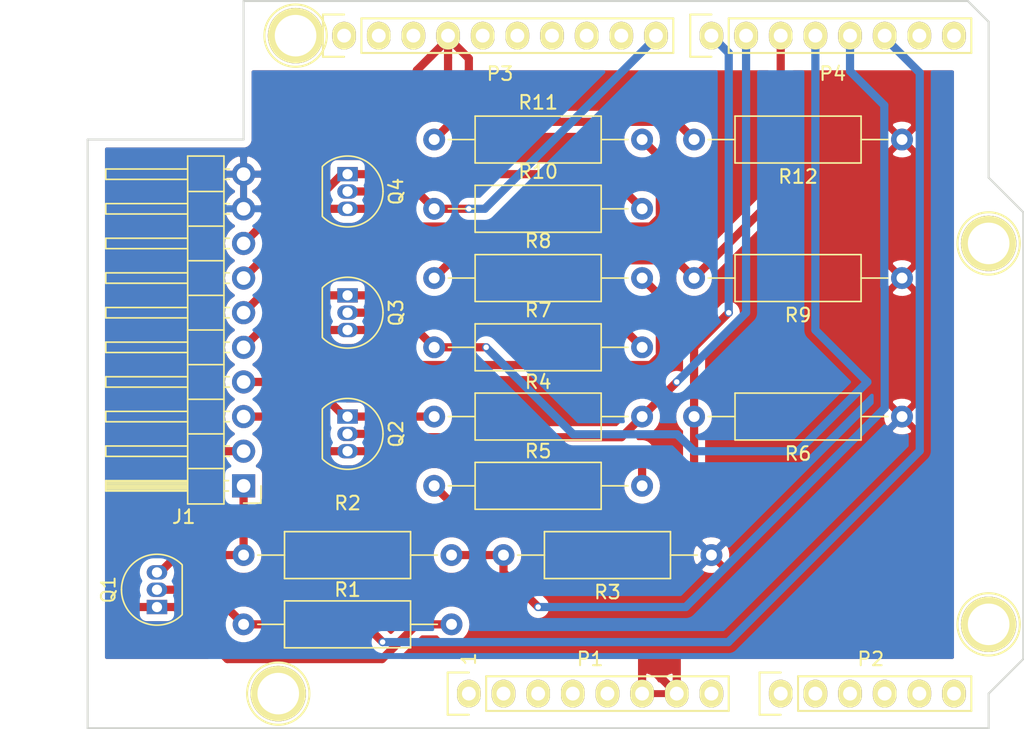
<source format=kicad_pcb>
(kicad_pcb (version 20171130) (host pcbnew "(5.1.2)-1")

  (general
    (thickness 1.6)
    (drawings 29)
    (tracks 137)
    (zones 0)
    (modules 25)
    (nets 44)
  )

  (page A4)
  (title_block
    (date "lun. 30 mars 2015")
  )

  (layers
    (0 F.Cu signal)
    (31 B.Cu signal)
    (32 B.Adhes user)
    (33 F.Adhes user)
    (34 B.Paste user)
    (35 F.Paste user)
    (36 B.SilkS user)
    (37 F.SilkS user)
    (38 B.Mask user)
    (39 F.Mask user)
    (40 Dwgs.User user)
    (41 Cmts.User user)
    (42 Eco1.User user)
    (43 Eco2.User user)
    (44 Edge.Cuts user)
    (45 Margin user)
    (46 B.CrtYd user)
    (47 F.CrtYd user)
    (48 B.Fab user)
    (49 F.Fab user)
  )

  (setup
    (last_trace_width 0.6)
    (user_trace_width 0.6)
    (trace_clearance 0.2)
    (zone_clearance 0.508)
    (zone_45_only no)
    (trace_min 0.2)
    (via_size 0.6)
    (via_drill 0.4)
    (via_min_size 0.4)
    (via_min_drill 0.3)
    (uvia_size 0.3)
    (uvia_drill 0.1)
    (uvias_allowed no)
    (uvia_min_size 0.2)
    (uvia_min_drill 0.1)
    (edge_width 0.15)
    (segment_width 0.15)
    (pcb_text_width 0.3)
    (pcb_text_size 1.5 1.5)
    (mod_edge_width 0.15)
    (mod_text_size 1 1)
    (mod_text_width 0.15)
    (pad_size 4.064 4.064)
    (pad_drill 3.048)
    (pad_to_mask_clearance 0)
    (aux_axis_origin 110.998 126.365)
    (grid_origin 110.998 126.365)
    (visible_elements 7FFFFFFF)
    (pcbplotparams
      (layerselection 0x010f0_ffffffff)
      (usegerberextensions false)
      (usegerberattributes false)
      (usegerberadvancedattributes false)
      (creategerberjobfile false)
      (excludeedgelayer true)
      (linewidth 0.100000)
      (plotframeref false)
      (viasonmask false)
      (mode 1)
      (useauxorigin false)
      (hpglpennumber 1)
      (hpglpenspeed 20)
      (hpglpendiameter 15.000000)
      (psnegative false)
      (psa4output false)
      (plotreference true)
      (plotvalue true)
      (plotinvisibletext false)
      (padsonsilk false)
      (subtractmaskfromsilk false)
      (outputformat 1)
      (mirror false)
      (drillshape 0)
      (scaleselection 1)
      (outputdirectory ""))
  )

  (net 0 "")
  (net 1 /IOREF)
  (net 2 /Reset)
  (net 3 +5V)
  (net 4 GND)
  (net 5 /Vin)
  (net 6 /A0)
  (net 7 /A1)
  (net 8 /A2)
  (net 9 /A3)
  (net 10 /AREF)
  (net 11 "/A4(SDA)")
  (net 12 "/A5(SCL)")
  (net 13 "/9(**)")
  (net 14 /8)
  (net 15 /7)
  (net 16 /4)
  (net 17 /2)
  (net 18 "/1(Tx)")
  (net 19 "/0(Rx)")
  (net 20 "Net-(P5-Pad1)")
  (net 21 "Net-(P6-Pad1)")
  (net 22 "Net-(P7-Pad1)")
  (net 23 "Net-(P8-Pad1)")
  (net 24 "/13(SCK)")
  (net 25 "/10(**/SS)")
  (net 26 "Net-(P1-Pad1)")
  (net 27 +3V3)
  (net 28 "/12(MISO)")
  (net 29 "/11(**/MOSI)")
  (net 30 /6)
  (net 31 /5)
  (net 32 /3)
  (net 33 /B1GND)
  (net 34 /B1D)
  (net 35 /B3GND)
  (net 36 /B3D)
  (net 37 /B2GND)
  (net 38 /B2D)
  (net 39 /B4GND)
  (net 40 /B4D)
  (net 41 /9)
  (net 42 /-)
  (net 43 /--)

  (net_class Default "This is the default net class."
    (clearance 0.2)
    (trace_width 0.25)
    (via_dia 0.6)
    (via_drill 0.4)
    (uvia_dia 0.3)
    (uvia_drill 0.1)
    (add_net +3V3)
    (add_net +5V)
    (add_net /-)
    (add_net /--)
    (add_net "/0(Rx)")
    (add_net "/1(Tx)")
    (add_net "/10(**/SS)")
    (add_net "/11(**/MOSI)")
    (add_net "/12(MISO)")
    (add_net "/13(SCK)")
    (add_net /2)
    (add_net /3)
    (add_net /4)
    (add_net /5)
    (add_net /6)
    (add_net /7)
    (add_net /8)
    (add_net /9)
    (add_net "/9(**)")
    (add_net /A0)
    (add_net /A1)
    (add_net /A2)
    (add_net /A3)
    (add_net "/A4(SDA)")
    (add_net "/A5(SCL)")
    (add_net /AREF)
    (add_net /B1D)
    (add_net /B1GND)
    (add_net /B2D)
    (add_net /B2GND)
    (add_net /B3D)
    (add_net /B3GND)
    (add_net /B4D)
    (add_net /B4GND)
    (add_net /IOREF)
    (add_net /Reset)
    (add_net /Vin)
    (add_net GND)
    (add_net "Net-(P1-Pad1)")
    (add_net "Net-(P5-Pad1)")
    (add_net "Net-(P6-Pad1)")
    (add_net "Net-(P7-Pad1)")
    (add_net "Net-(P8-Pad1)")
  )

  (module Connector_PinHeader_2.54mm:PinHeader_1x10_P2.54mm_Horizontal (layer F.Cu) (tedit 59FED5CB) (tstamp 5CEAA735)
    (at 122.428 108.585 180)
    (descr "Through hole angled pin header, 1x10, 2.54mm pitch, 6mm pin length, single row")
    (tags "Through hole angled pin header THT 1x10 2.54mm single row")
    (path /5CF08569)
    (fp_text reference J1 (at 4.385 -2.27) (layer F.SilkS)
      (effects (font (size 1 1) (thickness 0.15)))
    )
    (fp_text value Conn_01x10 (at 4.385 25.13) (layer F.Fab)
      (effects (font (size 1 1) (thickness 0.15)))
    )
    (fp_text user %R (at 2.77 11.43 90) (layer F.Fab)
      (effects (font (size 1 1) (thickness 0.15)))
    )
    (fp_line (start 10.55 -1.8) (end -1.8 -1.8) (layer F.CrtYd) (width 0.05))
    (fp_line (start 10.55 24.65) (end 10.55 -1.8) (layer F.CrtYd) (width 0.05))
    (fp_line (start -1.8 24.65) (end 10.55 24.65) (layer F.CrtYd) (width 0.05))
    (fp_line (start -1.8 -1.8) (end -1.8 24.65) (layer F.CrtYd) (width 0.05))
    (fp_line (start -1.27 -1.27) (end 0 -1.27) (layer F.SilkS) (width 0.12))
    (fp_line (start -1.27 0) (end -1.27 -1.27) (layer F.SilkS) (width 0.12))
    (fp_line (start 1.042929 23.24) (end 1.44 23.24) (layer F.SilkS) (width 0.12))
    (fp_line (start 1.042929 22.48) (end 1.44 22.48) (layer F.SilkS) (width 0.12))
    (fp_line (start 10.1 23.24) (end 4.1 23.24) (layer F.SilkS) (width 0.12))
    (fp_line (start 10.1 22.48) (end 10.1 23.24) (layer F.SilkS) (width 0.12))
    (fp_line (start 4.1 22.48) (end 10.1 22.48) (layer F.SilkS) (width 0.12))
    (fp_line (start 1.44 21.59) (end 4.1 21.59) (layer F.SilkS) (width 0.12))
    (fp_line (start 1.042929 20.7) (end 1.44 20.7) (layer F.SilkS) (width 0.12))
    (fp_line (start 1.042929 19.94) (end 1.44 19.94) (layer F.SilkS) (width 0.12))
    (fp_line (start 10.1 20.7) (end 4.1 20.7) (layer F.SilkS) (width 0.12))
    (fp_line (start 10.1 19.94) (end 10.1 20.7) (layer F.SilkS) (width 0.12))
    (fp_line (start 4.1 19.94) (end 10.1 19.94) (layer F.SilkS) (width 0.12))
    (fp_line (start 1.44 19.05) (end 4.1 19.05) (layer F.SilkS) (width 0.12))
    (fp_line (start 1.042929 18.16) (end 1.44 18.16) (layer F.SilkS) (width 0.12))
    (fp_line (start 1.042929 17.4) (end 1.44 17.4) (layer F.SilkS) (width 0.12))
    (fp_line (start 10.1 18.16) (end 4.1 18.16) (layer F.SilkS) (width 0.12))
    (fp_line (start 10.1 17.4) (end 10.1 18.16) (layer F.SilkS) (width 0.12))
    (fp_line (start 4.1 17.4) (end 10.1 17.4) (layer F.SilkS) (width 0.12))
    (fp_line (start 1.44 16.51) (end 4.1 16.51) (layer F.SilkS) (width 0.12))
    (fp_line (start 1.042929 15.62) (end 1.44 15.62) (layer F.SilkS) (width 0.12))
    (fp_line (start 1.042929 14.86) (end 1.44 14.86) (layer F.SilkS) (width 0.12))
    (fp_line (start 10.1 15.62) (end 4.1 15.62) (layer F.SilkS) (width 0.12))
    (fp_line (start 10.1 14.86) (end 10.1 15.62) (layer F.SilkS) (width 0.12))
    (fp_line (start 4.1 14.86) (end 10.1 14.86) (layer F.SilkS) (width 0.12))
    (fp_line (start 1.44 13.97) (end 4.1 13.97) (layer F.SilkS) (width 0.12))
    (fp_line (start 1.042929 13.08) (end 1.44 13.08) (layer F.SilkS) (width 0.12))
    (fp_line (start 1.042929 12.32) (end 1.44 12.32) (layer F.SilkS) (width 0.12))
    (fp_line (start 10.1 13.08) (end 4.1 13.08) (layer F.SilkS) (width 0.12))
    (fp_line (start 10.1 12.32) (end 10.1 13.08) (layer F.SilkS) (width 0.12))
    (fp_line (start 4.1 12.32) (end 10.1 12.32) (layer F.SilkS) (width 0.12))
    (fp_line (start 1.44 11.43) (end 4.1 11.43) (layer F.SilkS) (width 0.12))
    (fp_line (start 1.042929 10.54) (end 1.44 10.54) (layer F.SilkS) (width 0.12))
    (fp_line (start 1.042929 9.78) (end 1.44 9.78) (layer F.SilkS) (width 0.12))
    (fp_line (start 10.1 10.54) (end 4.1 10.54) (layer F.SilkS) (width 0.12))
    (fp_line (start 10.1 9.78) (end 10.1 10.54) (layer F.SilkS) (width 0.12))
    (fp_line (start 4.1 9.78) (end 10.1 9.78) (layer F.SilkS) (width 0.12))
    (fp_line (start 1.44 8.89) (end 4.1 8.89) (layer F.SilkS) (width 0.12))
    (fp_line (start 1.042929 8) (end 1.44 8) (layer F.SilkS) (width 0.12))
    (fp_line (start 1.042929 7.24) (end 1.44 7.24) (layer F.SilkS) (width 0.12))
    (fp_line (start 10.1 8) (end 4.1 8) (layer F.SilkS) (width 0.12))
    (fp_line (start 10.1 7.24) (end 10.1 8) (layer F.SilkS) (width 0.12))
    (fp_line (start 4.1 7.24) (end 10.1 7.24) (layer F.SilkS) (width 0.12))
    (fp_line (start 1.44 6.35) (end 4.1 6.35) (layer F.SilkS) (width 0.12))
    (fp_line (start 1.042929 5.46) (end 1.44 5.46) (layer F.SilkS) (width 0.12))
    (fp_line (start 1.042929 4.7) (end 1.44 4.7) (layer F.SilkS) (width 0.12))
    (fp_line (start 10.1 5.46) (end 4.1 5.46) (layer F.SilkS) (width 0.12))
    (fp_line (start 10.1 4.7) (end 10.1 5.46) (layer F.SilkS) (width 0.12))
    (fp_line (start 4.1 4.7) (end 10.1 4.7) (layer F.SilkS) (width 0.12))
    (fp_line (start 1.44 3.81) (end 4.1 3.81) (layer F.SilkS) (width 0.12))
    (fp_line (start 1.042929 2.92) (end 1.44 2.92) (layer F.SilkS) (width 0.12))
    (fp_line (start 1.042929 2.16) (end 1.44 2.16) (layer F.SilkS) (width 0.12))
    (fp_line (start 10.1 2.92) (end 4.1 2.92) (layer F.SilkS) (width 0.12))
    (fp_line (start 10.1 2.16) (end 10.1 2.92) (layer F.SilkS) (width 0.12))
    (fp_line (start 4.1 2.16) (end 10.1 2.16) (layer F.SilkS) (width 0.12))
    (fp_line (start 1.44 1.27) (end 4.1 1.27) (layer F.SilkS) (width 0.12))
    (fp_line (start 1.11 0.38) (end 1.44 0.38) (layer F.SilkS) (width 0.12))
    (fp_line (start 1.11 -0.38) (end 1.44 -0.38) (layer F.SilkS) (width 0.12))
    (fp_line (start 4.1 0.28) (end 10.1 0.28) (layer F.SilkS) (width 0.12))
    (fp_line (start 4.1 0.16) (end 10.1 0.16) (layer F.SilkS) (width 0.12))
    (fp_line (start 4.1 0.04) (end 10.1 0.04) (layer F.SilkS) (width 0.12))
    (fp_line (start 4.1 -0.08) (end 10.1 -0.08) (layer F.SilkS) (width 0.12))
    (fp_line (start 4.1 -0.2) (end 10.1 -0.2) (layer F.SilkS) (width 0.12))
    (fp_line (start 4.1 -0.32) (end 10.1 -0.32) (layer F.SilkS) (width 0.12))
    (fp_line (start 10.1 0.38) (end 4.1 0.38) (layer F.SilkS) (width 0.12))
    (fp_line (start 10.1 -0.38) (end 10.1 0.38) (layer F.SilkS) (width 0.12))
    (fp_line (start 4.1 -0.38) (end 10.1 -0.38) (layer F.SilkS) (width 0.12))
    (fp_line (start 4.1 -1.33) (end 1.44 -1.33) (layer F.SilkS) (width 0.12))
    (fp_line (start 4.1 24.19) (end 4.1 -1.33) (layer F.SilkS) (width 0.12))
    (fp_line (start 1.44 24.19) (end 4.1 24.19) (layer F.SilkS) (width 0.12))
    (fp_line (start 1.44 -1.33) (end 1.44 24.19) (layer F.SilkS) (width 0.12))
    (fp_line (start 4.04 23.18) (end 10.04 23.18) (layer F.Fab) (width 0.1))
    (fp_line (start 10.04 22.54) (end 10.04 23.18) (layer F.Fab) (width 0.1))
    (fp_line (start 4.04 22.54) (end 10.04 22.54) (layer F.Fab) (width 0.1))
    (fp_line (start -0.32 23.18) (end 1.5 23.18) (layer F.Fab) (width 0.1))
    (fp_line (start -0.32 22.54) (end -0.32 23.18) (layer F.Fab) (width 0.1))
    (fp_line (start -0.32 22.54) (end 1.5 22.54) (layer F.Fab) (width 0.1))
    (fp_line (start 4.04 20.64) (end 10.04 20.64) (layer F.Fab) (width 0.1))
    (fp_line (start 10.04 20) (end 10.04 20.64) (layer F.Fab) (width 0.1))
    (fp_line (start 4.04 20) (end 10.04 20) (layer F.Fab) (width 0.1))
    (fp_line (start -0.32 20.64) (end 1.5 20.64) (layer F.Fab) (width 0.1))
    (fp_line (start -0.32 20) (end -0.32 20.64) (layer F.Fab) (width 0.1))
    (fp_line (start -0.32 20) (end 1.5 20) (layer F.Fab) (width 0.1))
    (fp_line (start 4.04 18.1) (end 10.04 18.1) (layer F.Fab) (width 0.1))
    (fp_line (start 10.04 17.46) (end 10.04 18.1) (layer F.Fab) (width 0.1))
    (fp_line (start 4.04 17.46) (end 10.04 17.46) (layer F.Fab) (width 0.1))
    (fp_line (start -0.32 18.1) (end 1.5 18.1) (layer F.Fab) (width 0.1))
    (fp_line (start -0.32 17.46) (end -0.32 18.1) (layer F.Fab) (width 0.1))
    (fp_line (start -0.32 17.46) (end 1.5 17.46) (layer F.Fab) (width 0.1))
    (fp_line (start 4.04 15.56) (end 10.04 15.56) (layer F.Fab) (width 0.1))
    (fp_line (start 10.04 14.92) (end 10.04 15.56) (layer F.Fab) (width 0.1))
    (fp_line (start 4.04 14.92) (end 10.04 14.92) (layer F.Fab) (width 0.1))
    (fp_line (start -0.32 15.56) (end 1.5 15.56) (layer F.Fab) (width 0.1))
    (fp_line (start -0.32 14.92) (end -0.32 15.56) (layer F.Fab) (width 0.1))
    (fp_line (start -0.32 14.92) (end 1.5 14.92) (layer F.Fab) (width 0.1))
    (fp_line (start 4.04 13.02) (end 10.04 13.02) (layer F.Fab) (width 0.1))
    (fp_line (start 10.04 12.38) (end 10.04 13.02) (layer F.Fab) (width 0.1))
    (fp_line (start 4.04 12.38) (end 10.04 12.38) (layer F.Fab) (width 0.1))
    (fp_line (start -0.32 13.02) (end 1.5 13.02) (layer F.Fab) (width 0.1))
    (fp_line (start -0.32 12.38) (end -0.32 13.02) (layer F.Fab) (width 0.1))
    (fp_line (start -0.32 12.38) (end 1.5 12.38) (layer F.Fab) (width 0.1))
    (fp_line (start 4.04 10.48) (end 10.04 10.48) (layer F.Fab) (width 0.1))
    (fp_line (start 10.04 9.84) (end 10.04 10.48) (layer F.Fab) (width 0.1))
    (fp_line (start 4.04 9.84) (end 10.04 9.84) (layer F.Fab) (width 0.1))
    (fp_line (start -0.32 10.48) (end 1.5 10.48) (layer F.Fab) (width 0.1))
    (fp_line (start -0.32 9.84) (end -0.32 10.48) (layer F.Fab) (width 0.1))
    (fp_line (start -0.32 9.84) (end 1.5 9.84) (layer F.Fab) (width 0.1))
    (fp_line (start 4.04 7.94) (end 10.04 7.94) (layer F.Fab) (width 0.1))
    (fp_line (start 10.04 7.3) (end 10.04 7.94) (layer F.Fab) (width 0.1))
    (fp_line (start 4.04 7.3) (end 10.04 7.3) (layer F.Fab) (width 0.1))
    (fp_line (start -0.32 7.94) (end 1.5 7.94) (layer F.Fab) (width 0.1))
    (fp_line (start -0.32 7.3) (end -0.32 7.94) (layer F.Fab) (width 0.1))
    (fp_line (start -0.32 7.3) (end 1.5 7.3) (layer F.Fab) (width 0.1))
    (fp_line (start 4.04 5.4) (end 10.04 5.4) (layer F.Fab) (width 0.1))
    (fp_line (start 10.04 4.76) (end 10.04 5.4) (layer F.Fab) (width 0.1))
    (fp_line (start 4.04 4.76) (end 10.04 4.76) (layer F.Fab) (width 0.1))
    (fp_line (start -0.32 5.4) (end 1.5 5.4) (layer F.Fab) (width 0.1))
    (fp_line (start -0.32 4.76) (end -0.32 5.4) (layer F.Fab) (width 0.1))
    (fp_line (start -0.32 4.76) (end 1.5 4.76) (layer F.Fab) (width 0.1))
    (fp_line (start 4.04 2.86) (end 10.04 2.86) (layer F.Fab) (width 0.1))
    (fp_line (start 10.04 2.22) (end 10.04 2.86) (layer F.Fab) (width 0.1))
    (fp_line (start 4.04 2.22) (end 10.04 2.22) (layer F.Fab) (width 0.1))
    (fp_line (start -0.32 2.86) (end 1.5 2.86) (layer F.Fab) (width 0.1))
    (fp_line (start -0.32 2.22) (end -0.32 2.86) (layer F.Fab) (width 0.1))
    (fp_line (start -0.32 2.22) (end 1.5 2.22) (layer F.Fab) (width 0.1))
    (fp_line (start 4.04 0.32) (end 10.04 0.32) (layer F.Fab) (width 0.1))
    (fp_line (start 10.04 -0.32) (end 10.04 0.32) (layer F.Fab) (width 0.1))
    (fp_line (start 4.04 -0.32) (end 10.04 -0.32) (layer F.Fab) (width 0.1))
    (fp_line (start -0.32 0.32) (end 1.5 0.32) (layer F.Fab) (width 0.1))
    (fp_line (start -0.32 -0.32) (end -0.32 0.32) (layer F.Fab) (width 0.1))
    (fp_line (start -0.32 -0.32) (end 1.5 -0.32) (layer F.Fab) (width 0.1))
    (fp_line (start 1.5 -0.635) (end 2.135 -1.27) (layer F.Fab) (width 0.1))
    (fp_line (start 1.5 24.13) (end 1.5 -0.635) (layer F.Fab) (width 0.1))
    (fp_line (start 4.04 24.13) (end 1.5 24.13) (layer F.Fab) (width 0.1))
    (fp_line (start 4.04 -1.27) (end 4.04 24.13) (layer F.Fab) (width 0.1))
    (fp_line (start 2.135 -1.27) (end 4.04 -1.27) (layer F.Fab) (width 0.1))
    (pad 10 thru_hole oval (at 0 22.86 180) (size 1.7 1.7) (drill 1) (layers *.Cu *.Mask)
      (net 4 GND))
    (pad 9 thru_hole oval (at 0 20.32 180) (size 1.7 1.7) (drill 1) (layers *.Cu *.Mask)
      (net 4 GND))
    (pad 8 thru_hole oval (at 0 17.78 180) (size 1.7 1.7) (drill 1) (layers *.Cu *.Mask)
      (net 39 /B4GND))
    (pad 7 thru_hole oval (at 0 15.24 180) (size 1.7 1.7) (drill 1) (layers *.Cu *.Mask)
      (net 40 /B4D))
    (pad 6 thru_hole oval (at 0 12.7 180) (size 1.7 1.7) (drill 1) (layers *.Cu *.Mask)
      (net 35 /B3GND))
    (pad 5 thru_hole oval (at 0 10.16 180) (size 1.7 1.7) (drill 1) (layers *.Cu *.Mask)
      (net 36 /B3D))
    (pad 4 thru_hole oval (at 0 7.62 180) (size 1.7 1.7) (drill 1) (layers *.Cu *.Mask)
      (net 37 /B2GND))
    (pad 3 thru_hole oval (at 0 5.08 180) (size 1.7 1.7) (drill 1) (layers *.Cu *.Mask)
      (net 38 /B2D))
    (pad 2 thru_hole oval (at 0 2.54 180) (size 1.7 1.7) (drill 1) (layers *.Cu *.Mask)
      (net 33 /B1GND))
    (pad 1 thru_hole rect (at 0 0 180) (size 1.7 1.7) (drill 1) (layers *.Cu *.Mask)
      (net 34 /B1D))
    (model ${KISYS3DMOD}/Connector_PinHeader_2.54mm.3dshapes/PinHeader_1x10_P2.54mm_Horizontal.wrl
      (at (xyz 0 0 0))
      (scale (xyz 1 1 1))
      (rotate (xyz 0 0 0))
    )
  )

  (module Resistor_THT:R_Axial_DIN0309_L9.0mm_D3.2mm_P15.24mm_Horizontal (layer F.Cu) (tedit 5AE5139B) (tstamp 5CEAB58E)
    (at 170.688 83.185 180)
    (descr "Resistor, Axial_DIN0309 series, Axial, Horizontal, pin pitch=15.24mm, 0.5W = 1/2W, length*diameter=9*3.2mm^2, http://cdn-reichelt.de/documents/datenblatt/B400/1_4W%23YAG.pdf")
    (tags "Resistor Axial_DIN0309 series Axial Horizontal pin pitch 15.24mm 0.5W = 1/2W length 9mm diameter 3.2mm")
    (path /5CEE0913)
    (fp_text reference R12 (at 7.62 -2.72) (layer F.SilkS)
      (effects (font (size 1 1) (thickness 0.15)))
    )
    (fp_text value 20K (at 7.62 2.72) (layer F.Fab)
      (effects (font (size 1 1) (thickness 0.15)))
    )
    (fp_text user %R (at 7.62 0) (layer F.Fab)
      (effects (font (size 1 1) (thickness 0.15)))
    )
    (fp_line (start 16.29 -1.85) (end -1.05 -1.85) (layer F.CrtYd) (width 0.05))
    (fp_line (start 16.29 1.85) (end 16.29 -1.85) (layer F.CrtYd) (width 0.05))
    (fp_line (start -1.05 1.85) (end 16.29 1.85) (layer F.CrtYd) (width 0.05))
    (fp_line (start -1.05 -1.85) (end -1.05 1.85) (layer F.CrtYd) (width 0.05))
    (fp_line (start 14.2 0) (end 12.24 0) (layer F.SilkS) (width 0.12))
    (fp_line (start 1.04 0) (end 3 0) (layer F.SilkS) (width 0.12))
    (fp_line (start 12.24 -1.72) (end 3 -1.72) (layer F.SilkS) (width 0.12))
    (fp_line (start 12.24 1.72) (end 12.24 -1.72) (layer F.SilkS) (width 0.12))
    (fp_line (start 3 1.72) (end 12.24 1.72) (layer F.SilkS) (width 0.12))
    (fp_line (start 3 -1.72) (end 3 1.72) (layer F.SilkS) (width 0.12))
    (fp_line (start 15.24 0) (end 12.12 0) (layer F.Fab) (width 0.1))
    (fp_line (start 0 0) (end 3.12 0) (layer F.Fab) (width 0.1))
    (fp_line (start 12.12 -1.6) (end 3.12 -1.6) (layer F.Fab) (width 0.1))
    (fp_line (start 12.12 1.6) (end 12.12 -1.6) (layer F.Fab) (width 0.1))
    (fp_line (start 3.12 1.6) (end 12.12 1.6) (layer F.Fab) (width 0.1))
    (fp_line (start 3.12 -1.6) (end 3.12 1.6) (layer F.Fab) (width 0.1))
    (pad 2 thru_hole oval (at 15.24 0 180) (size 1.6 1.6) (drill 0.8) (layers *.Cu *.Mask)
      (net 41 /9))
    (pad 1 thru_hole circle (at 0 0 180) (size 1.6 1.6) (drill 0.8) (layers *.Cu *.Mask)
      (net 4 GND))
    (model ${KISYS3DMOD}/Resistor_THT.3dshapes/R_Axial_DIN0309_L9.0mm_D3.2mm_P15.24mm_Horizontal.wrl
      (at (xyz 0 0 0))
      (scale (xyz 1 1 1))
      (rotate (xyz 0 0 0))
    )
  )

  (module Resistor_THT:R_Axial_DIN0309_L9.0mm_D3.2mm_P15.24mm_Horizontal (layer F.Cu) (tedit 5AE5139B) (tstamp 5CEAB54C)
    (at 170.688 93.345 180)
    (descr "Resistor, Axial_DIN0309 series, Axial, Horizontal, pin pitch=15.24mm, 0.5W = 1/2W, length*diameter=9*3.2mm^2, http://cdn-reichelt.de/documents/datenblatt/B400/1_4W%23YAG.pdf")
    (tags "Resistor Axial_DIN0309 series Axial Horizontal pin pitch 15.24mm 0.5W = 1/2W length 9mm diameter 3.2mm")
    (path /5CED44D0)
    (fp_text reference R9 (at 7.62 -2.72) (layer F.SilkS)
      (effects (font (size 1 1) (thickness 0.15)))
    )
    (fp_text value 20K (at 7.62 2.72) (layer F.Fab)
      (effects (font (size 1 1) (thickness 0.15)))
    )
    (fp_text user %R (at 7.62 0) (layer F.Fab)
      (effects (font (size 1 1) (thickness 0.15)))
    )
    (fp_line (start 16.29 -1.85) (end -1.05 -1.85) (layer F.CrtYd) (width 0.05))
    (fp_line (start 16.29 1.85) (end 16.29 -1.85) (layer F.CrtYd) (width 0.05))
    (fp_line (start -1.05 1.85) (end 16.29 1.85) (layer F.CrtYd) (width 0.05))
    (fp_line (start -1.05 -1.85) (end -1.05 1.85) (layer F.CrtYd) (width 0.05))
    (fp_line (start 14.2 0) (end 12.24 0) (layer F.SilkS) (width 0.12))
    (fp_line (start 1.04 0) (end 3 0) (layer F.SilkS) (width 0.12))
    (fp_line (start 12.24 -1.72) (end 3 -1.72) (layer F.SilkS) (width 0.12))
    (fp_line (start 12.24 1.72) (end 12.24 -1.72) (layer F.SilkS) (width 0.12))
    (fp_line (start 3 1.72) (end 12.24 1.72) (layer F.SilkS) (width 0.12))
    (fp_line (start 3 -1.72) (end 3 1.72) (layer F.SilkS) (width 0.12))
    (fp_line (start 15.24 0) (end 12.12 0) (layer F.Fab) (width 0.1))
    (fp_line (start 0 0) (end 3.12 0) (layer F.Fab) (width 0.1))
    (fp_line (start 12.12 -1.6) (end 3.12 -1.6) (layer F.Fab) (width 0.1))
    (fp_line (start 12.12 1.6) (end 12.12 -1.6) (layer F.Fab) (width 0.1))
    (fp_line (start 3.12 1.6) (end 12.12 1.6) (layer F.Fab) (width 0.1))
    (fp_line (start 3.12 -1.6) (end 3.12 1.6) (layer F.Fab) (width 0.1))
    (pad 2 thru_hole oval (at 15.24 0 180) (size 1.6 1.6) (drill 0.8) (layers *.Cu *.Mask)
      (net 31 /5))
    (pad 1 thru_hole circle (at 0 0 180) (size 1.6 1.6) (drill 0.8) (layers *.Cu *.Mask)
      (net 4 GND))
    (model ${KISYS3DMOD}/Resistor_THT.3dshapes/R_Axial_DIN0309_L9.0mm_D3.2mm_P15.24mm_Horizontal.wrl
      (at (xyz 0 0 0))
      (scale (xyz 1 1 1))
      (rotate (xyz 0 0 0))
    )
  )

  (module Resistor_THT:R_Axial_DIN0309_L9.0mm_D3.2mm_P15.24mm_Horizontal (layer F.Cu) (tedit 5AE5139B) (tstamp 5CEAB4C8)
    (at 136.398 83.185)
    (descr "Resistor, Axial_DIN0309 series, Axial, Horizontal, pin pitch=15.24mm, 0.5W = 1/2W, length*diameter=9*3.2mm^2, http://cdn-reichelt.de/documents/datenblatt/B400/1_4W%23YAG.pdf")
    (tags "Resistor Axial_DIN0309 series Axial Horizontal pin pitch 15.24mm 0.5W = 1/2W length 9mm diameter 3.2mm")
    (path /5CEE0909)
    (fp_text reference R11 (at 7.62 -2.72) (layer F.SilkS)
      (effects (font (size 1 1) (thickness 0.15)))
    )
    (fp_text value 10K (at 7.62 2.72) (layer F.Fab)
      (effects (font (size 1 1) (thickness 0.15)))
    )
    (fp_text user %R (at 7.62 0) (layer F.Fab)
      (effects (font (size 1 1) (thickness 0.15)))
    )
    (fp_line (start 16.29 -1.85) (end -1.05 -1.85) (layer F.CrtYd) (width 0.05))
    (fp_line (start 16.29 1.85) (end 16.29 -1.85) (layer F.CrtYd) (width 0.05))
    (fp_line (start -1.05 1.85) (end 16.29 1.85) (layer F.CrtYd) (width 0.05))
    (fp_line (start -1.05 -1.85) (end -1.05 1.85) (layer F.CrtYd) (width 0.05))
    (fp_line (start 14.2 0) (end 12.24 0) (layer F.SilkS) (width 0.12))
    (fp_line (start 1.04 0) (end 3 0) (layer F.SilkS) (width 0.12))
    (fp_line (start 12.24 -1.72) (end 3 -1.72) (layer F.SilkS) (width 0.12))
    (fp_line (start 12.24 1.72) (end 12.24 -1.72) (layer F.SilkS) (width 0.12))
    (fp_line (start 3 1.72) (end 12.24 1.72) (layer F.SilkS) (width 0.12))
    (fp_line (start 3 -1.72) (end 3 1.72) (layer F.SilkS) (width 0.12))
    (fp_line (start 15.24 0) (end 12.12 0) (layer F.Fab) (width 0.1))
    (fp_line (start 0 0) (end 3.12 0) (layer F.Fab) (width 0.1))
    (fp_line (start 12.12 -1.6) (end 3.12 -1.6) (layer F.Fab) (width 0.1))
    (fp_line (start 12.12 1.6) (end 12.12 -1.6) (layer F.Fab) (width 0.1))
    (fp_line (start 3.12 1.6) (end 12.12 1.6) (layer F.Fab) (width 0.1))
    (fp_line (start 3.12 -1.6) (end 3.12 1.6) (layer F.Fab) (width 0.1))
    (pad 2 thru_hole oval (at 15.24 0) (size 1.6 1.6) (drill 0.8) (layers *.Cu *.Mask)
      (net 40 /B4D))
    (pad 1 thru_hole circle (at 0 0) (size 1.6 1.6) (drill 0.8) (layers *.Cu *.Mask)
      (net 41 /9))
    (model ${KISYS3DMOD}/Resistor_THT.3dshapes/R_Axial_DIN0309_L9.0mm_D3.2mm_P15.24mm_Horizontal.wrl
      (at (xyz 0 0 0))
      (scale (xyz 1 1 1))
      (rotate (xyz 0 0 0))
    )
  )

  (module Resistor_THT:R_Axial_DIN0309_L9.0mm_D3.2mm_P15.24mm_Horizontal (layer F.Cu) (tedit 5AE5139B) (tstamp 5CEAB50A)
    (at 136.398 93.345)
    (descr "Resistor, Axial_DIN0309 series, Axial, Horizontal, pin pitch=15.24mm, 0.5W = 1/2W, length*diameter=9*3.2mm^2, http://cdn-reichelt.de/documents/datenblatt/B400/1_4W%23YAG.pdf")
    (tags "Resistor Axial_DIN0309 series Axial Horizontal pin pitch 15.24mm 0.5W = 1/2W length 9mm diameter 3.2mm")
    (path /5CED44C6)
    (fp_text reference R8 (at 7.62 -2.72) (layer F.SilkS)
      (effects (font (size 1 1) (thickness 0.15)))
    )
    (fp_text value 10K (at 7.62 2.72) (layer F.Fab)
      (effects (font (size 1 1) (thickness 0.15)))
    )
    (fp_text user %R (at 7.62 0) (layer F.Fab)
      (effects (font (size 1 1) (thickness 0.15)))
    )
    (fp_line (start 16.29 -1.85) (end -1.05 -1.85) (layer F.CrtYd) (width 0.05))
    (fp_line (start 16.29 1.85) (end 16.29 -1.85) (layer F.CrtYd) (width 0.05))
    (fp_line (start -1.05 1.85) (end 16.29 1.85) (layer F.CrtYd) (width 0.05))
    (fp_line (start -1.05 -1.85) (end -1.05 1.85) (layer F.CrtYd) (width 0.05))
    (fp_line (start 14.2 0) (end 12.24 0) (layer F.SilkS) (width 0.12))
    (fp_line (start 1.04 0) (end 3 0) (layer F.SilkS) (width 0.12))
    (fp_line (start 12.24 -1.72) (end 3 -1.72) (layer F.SilkS) (width 0.12))
    (fp_line (start 12.24 1.72) (end 12.24 -1.72) (layer F.SilkS) (width 0.12))
    (fp_line (start 3 1.72) (end 12.24 1.72) (layer F.SilkS) (width 0.12))
    (fp_line (start 3 -1.72) (end 3 1.72) (layer F.SilkS) (width 0.12))
    (fp_line (start 15.24 0) (end 12.12 0) (layer F.Fab) (width 0.1))
    (fp_line (start 0 0) (end 3.12 0) (layer F.Fab) (width 0.1))
    (fp_line (start 12.12 -1.6) (end 3.12 -1.6) (layer F.Fab) (width 0.1))
    (fp_line (start 12.12 1.6) (end 12.12 -1.6) (layer F.Fab) (width 0.1))
    (fp_line (start 3.12 1.6) (end 12.12 1.6) (layer F.Fab) (width 0.1))
    (fp_line (start 3.12 -1.6) (end 3.12 1.6) (layer F.Fab) (width 0.1))
    (pad 2 thru_hole oval (at 15.24 0) (size 1.6 1.6) (drill 0.8) (layers *.Cu *.Mask)
      (net 36 /B3D))
    (pad 1 thru_hole circle (at 0 0) (size 1.6 1.6) (drill 0.8) (layers *.Cu *.Mask)
      (net 31 /5))
    (model ${KISYS3DMOD}/Resistor_THT.3dshapes/R_Axial_DIN0309_L9.0mm_D3.2mm_P15.24mm_Horizontal.wrl
      (at (xyz 0 0 0))
      (scale (xyz 1 1 1))
      (rotate (xyz 0 0 0))
    )
  )

  (module Resistor_THT:R_Axial_DIN0309_L9.0mm_D3.2mm_P15.24mm_Horizontal (layer F.Cu) (tedit 5AE5139B) (tstamp 5CEA9583)
    (at 136.398 88.265)
    (descr "Resistor, Axial_DIN0309 series, Axial, Horizontal, pin pitch=15.24mm, 0.5W = 1/2W, length*diameter=9*3.2mm^2, http://cdn-reichelt.de/documents/datenblatt/B400/1_4W%23YAG.pdf")
    (tags "Resistor Axial_DIN0309 series Axial Horizontal pin pitch 15.24mm 0.5W = 1/2W length 9mm diameter 3.2mm")
    (path /5CEE08F5)
    (fp_text reference R10 (at 7.62 -2.72) (layer F.SilkS)
      (effects (font (size 1 1) (thickness 0.15)))
    )
    (fp_text value 4.7K (at 7.62 2.72) (layer F.Fab)
      (effects (font (size 1 1) (thickness 0.15)))
    )
    (fp_text user %R (at 7.62 0) (layer F.Fab)
      (effects (font (size 1 1) (thickness 0.15)))
    )
    (fp_line (start 16.29 -1.85) (end -1.05 -1.85) (layer F.CrtYd) (width 0.05))
    (fp_line (start 16.29 1.85) (end 16.29 -1.85) (layer F.CrtYd) (width 0.05))
    (fp_line (start -1.05 1.85) (end 16.29 1.85) (layer F.CrtYd) (width 0.05))
    (fp_line (start -1.05 -1.85) (end -1.05 1.85) (layer F.CrtYd) (width 0.05))
    (fp_line (start 14.2 0) (end 12.24 0) (layer F.SilkS) (width 0.12))
    (fp_line (start 1.04 0) (end 3 0) (layer F.SilkS) (width 0.12))
    (fp_line (start 12.24 -1.72) (end 3 -1.72) (layer F.SilkS) (width 0.12))
    (fp_line (start 12.24 1.72) (end 12.24 -1.72) (layer F.SilkS) (width 0.12))
    (fp_line (start 3 1.72) (end 12.24 1.72) (layer F.SilkS) (width 0.12))
    (fp_line (start 3 -1.72) (end 3 1.72) (layer F.SilkS) (width 0.12))
    (fp_line (start 15.24 0) (end 12.12 0) (layer F.Fab) (width 0.1))
    (fp_line (start 0 0) (end 3.12 0) (layer F.Fab) (width 0.1))
    (fp_line (start 12.12 -1.6) (end 3.12 -1.6) (layer F.Fab) (width 0.1))
    (fp_line (start 12.12 1.6) (end 12.12 -1.6) (layer F.Fab) (width 0.1))
    (fp_line (start 3.12 1.6) (end 12.12 1.6) (layer F.Fab) (width 0.1))
    (fp_line (start 3.12 -1.6) (end 3.12 1.6) (layer F.Fab) (width 0.1))
    (pad 2 thru_hole oval (at 15.24 0) (size 1.6 1.6) (drill 0.8) (layers *.Cu *.Mask)
      (net 39 /B4GND))
    (pad 1 thru_hole circle (at 0 0) (size 1.6 1.6) (drill 0.8) (layers *.Cu *.Mask)
      (net 14 /8))
    (model ${KISYS3DMOD}/Resistor_THT.3dshapes/R_Axial_DIN0309_L9.0mm_D3.2mm_P15.24mm_Horizontal.wrl
      (at (xyz 0 0 0))
      (scale (xyz 1 1 1))
      (rotate (xyz 0 0 0))
    )
  )

  (module Resistor_THT:R_Axial_DIN0309_L9.0mm_D3.2mm_P15.24mm_Horizontal (layer F.Cu) (tedit 5AE5139B) (tstamp 5CEA956C)
    (at 136.398 98.425)
    (descr "Resistor, Axial_DIN0309 series, Axial, Horizontal, pin pitch=15.24mm, 0.5W = 1/2W, length*diameter=9*3.2mm^2, http://cdn-reichelt.de/documents/datenblatt/B400/1_4W%23YAG.pdf")
    (tags "Resistor Axial_DIN0309 series Axial Horizontal pin pitch 15.24mm 0.5W = 1/2W length 9mm diameter 3.2mm")
    (path /5CED44B2)
    (fp_text reference R7 (at 7.62 -2.72) (layer F.SilkS)
      (effects (font (size 1 1) (thickness 0.15)))
    )
    (fp_text value 4.7K (at 7.62 2.72) (layer F.Fab)
      (effects (font (size 1 1) (thickness 0.15)))
    )
    (fp_text user %R (at 7.62 0) (layer F.Fab)
      (effects (font (size 1 1) (thickness 0.15)))
    )
    (fp_line (start 16.29 -1.85) (end -1.05 -1.85) (layer F.CrtYd) (width 0.05))
    (fp_line (start 16.29 1.85) (end 16.29 -1.85) (layer F.CrtYd) (width 0.05))
    (fp_line (start -1.05 1.85) (end 16.29 1.85) (layer F.CrtYd) (width 0.05))
    (fp_line (start -1.05 -1.85) (end -1.05 1.85) (layer F.CrtYd) (width 0.05))
    (fp_line (start 14.2 0) (end 12.24 0) (layer F.SilkS) (width 0.12))
    (fp_line (start 1.04 0) (end 3 0) (layer F.SilkS) (width 0.12))
    (fp_line (start 12.24 -1.72) (end 3 -1.72) (layer F.SilkS) (width 0.12))
    (fp_line (start 12.24 1.72) (end 12.24 -1.72) (layer F.SilkS) (width 0.12))
    (fp_line (start 3 1.72) (end 12.24 1.72) (layer F.SilkS) (width 0.12))
    (fp_line (start 3 -1.72) (end 3 1.72) (layer F.SilkS) (width 0.12))
    (fp_line (start 15.24 0) (end 12.12 0) (layer F.Fab) (width 0.1))
    (fp_line (start 0 0) (end 3.12 0) (layer F.Fab) (width 0.1))
    (fp_line (start 12.12 -1.6) (end 3.12 -1.6) (layer F.Fab) (width 0.1))
    (fp_line (start 12.12 1.6) (end 12.12 -1.6) (layer F.Fab) (width 0.1))
    (fp_line (start 3.12 1.6) (end 12.12 1.6) (layer F.Fab) (width 0.1))
    (fp_line (start 3.12 -1.6) (end 3.12 1.6) (layer F.Fab) (width 0.1))
    (pad 2 thru_hole oval (at 15.24 0) (size 1.6 1.6) (drill 0.8) (layers *.Cu *.Mask)
      (net 35 /B3GND))
    (pad 1 thru_hole circle (at 0 0) (size 1.6 1.6) (drill 0.8) (layers *.Cu *.Mask)
      (net 16 /4))
    (model ${KISYS3DMOD}/Resistor_THT.3dshapes/R_Axial_DIN0309_L9.0mm_D3.2mm_P15.24mm_Horizontal.wrl
      (at (xyz 0 0 0))
      (scale (xyz 1 1 1))
      (rotate (xyz 0 0 0))
    )
  )

  (module Resistor_THT:R_Axial_DIN0309_L9.0mm_D3.2mm_P15.24mm_Horizontal (layer F.Cu) (tedit 5AE5139B) (tstamp 5CEA9555)
    (at 170.688 103.505 180)
    (descr "Resistor, Axial_DIN0309 series, Axial, Horizontal, pin pitch=15.24mm, 0.5W = 1/2W, length*diameter=9*3.2mm^2, http://cdn-reichelt.de/documents/datenblatt/B400/1_4W%23YAG.pdf")
    (tags "Resistor Axial_DIN0309 series Axial Horizontal pin pitch 15.24mm 0.5W = 1/2W length 9mm diameter 3.2mm")
    (path /5CEE08CC)
    (fp_text reference R6 (at 7.62 -2.72) (layer F.SilkS)
      (effects (font (size 1 1) (thickness 0.15)))
    )
    (fp_text value 20K (at 7.62 2.72) (layer F.Fab)
      (effects (font (size 1 1) (thickness 0.15)))
    )
    (fp_text user %R (at 7.62 0) (layer F.Fab)
      (effects (font (size 1 1) (thickness 0.15)))
    )
    (fp_line (start 16.29 -1.85) (end -1.05 -1.85) (layer F.CrtYd) (width 0.05))
    (fp_line (start 16.29 1.85) (end 16.29 -1.85) (layer F.CrtYd) (width 0.05))
    (fp_line (start -1.05 1.85) (end 16.29 1.85) (layer F.CrtYd) (width 0.05))
    (fp_line (start -1.05 -1.85) (end -1.05 1.85) (layer F.CrtYd) (width 0.05))
    (fp_line (start 14.2 0) (end 12.24 0) (layer F.SilkS) (width 0.12))
    (fp_line (start 1.04 0) (end 3 0) (layer F.SilkS) (width 0.12))
    (fp_line (start 12.24 -1.72) (end 3 -1.72) (layer F.SilkS) (width 0.12))
    (fp_line (start 12.24 1.72) (end 12.24 -1.72) (layer F.SilkS) (width 0.12))
    (fp_line (start 3 1.72) (end 12.24 1.72) (layer F.SilkS) (width 0.12))
    (fp_line (start 3 -1.72) (end 3 1.72) (layer F.SilkS) (width 0.12))
    (fp_line (start 15.24 0) (end 12.12 0) (layer F.Fab) (width 0.1))
    (fp_line (start 0 0) (end 3.12 0) (layer F.Fab) (width 0.1))
    (fp_line (start 12.12 -1.6) (end 3.12 -1.6) (layer F.Fab) (width 0.1))
    (fp_line (start 12.12 1.6) (end 12.12 -1.6) (layer F.Fab) (width 0.1))
    (fp_line (start 3.12 1.6) (end 12.12 1.6) (layer F.Fab) (width 0.1))
    (fp_line (start 3.12 -1.6) (end 3.12 1.6) (layer F.Fab) (width 0.1))
    (pad 2 thru_hole oval (at 15.24 0 180) (size 1.6 1.6) (drill 0.8) (layers *.Cu *.Mask)
      (net 15 /7))
    (pad 1 thru_hole circle (at 0 0 180) (size 1.6 1.6) (drill 0.8) (layers *.Cu *.Mask)
      (net 4 GND))
    (model ${KISYS3DMOD}/Resistor_THT.3dshapes/R_Axial_DIN0309_L9.0mm_D3.2mm_P15.24mm_Horizontal.wrl
      (at (xyz 0 0 0))
      (scale (xyz 1 1 1))
      (rotate (xyz 0 0 0))
    )
  )

  (module Resistor_THT:R_Axial_DIN0309_L9.0mm_D3.2mm_P15.24mm_Horizontal (layer F.Cu) (tedit 5AE5139B) (tstamp 5CEAB5D0)
    (at 136.398 108.585)
    (descr "Resistor, Axial_DIN0309 series, Axial, Horizontal, pin pitch=15.24mm, 0.5W = 1/2W, length*diameter=9*3.2mm^2, http://cdn-reichelt.de/documents/datenblatt/B400/1_4W%23YAG.pdf")
    (tags "Resistor Axial_DIN0309 series Axial Horizontal pin pitch 15.24mm 0.5W = 1/2W length 9mm diameter 3.2mm")
    (path /5CEE08C2)
    (fp_text reference R5 (at 7.62 -2.54) (layer F.SilkS)
      (effects (font (size 1 1) (thickness 0.15)))
    )
    (fp_text value 10K (at 7.62 2.72) (layer F.Fab)
      (effects (font (size 1 1) (thickness 0.15)))
    )
    (fp_text user %R (at 7.62 0) (layer F.Fab)
      (effects (font (size 1 1) (thickness 0.15)))
    )
    (fp_line (start 16.29 -1.85) (end -1.05 -1.85) (layer F.CrtYd) (width 0.05))
    (fp_line (start 16.29 1.85) (end 16.29 -1.85) (layer F.CrtYd) (width 0.05))
    (fp_line (start -1.05 1.85) (end 16.29 1.85) (layer F.CrtYd) (width 0.05))
    (fp_line (start -1.05 -1.85) (end -1.05 1.85) (layer F.CrtYd) (width 0.05))
    (fp_line (start 14.2 0) (end 12.24 0) (layer F.SilkS) (width 0.12))
    (fp_line (start 1.04 0) (end 3 0) (layer F.SilkS) (width 0.12))
    (fp_line (start 12.24 -1.72) (end 3 -1.72) (layer F.SilkS) (width 0.12))
    (fp_line (start 12.24 1.72) (end 12.24 -1.72) (layer F.SilkS) (width 0.12))
    (fp_line (start 3 1.72) (end 12.24 1.72) (layer F.SilkS) (width 0.12))
    (fp_line (start 3 -1.72) (end 3 1.72) (layer F.SilkS) (width 0.12))
    (fp_line (start 15.24 0) (end 12.12 0) (layer F.Fab) (width 0.1))
    (fp_line (start 0 0) (end 3.12 0) (layer F.Fab) (width 0.1))
    (fp_line (start 12.12 -1.6) (end 3.12 -1.6) (layer F.Fab) (width 0.1))
    (fp_line (start 12.12 1.6) (end 12.12 -1.6) (layer F.Fab) (width 0.1))
    (fp_line (start 3.12 1.6) (end 12.12 1.6) (layer F.Fab) (width 0.1))
    (fp_line (start 3.12 -1.6) (end 3.12 1.6) (layer F.Fab) (width 0.1))
    (pad 2 thru_hole oval (at 15.24 0) (size 1.6 1.6) (drill 0.8) (layers *.Cu *.Mask)
      (net 38 /B2D))
    (pad 1 thru_hole circle (at 0 0) (size 1.6 1.6) (drill 0.8) (layers *.Cu *.Mask)
      (net 15 /7))
    (model ${KISYS3DMOD}/Resistor_THT.3dshapes/R_Axial_DIN0309_L9.0mm_D3.2mm_P15.24mm_Horizontal.wrl
      (at (xyz 0 0 0))
      (scale (xyz 1 1 1))
      (rotate (xyz 0 0 0))
    )
  )

  (module Resistor_THT:R_Axial_DIN0309_L9.0mm_D3.2mm_P15.24mm_Horizontal (layer F.Cu) (tedit 5AE5139B) (tstamp 5CEA9527)
    (at 151.638 103.505 180)
    (descr "Resistor, Axial_DIN0309 series, Axial, Horizontal, pin pitch=15.24mm, 0.5W = 1/2W, length*diameter=9*3.2mm^2, http://cdn-reichelt.de/documents/datenblatt/B400/1_4W%23YAG.pdf")
    (tags "Resistor Axial_DIN0309 series Axial Horizontal pin pitch 15.24mm 0.5W = 1/2W length 9mm diameter 3.2mm")
    (path /5CEE08AE)
    (fp_text reference R4 (at 7.62 2.54) (layer F.SilkS)
      (effects (font (size 1 1) (thickness 0.15)))
    )
    (fp_text value 4.7K (at 7.62 2.72) (layer F.Fab)
      (effects (font (size 1 1) (thickness 0.15)))
    )
    (fp_text user %R (at 7.62 0) (layer F.Fab)
      (effects (font (size 1 1) (thickness 0.15)))
    )
    (fp_line (start 16.29 -1.85) (end -1.05 -1.85) (layer F.CrtYd) (width 0.05))
    (fp_line (start 16.29 1.85) (end 16.29 -1.85) (layer F.CrtYd) (width 0.05))
    (fp_line (start -1.05 1.85) (end 16.29 1.85) (layer F.CrtYd) (width 0.05))
    (fp_line (start -1.05 -1.85) (end -1.05 1.85) (layer F.CrtYd) (width 0.05))
    (fp_line (start 14.2 0) (end 12.24 0) (layer F.SilkS) (width 0.12))
    (fp_line (start 1.04 0) (end 3 0) (layer F.SilkS) (width 0.12))
    (fp_line (start 12.24 -1.72) (end 3 -1.72) (layer F.SilkS) (width 0.12))
    (fp_line (start 12.24 1.72) (end 12.24 -1.72) (layer F.SilkS) (width 0.12))
    (fp_line (start 3 1.72) (end 12.24 1.72) (layer F.SilkS) (width 0.12))
    (fp_line (start 3 -1.72) (end 3 1.72) (layer F.SilkS) (width 0.12))
    (fp_line (start 15.24 0) (end 12.12 0) (layer F.Fab) (width 0.1))
    (fp_line (start 0 0) (end 3.12 0) (layer F.Fab) (width 0.1))
    (fp_line (start 12.12 -1.6) (end 3.12 -1.6) (layer F.Fab) (width 0.1))
    (fp_line (start 12.12 1.6) (end 12.12 -1.6) (layer F.Fab) (width 0.1))
    (fp_line (start 3.12 1.6) (end 12.12 1.6) (layer F.Fab) (width 0.1))
    (fp_line (start 3.12 -1.6) (end 3.12 1.6) (layer F.Fab) (width 0.1))
    (pad 2 thru_hole oval (at 15.24 0 180) (size 1.6 1.6) (drill 0.8) (layers *.Cu *.Mask)
      (net 37 /B2GND))
    (pad 1 thru_hole circle (at 0 0 180) (size 1.6 1.6) (drill 0.8) (layers *.Cu *.Mask)
      (net 30 /6))
    (model ${KISYS3DMOD}/Resistor_THT.3dshapes/R_Axial_DIN0309_L9.0mm_D3.2mm_P15.24mm_Horizontal.wrl
      (at (xyz 0 0 0))
      (scale (xyz 1 1 1))
      (rotate (xyz 0 0 0))
    )
  )

  (module Resistor_THT:R_Axial_DIN0309_L9.0mm_D3.2mm_P15.24mm_Horizontal (layer F.Cu) (tedit 5AE5139B) (tstamp 5CEAB816)
    (at 156.718 113.665 180)
    (descr "Resistor, Axial_DIN0309 series, Axial, Horizontal, pin pitch=15.24mm, 0.5W = 1/2W, length*diameter=9*3.2mm^2, http://cdn-reichelt.de/documents/datenblatt/B400/1_4W%23YAG.pdf")
    (tags "Resistor Axial_DIN0309 series Axial Horizontal pin pitch 15.24mm 0.5W = 1/2W length 9mm diameter 3.2mm")
    (path /5CEBA154)
    (fp_text reference R3 (at 7.62 -2.72) (layer F.SilkS)
      (effects (font (size 1 1) (thickness 0.15)))
    )
    (fp_text value 20K (at 7.62 2.72) (layer F.Fab)
      (effects (font (size 1 1) (thickness 0.15)))
    )
    (fp_text user %R (at 7.37 0) (layer F.Fab)
      (effects (font (size 1 1) (thickness 0.15)))
    )
    (fp_line (start 16.29 -1.85) (end -1.05 -1.85) (layer F.CrtYd) (width 0.05))
    (fp_line (start 16.29 1.85) (end 16.29 -1.85) (layer F.CrtYd) (width 0.05))
    (fp_line (start -1.05 1.85) (end 16.29 1.85) (layer F.CrtYd) (width 0.05))
    (fp_line (start -1.05 -1.85) (end -1.05 1.85) (layer F.CrtYd) (width 0.05))
    (fp_line (start 14.2 0) (end 12.24 0) (layer F.SilkS) (width 0.12))
    (fp_line (start 1.04 0) (end 3 0) (layer F.SilkS) (width 0.12))
    (fp_line (start 12.24 -1.72) (end 3 -1.72) (layer F.SilkS) (width 0.12))
    (fp_line (start 12.24 1.72) (end 12.24 -1.72) (layer F.SilkS) (width 0.12))
    (fp_line (start 3 1.72) (end 12.24 1.72) (layer F.SilkS) (width 0.12))
    (fp_line (start 3 -1.72) (end 3 1.72) (layer F.SilkS) (width 0.12))
    (fp_line (start 15.24 0) (end 12.12 0) (layer F.Fab) (width 0.1))
    (fp_line (start 0 0) (end 3.12 0) (layer F.Fab) (width 0.1))
    (fp_line (start 12.12 -1.6) (end 3.12 -1.6) (layer F.Fab) (width 0.1))
    (fp_line (start 12.12 1.6) (end 12.12 -1.6) (layer F.Fab) (width 0.1))
    (fp_line (start 3.12 1.6) (end 12.12 1.6) (layer F.Fab) (width 0.1))
    (fp_line (start 3.12 -1.6) (end 3.12 1.6) (layer F.Fab) (width 0.1))
    (pad 2 thru_hole oval (at 15.24 0 180) (size 1.6 1.6) (drill 0.8) (layers *.Cu *.Mask)
      (net 32 /3))
    (pad 1 thru_hole circle (at 0 0 180) (size 1.6 1.6) (drill 0.8) (layers *.Cu *.Mask)
      (net 4 GND))
    (model ${KISYS3DMOD}/Resistor_THT.3dshapes/R_Axial_DIN0309_L9.0mm_D3.2mm_P15.24mm_Horizontal.wrl
      (at (xyz 0 0 0))
      (scale (xyz 1 1 1))
      (rotate (xyz 0 0 0))
    )
  )

  (module Resistor_THT:R_Axial_DIN0309_L9.0mm_D3.2mm_P15.24mm_Horizontal (layer F.Cu) (tedit 5AE5139B) (tstamp 5CEA94F9)
    (at 137.668 113.665 180)
    (descr "Resistor, Axial_DIN0309 series, Axial, Horizontal, pin pitch=15.24mm, 0.5W = 1/2W, length*diameter=9*3.2mm^2, http://cdn-reichelt.de/documents/datenblatt/B400/1_4W%23YAG.pdf")
    (tags "Resistor Axial_DIN0309 series Axial Horizontal pin pitch 15.24mm 0.5W = 1/2W length 9mm diameter 3.2mm")
    (path /5CEB98FF)
    (fp_text reference R2 (at 7.62 3.81) (layer F.SilkS)
      (effects (font (size 1 1) (thickness 0.15)))
    )
    (fp_text value 10K (at 7.62 2.72) (layer F.Fab)
      (effects (font (size 1 1) (thickness 0.15)))
    )
    (fp_text user %R (at 7.62 0) (layer F.Fab)
      (effects (font (size 1 1) (thickness 0.15)))
    )
    (fp_line (start 16.29 -1.85) (end -1.05 -1.85) (layer F.CrtYd) (width 0.05))
    (fp_line (start 16.29 1.85) (end 16.29 -1.85) (layer F.CrtYd) (width 0.05))
    (fp_line (start -1.05 1.85) (end 16.29 1.85) (layer F.CrtYd) (width 0.05))
    (fp_line (start -1.05 -1.85) (end -1.05 1.85) (layer F.CrtYd) (width 0.05))
    (fp_line (start 14.2 0) (end 12.24 0) (layer F.SilkS) (width 0.12))
    (fp_line (start 1.04 0) (end 3 0) (layer F.SilkS) (width 0.12))
    (fp_line (start 12.24 -1.72) (end 3 -1.72) (layer F.SilkS) (width 0.12))
    (fp_line (start 12.24 1.72) (end 12.24 -1.72) (layer F.SilkS) (width 0.12))
    (fp_line (start 3 1.72) (end 12.24 1.72) (layer F.SilkS) (width 0.12))
    (fp_line (start 3 -1.72) (end 3 1.72) (layer F.SilkS) (width 0.12))
    (fp_line (start 15.24 0) (end 12.12 0) (layer F.Fab) (width 0.1))
    (fp_line (start 0 0) (end 3.12 0) (layer F.Fab) (width 0.1))
    (fp_line (start 12.12 -1.6) (end 3.12 -1.6) (layer F.Fab) (width 0.1))
    (fp_line (start 12.12 1.6) (end 12.12 -1.6) (layer F.Fab) (width 0.1))
    (fp_line (start 3.12 1.6) (end 12.12 1.6) (layer F.Fab) (width 0.1))
    (fp_line (start 3.12 -1.6) (end 3.12 1.6) (layer F.Fab) (width 0.1))
    (pad 2 thru_hole oval (at 15.24 0 180) (size 1.6 1.6) (drill 0.8) (layers *.Cu *.Mask)
      (net 34 /B1D))
    (pad 1 thru_hole circle (at 0 0 180) (size 1.6 1.6) (drill 0.8) (layers *.Cu *.Mask)
      (net 32 /3))
    (model ${KISYS3DMOD}/Resistor_THT.3dshapes/R_Axial_DIN0309_L9.0mm_D3.2mm_P15.24mm_Horizontal.wrl
      (at (xyz 0 0 0))
      (scale (xyz 1 1 1))
      (rotate (xyz 0 0 0))
    )
  )

  (module Resistor_THT:R_Axial_DIN0309_L9.0mm_D3.2mm_P15.24mm_Horizontal (layer F.Cu) (tedit 5AE5139B) (tstamp 5CEA94E2)
    (at 122.428 118.745)
    (descr "Resistor, Axial_DIN0309 series, Axial, Horizontal, pin pitch=15.24mm, 0.5W = 1/2W, length*diameter=9*3.2mm^2, http://cdn-reichelt.de/documents/datenblatt/B400/1_4W%23YAG.pdf")
    (tags "Resistor Axial_DIN0309 series Axial Horizontal pin pitch 15.24mm 0.5W = 1/2W length 9mm diameter 3.2mm")
    (path /5CEB16C0)
    (fp_text reference R1 (at 7.62 -2.54) (layer F.SilkS)
      (effects (font (size 1 1) (thickness 0.15)))
    )
    (fp_text value 4.7K (at 7.62 2.72) (layer F.Fab)
      (effects (font (size 1 1) (thickness 0.15)))
    )
    (fp_text user %R (at 7.62 0) (layer F.Fab)
      (effects (font (size 1 1) (thickness 0.15)))
    )
    (fp_line (start 16.29 -1.85) (end -1.05 -1.85) (layer F.CrtYd) (width 0.05))
    (fp_line (start 16.29 1.85) (end 16.29 -1.85) (layer F.CrtYd) (width 0.05))
    (fp_line (start -1.05 1.85) (end 16.29 1.85) (layer F.CrtYd) (width 0.05))
    (fp_line (start -1.05 -1.85) (end -1.05 1.85) (layer F.CrtYd) (width 0.05))
    (fp_line (start 14.2 0) (end 12.24 0) (layer F.SilkS) (width 0.12))
    (fp_line (start 1.04 0) (end 3 0) (layer F.SilkS) (width 0.12))
    (fp_line (start 12.24 -1.72) (end 3 -1.72) (layer F.SilkS) (width 0.12))
    (fp_line (start 12.24 1.72) (end 12.24 -1.72) (layer F.SilkS) (width 0.12))
    (fp_line (start 3 1.72) (end 12.24 1.72) (layer F.SilkS) (width 0.12))
    (fp_line (start 3 -1.72) (end 3 1.72) (layer F.SilkS) (width 0.12))
    (fp_line (start 15.24 0) (end 12.12 0) (layer F.Fab) (width 0.1))
    (fp_line (start 0 0) (end 3.12 0) (layer F.Fab) (width 0.1))
    (fp_line (start 12.12 -1.6) (end 3.12 -1.6) (layer F.Fab) (width 0.1))
    (fp_line (start 12.12 1.6) (end 12.12 -1.6) (layer F.Fab) (width 0.1))
    (fp_line (start 3.12 1.6) (end 12.12 1.6) (layer F.Fab) (width 0.1))
    (fp_line (start 3.12 -1.6) (end 3.12 1.6) (layer F.Fab) (width 0.1))
    (pad 2 thru_hole oval (at 15.24 0) (size 1.6 1.6) (drill 0.8) (layers *.Cu *.Mask)
      (net 33 /B1GND))
    (pad 1 thru_hole circle (at 0 0) (size 1.6 1.6) (drill 0.8) (layers *.Cu *.Mask)
      (net 17 /2))
    (model ${KISYS3DMOD}/Resistor_THT.3dshapes/R_Axial_DIN0309_L9.0mm_D3.2mm_P15.24mm_Horizontal.wrl
      (at (xyz 0 0 0))
      (scale (xyz 1 1 1))
      (rotate (xyz 0 0 0))
    )
  )

  (module Package_TO_SOT_THT:TO-92_Inline (layer F.Cu) (tedit 5A1DD157) (tstamp 5CEA94CB)
    (at 130.048 85.725 270)
    (descr "TO-92 leads in-line, narrow, oval pads, drill 0.75mm (see NXP sot054_po.pdf)")
    (tags "to-92 sc-43 sc-43a sot54 PA33 transistor")
    (path /5CEE08EB)
    (fp_text reference Q4 (at 1.27 -3.56 90) (layer F.SilkS)
      (effects (font (size 1 1) (thickness 0.15)))
    )
    (fp_text value ZVN0545A (at 1.27 2.79 90) (layer F.Fab)
      (effects (font (size 1 1) (thickness 0.15)))
    )
    (fp_arc (start 1.27 0) (end 1.27 -2.6) (angle 135) (layer F.SilkS) (width 0.12))
    (fp_arc (start 1.27 0) (end 1.27 -2.48) (angle -135) (layer F.Fab) (width 0.1))
    (fp_arc (start 1.27 0) (end 1.27 -2.6) (angle -135) (layer F.SilkS) (width 0.12))
    (fp_arc (start 1.27 0) (end 1.27 -2.48) (angle 135) (layer F.Fab) (width 0.1))
    (fp_line (start 4 2.01) (end -1.46 2.01) (layer F.CrtYd) (width 0.05))
    (fp_line (start 4 2.01) (end 4 -2.73) (layer F.CrtYd) (width 0.05))
    (fp_line (start -1.46 -2.73) (end -1.46 2.01) (layer F.CrtYd) (width 0.05))
    (fp_line (start -1.46 -2.73) (end 4 -2.73) (layer F.CrtYd) (width 0.05))
    (fp_line (start -0.5 1.75) (end 3 1.75) (layer F.Fab) (width 0.1))
    (fp_line (start -0.53 1.85) (end 3.07 1.85) (layer F.SilkS) (width 0.12))
    (fp_text user %R (at 1.27 -3.56 90) (layer F.Fab)
      (effects (font (size 1 1) (thickness 0.15)))
    )
    (pad 1 thru_hole rect (at 0 0 270) (size 1.05 1.5) (drill 0.75) (layers *.Cu *.Mask)
      (net 39 /B4GND))
    (pad 3 thru_hole oval (at 2.54 0 270) (size 1.05 1.5) (drill 0.75) (layers *.Cu *.Mask)
      (net 40 /B4D))
    (pad 2 thru_hole oval (at 1.27 0 270) (size 1.05 1.5) (drill 0.75) (layers *.Cu *.Mask)
      (net 14 /8))
    (model ${KISYS3DMOD}/Package_TO_SOT_THT.3dshapes/TO-92_Inline.wrl
      (at (xyz 0 0 0))
      (scale (xyz 1 1 1))
      (rotate (xyz 0 0 0))
    )
  )

  (module Package_TO_SOT_THT:TO-92_Inline (layer F.Cu) (tedit 5A1DD157) (tstamp 5CEA94B9)
    (at 130.048 94.615 270)
    (descr "TO-92 leads in-line, narrow, oval pads, drill 0.75mm (see NXP sot054_po.pdf)")
    (tags "to-92 sc-43 sc-43a sot54 PA33 transistor")
    (path /5CED44A8)
    (fp_text reference Q3 (at 1.27 -3.56 90) (layer F.SilkS)
      (effects (font (size 1 1) (thickness 0.15)))
    )
    (fp_text value ZVN0545A (at 1.27 2.79 90) (layer F.Fab)
      (effects (font (size 1 1) (thickness 0.15)))
    )
    (fp_arc (start 1.27 0) (end 1.27 -2.6) (angle 135) (layer F.SilkS) (width 0.12))
    (fp_arc (start 1.27 0) (end 1.27 -2.48) (angle -135) (layer F.Fab) (width 0.1))
    (fp_arc (start 1.27 0) (end 1.27 -2.6) (angle -135) (layer F.SilkS) (width 0.12))
    (fp_arc (start 1.27 0) (end 1.27 -2.48) (angle 135) (layer F.Fab) (width 0.1))
    (fp_line (start 4 2.01) (end -1.46 2.01) (layer F.CrtYd) (width 0.05))
    (fp_line (start 4 2.01) (end 4 -2.73) (layer F.CrtYd) (width 0.05))
    (fp_line (start -1.46 -2.73) (end -1.46 2.01) (layer F.CrtYd) (width 0.05))
    (fp_line (start -1.46 -2.73) (end 4 -2.73) (layer F.CrtYd) (width 0.05))
    (fp_line (start -0.5 1.75) (end 3 1.75) (layer F.Fab) (width 0.1))
    (fp_line (start -0.53 1.85) (end 3.07 1.85) (layer F.SilkS) (width 0.12))
    (fp_text user %R (at 1.27 -3.56 90) (layer F.Fab)
      (effects (font (size 1 1) (thickness 0.15)))
    )
    (pad 1 thru_hole rect (at 0 0 270) (size 1.05 1.5) (drill 0.75) (layers *.Cu *.Mask)
      (net 35 /B3GND))
    (pad 3 thru_hole oval (at 2.54 0 270) (size 1.05 1.5) (drill 0.75) (layers *.Cu *.Mask)
      (net 36 /B3D))
    (pad 2 thru_hole oval (at 1.27 0 270) (size 1.05 1.5) (drill 0.75) (layers *.Cu *.Mask)
      (net 16 /4))
    (model ${KISYS3DMOD}/Package_TO_SOT_THT.3dshapes/TO-92_Inline.wrl
      (at (xyz 0 0 0))
      (scale (xyz 1 1 1))
      (rotate (xyz 0 0 0))
    )
  )

  (module Package_TO_SOT_THT:TO-92_Inline (layer F.Cu) (tedit 5A1DD157) (tstamp 5CEA94A7)
    (at 130.048 103.505 270)
    (descr "TO-92 leads in-line, narrow, oval pads, drill 0.75mm (see NXP sot054_po.pdf)")
    (tags "to-92 sc-43 sc-43a sot54 PA33 transistor")
    (path /5CEE08A4)
    (fp_text reference Q2 (at 1.27 -3.56 90) (layer F.SilkS)
      (effects (font (size 1 1) (thickness 0.15)))
    )
    (fp_text value ZVN0545A (at 1.27 2.79 90) (layer F.Fab)
      (effects (font (size 1 1) (thickness 0.15)))
    )
    (fp_arc (start 1.27 0) (end 1.27 -2.6) (angle 135) (layer F.SilkS) (width 0.12))
    (fp_arc (start 1.27 0) (end 1.27 -2.48) (angle -135) (layer F.Fab) (width 0.1))
    (fp_arc (start 1.27 0) (end 1.27 -2.6) (angle -135) (layer F.SilkS) (width 0.12))
    (fp_arc (start 1.27 0) (end 1.27 -2.48) (angle 135) (layer F.Fab) (width 0.1))
    (fp_line (start 4 2.01) (end -1.46 2.01) (layer F.CrtYd) (width 0.05))
    (fp_line (start 4 2.01) (end 4 -2.73) (layer F.CrtYd) (width 0.05))
    (fp_line (start -1.46 -2.73) (end -1.46 2.01) (layer F.CrtYd) (width 0.05))
    (fp_line (start -1.46 -2.73) (end 4 -2.73) (layer F.CrtYd) (width 0.05))
    (fp_line (start -0.5 1.75) (end 3 1.75) (layer F.Fab) (width 0.1))
    (fp_line (start -0.53 1.85) (end 3.07 1.85) (layer F.SilkS) (width 0.12))
    (fp_text user %R (at 1.27 -3.56 90) (layer F.Fab)
      (effects (font (size 1 1) (thickness 0.15)))
    )
    (pad 1 thru_hole rect (at 0 0 270) (size 1.05 1.5) (drill 0.75) (layers *.Cu *.Mask)
      (net 37 /B2GND))
    (pad 3 thru_hole oval (at 2.54 0 270) (size 1.05 1.5) (drill 0.75) (layers *.Cu *.Mask)
      (net 38 /B2D))
    (pad 2 thru_hole oval (at 1.27 0 270) (size 1.05 1.5) (drill 0.75) (layers *.Cu *.Mask)
      (net 30 /6))
    (model ${KISYS3DMOD}/Package_TO_SOT_THT.3dshapes/TO-92_Inline.wrl
      (at (xyz 0 0 0))
      (scale (xyz 1 1 1))
      (rotate (xyz 0 0 0))
    )
  )

  (module Package_TO_SOT_THT:TO-92_Inline (layer F.Cu) (tedit 5A1DD157) (tstamp 5CEA9495)
    (at 116.078 117.475 90)
    (descr "TO-92 leads in-line, narrow, oval pads, drill 0.75mm (see NXP sot054_po.pdf)")
    (tags "to-92 sc-43 sc-43a sot54 PA33 transistor")
    (path /5CEB0D68)
    (fp_text reference Q1 (at 1.27 -3.56 90) (layer F.SilkS)
      (effects (font (size 1 1) (thickness 0.15)))
    )
    (fp_text value ZVN0545A (at 1.27 2.79 90) (layer F.Fab)
      (effects (font (size 1 1) (thickness 0.15)))
    )
    (fp_arc (start 1.27 0) (end 1.27 -2.6) (angle 135) (layer F.SilkS) (width 0.12))
    (fp_arc (start 1.27 0) (end 1.27 -2.48) (angle -135) (layer F.Fab) (width 0.1))
    (fp_arc (start 1.27 0) (end 1.27 -2.6) (angle -135) (layer F.SilkS) (width 0.12))
    (fp_arc (start 1.27 0) (end 1.27 -2.48) (angle 135) (layer F.Fab) (width 0.1))
    (fp_line (start 4 2.01) (end -1.46 2.01) (layer F.CrtYd) (width 0.05))
    (fp_line (start 4 2.01) (end 4 -2.73) (layer F.CrtYd) (width 0.05))
    (fp_line (start -1.46 -2.73) (end -1.46 2.01) (layer F.CrtYd) (width 0.05))
    (fp_line (start -1.46 -2.73) (end 4 -2.73) (layer F.CrtYd) (width 0.05))
    (fp_line (start -0.5 1.75) (end 3 1.75) (layer F.Fab) (width 0.1))
    (fp_line (start -0.53 1.85) (end 3.07 1.85) (layer F.SilkS) (width 0.12))
    (fp_text user %R (at 1.27 -3.56 90) (layer F.Fab)
      (effects (font (size 1 1) (thickness 0.15)))
    )
    (pad 1 thru_hole rect (at 0 0 90) (size 1.05 1.5) (drill 0.75) (layers *.Cu *.Mask)
      (net 33 /B1GND))
    (pad 3 thru_hole oval (at 2.54 0 90) (size 1.05 1.5) (drill 0.75) (layers *.Cu *.Mask)
      (net 34 /B1D))
    (pad 2 thru_hole oval (at 1.27 0 90) (size 1.05 1.5) (drill 0.75) (layers *.Cu *.Mask)
      (net 17 /2))
    (model ${KISYS3DMOD}/Package_TO_SOT_THT.3dshapes/TO-92_Inline.wrl
      (at (xyz 0 0 0))
      (scale (xyz 1 1 1))
      (rotate (xyz 0 0 0))
    )
  )

  (module Socket_Arduino_Uno:Socket_Strip_Arduino_1x08 locked (layer F.Cu) (tedit 552168D2) (tstamp 551AF9EA)
    (at 138.938 123.825)
    (descr "Through hole socket strip")
    (tags "socket strip")
    (path /56D70129)
    (fp_text reference P1 (at 8.89 -2.54) (layer F.SilkS)
      (effects (font (size 1 1) (thickness 0.15)))
    )
    (fp_text value Power (at 8.89 -4.064) (layer F.Fab)
      (effects (font (size 1 1) (thickness 0.15)))
    )
    (fp_line (start -1.75 -1.75) (end -1.75 1.75) (layer F.CrtYd) (width 0.05))
    (fp_line (start 19.55 -1.75) (end 19.55 1.75) (layer F.CrtYd) (width 0.05))
    (fp_line (start -1.75 -1.75) (end 19.55 -1.75) (layer F.CrtYd) (width 0.05))
    (fp_line (start -1.75 1.75) (end 19.55 1.75) (layer F.CrtYd) (width 0.05))
    (fp_line (start 1.27 1.27) (end 19.05 1.27) (layer F.SilkS) (width 0.15))
    (fp_line (start 19.05 1.27) (end 19.05 -1.27) (layer F.SilkS) (width 0.15))
    (fp_line (start 19.05 -1.27) (end 1.27 -1.27) (layer F.SilkS) (width 0.15))
    (fp_line (start -1.55 1.55) (end 0 1.55) (layer F.SilkS) (width 0.15))
    (fp_line (start 1.27 1.27) (end 1.27 -1.27) (layer F.SilkS) (width 0.15))
    (fp_line (start 0 -1.55) (end -1.55 -1.55) (layer F.SilkS) (width 0.15))
    (fp_line (start -1.55 -1.55) (end -1.55 1.55) (layer F.SilkS) (width 0.15))
    (pad 1 thru_hole oval (at 0 0) (size 1.7272 2.032) (drill 1.016) (layers *.Cu *.Mask F.SilkS)
      (net 26 "Net-(P1-Pad1)"))
    (pad 2 thru_hole oval (at 2.54 0) (size 1.7272 2.032) (drill 1.016) (layers *.Cu *.Mask F.SilkS)
      (net 1 /IOREF))
    (pad 3 thru_hole oval (at 5.08 0) (size 1.7272 2.032) (drill 1.016) (layers *.Cu *.Mask F.SilkS)
      (net 2 /Reset))
    (pad 4 thru_hole oval (at 7.62 0) (size 1.7272 2.032) (drill 1.016) (layers *.Cu *.Mask F.SilkS)
      (net 27 +3V3))
    (pad 5 thru_hole oval (at 10.16 0) (size 1.7272 2.032) (drill 1.016) (layers *.Cu *.Mask F.SilkS)
      (net 3 +5V))
    (pad 6 thru_hole oval (at 12.7 0) (size 1.7272 2.032) (drill 1.016) (layers *.Cu *.Mask F.SilkS)
      (net 4 GND))
    (pad 7 thru_hole oval (at 15.24 0) (size 1.7272 2.032) (drill 1.016) (layers *.Cu *.Mask F.SilkS)
      (net 4 GND))
    (pad 8 thru_hole oval (at 17.78 0) (size 1.7272 2.032) (drill 1.016) (layers *.Cu *.Mask F.SilkS)
      (net 5 /Vin))
    (model ${KIPRJMOD}/Socket_Arduino_Uno.3dshapes/Socket_header_Arduino_1x08.wrl
      (offset (xyz 8.889999866485596 0 0))
      (scale (xyz 1 1 1))
      (rotate (xyz 0 0 180))
    )
  )

  (module Socket_Arduino_Uno:Socket_Strip_Arduino_1x06 locked (layer F.Cu) (tedit 552168D6) (tstamp 551AF9FF)
    (at 161.798 123.825)
    (descr "Through hole socket strip")
    (tags "socket strip")
    (path /56D70DD8)
    (fp_text reference P2 (at 6.604 -2.54) (layer F.SilkS)
      (effects (font (size 1 1) (thickness 0.15)))
    )
    (fp_text value Analog (at 6.604 -4.064) (layer F.Fab)
      (effects (font (size 1 1) (thickness 0.15)))
    )
    (fp_line (start -1.75 -1.75) (end -1.75 1.75) (layer F.CrtYd) (width 0.05))
    (fp_line (start 14.45 -1.75) (end 14.45 1.75) (layer F.CrtYd) (width 0.05))
    (fp_line (start -1.75 -1.75) (end 14.45 -1.75) (layer F.CrtYd) (width 0.05))
    (fp_line (start -1.75 1.75) (end 14.45 1.75) (layer F.CrtYd) (width 0.05))
    (fp_line (start 1.27 1.27) (end 13.97 1.27) (layer F.SilkS) (width 0.15))
    (fp_line (start 13.97 1.27) (end 13.97 -1.27) (layer F.SilkS) (width 0.15))
    (fp_line (start 13.97 -1.27) (end 1.27 -1.27) (layer F.SilkS) (width 0.15))
    (fp_line (start -1.55 1.55) (end 0 1.55) (layer F.SilkS) (width 0.15))
    (fp_line (start 1.27 1.27) (end 1.27 -1.27) (layer F.SilkS) (width 0.15))
    (fp_line (start 0 -1.55) (end -1.55 -1.55) (layer F.SilkS) (width 0.15))
    (fp_line (start -1.55 -1.55) (end -1.55 1.55) (layer F.SilkS) (width 0.15))
    (pad 1 thru_hole oval (at 0 0) (size 1.7272 2.032) (drill 1.016) (layers *.Cu *.Mask F.SilkS)
      (net 6 /A0))
    (pad 2 thru_hole oval (at 2.54 0) (size 1.7272 2.032) (drill 1.016) (layers *.Cu *.Mask F.SilkS)
      (net 7 /A1))
    (pad 3 thru_hole oval (at 5.08 0) (size 1.7272 2.032) (drill 1.016) (layers *.Cu *.Mask F.SilkS)
      (net 8 /A2))
    (pad 4 thru_hole oval (at 7.62 0) (size 1.7272 2.032) (drill 1.016) (layers *.Cu *.Mask F.SilkS)
      (net 9 /A3))
    (pad 5 thru_hole oval (at 10.16 0) (size 1.7272 2.032) (drill 1.016) (layers *.Cu *.Mask F.SilkS)
      (net 11 "/A4(SDA)"))
    (pad 6 thru_hole oval (at 12.7 0) (size 1.7272 2.032) (drill 1.016) (layers *.Cu *.Mask F.SilkS)
      (net 12 "/A5(SCL)"))
    (model ${KIPRJMOD}/Socket_Arduino_Uno.3dshapes/Socket_header_Arduino_1x06.wrl
      (offset (xyz 6.349999904632568 0 0))
      (scale (xyz 1 1 1))
      (rotate (xyz 0 0 180))
    )
  )

  (module Socket_Arduino_Uno:Socket_Strip_Arduino_1x10 locked (layer F.Cu) (tedit 552168BF) (tstamp 551AFA18)
    (at 129.794 75.565)
    (descr "Through hole socket strip")
    (tags "socket strip")
    (path /56D721E0)
    (fp_text reference P3 (at 11.43 2.794) (layer F.SilkS)
      (effects (font (size 1 1) (thickness 0.15)))
    )
    (fp_text value Digital (at 11.43 4.318) (layer F.Fab)
      (effects (font (size 1 1) (thickness 0.15)))
    )
    (fp_line (start -1.75 -1.75) (end -1.75 1.75) (layer F.CrtYd) (width 0.05))
    (fp_line (start 24.65 -1.75) (end 24.65 1.75) (layer F.CrtYd) (width 0.05))
    (fp_line (start -1.75 -1.75) (end 24.65 -1.75) (layer F.CrtYd) (width 0.05))
    (fp_line (start -1.75 1.75) (end 24.65 1.75) (layer F.CrtYd) (width 0.05))
    (fp_line (start 1.27 1.27) (end 24.13 1.27) (layer F.SilkS) (width 0.15))
    (fp_line (start 24.13 1.27) (end 24.13 -1.27) (layer F.SilkS) (width 0.15))
    (fp_line (start 24.13 -1.27) (end 1.27 -1.27) (layer F.SilkS) (width 0.15))
    (fp_line (start -1.55 1.55) (end 0 1.55) (layer F.SilkS) (width 0.15))
    (fp_line (start 1.27 1.27) (end 1.27 -1.27) (layer F.SilkS) (width 0.15))
    (fp_line (start 0 -1.55) (end -1.55 -1.55) (layer F.SilkS) (width 0.15))
    (fp_line (start -1.55 -1.55) (end -1.55 1.55) (layer F.SilkS) (width 0.15))
    (pad 1 thru_hole oval (at 0 0) (size 1.7272 2.032) (drill 1.016) (layers *.Cu *.Mask F.SilkS)
      (net 42 /-))
    (pad 2 thru_hole oval (at 2.54 0) (size 1.7272 2.032) (drill 1.016) (layers *.Cu *.Mask F.SilkS)
      (net 43 /--))
    (pad 3 thru_hole oval (at 5.08 0) (size 1.7272 2.032) (drill 1.016) (layers *.Cu *.Mask F.SilkS)
      (net 10 /AREF))
    (pad 4 thru_hole oval (at 7.62 0) (size 1.7272 2.032) (drill 1.016) (layers *.Cu *.Mask F.SilkS)
      (net 4 GND))
    (pad 5 thru_hole oval (at 10.16 0) (size 1.7272 2.032) (drill 1.016) (layers *.Cu *.Mask F.SilkS)
      (net 24 "/13(SCK)"))
    (pad 6 thru_hole oval (at 12.7 0) (size 1.7272 2.032) (drill 1.016) (layers *.Cu *.Mask F.SilkS)
      (net 28 "/12(MISO)"))
    (pad 7 thru_hole oval (at 15.24 0) (size 1.7272 2.032) (drill 1.016) (layers *.Cu *.Mask F.SilkS)
      (net 29 "/11(**/MOSI)"))
    (pad 8 thru_hole oval (at 17.78 0) (size 1.7272 2.032) (drill 1.016) (layers *.Cu *.Mask F.SilkS)
      (net 25 "/10(**/SS)"))
    (pad 9 thru_hole oval (at 20.32 0) (size 1.7272 2.032) (drill 1.016) (layers *.Cu *.Mask F.SilkS)
      (net 13 "/9(**)"))
    (pad 10 thru_hole oval (at 22.86 0) (size 1.7272 2.032) (drill 1.016) (layers *.Cu *.Mask F.SilkS)
      (net 14 /8))
    (model ${KIPRJMOD}/Socket_Arduino_Uno.3dshapes/Socket_header_Arduino_1x10.wrl
      (offset (xyz 11.42999982833862 0 0))
      (scale (xyz 1 1 1))
      (rotate (xyz 0 0 180))
    )
  )

  (module Socket_Arduino_Uno:Socket_Strip_Arduino_1x08 locked (layer F.Cu) (tedit 552168C7) (tstamp 551AFA2F)
    (at 156.718 75.565)
    (descr "Through hole socket strip")
    (tags "socket strip")
    (path /56D7164F)
    (fp_text reference P4 (at 8.89 2.794) (layer F.SilkS)
      (effects (font (size 1 1) (thickness 0.15)))
    )
    (fp_text value Digital (at 8.89 4.318) (layer F.Fab)
      (effects (font (size 1 1) (thickness 0.15)))
    )
    (fp_line (start -1.75 -1.75) (end -1.75 1.75) (layer F.CrtYd) (width 0.05))
    (fp_line (start 19.55 -1.75) (end 19.55 1.75) (layer F.CrtYd) (width 0.05))
    (fp_line (start -1.75 -1.75) (end 19.55 -1.75) (layer F.CrtYd) (width 0.05))
    (fp_line (start -1.75 1.75) (end 19.55 1.75) (layer F.CrtYd) (width 0.05))
    (fp_line (start 1.27 1.27) (end 19.05 1.27) (layer F.SilkS) (width 0.15))
    (fp_line (start 19.05 1.27) (end 19.05 -1.27) (layer F.SilkS) (width 0.15))
    (fp_line (start 19.05 -1.27) (end 1.27 -1.27) (layer F.SilkS) (width 0.15))
    (fp_line (start -1.55 1.55) (end 0 1.55) (layer F.SilkS) (width 0.15))
    (fp_line (start 1.27 1.27) (end 1.27 -1.27) (layer F.SilkS) (width 0.15))
    (fp_line (start 0 -1.55) (end -1.55 -1.55) (layer F.SilkS) (width 0.15))
    (fp_line (start -1.55 -1.55) (end -1.55 1.55) (layer F.SilkS) (width 0.15))
    (pad 1 thru_hole oval (at 0 0) (size 1.7272 2.032) (drill 1.016) (layers *.Cu *.Mask F.SilkS)
      (net 15 /7))
    (pad 2 thru_hole oval (at 2.54 0) (size 1.7272 2.032) (drill 1.016) (layers *.Cu *.Mask F.SilkS)
      (net 30 /6))
    (pad 3 thru_hole oval (at 5.08 0) (size 1.7272 2.032) (drill 1.016) (layers *.Cu *.Mask F.SilkS)
      (net 31 /5))
    (pad 4 thru_hole oval (at 7.62 0) (size 1.7272 2.032) (drill 1.016) (layers *.Cu *.Mask F.SilkS)
      (net 16 /4))
    (pad 5 thru_hole oval (at 10.16 0) (size 1.7272 2.032) (drill 1.016) (layers *.Cu *.Mask F.SilkS)
      (net 32 /3))
    (pad 6 thru_hole oval (at 12.7 0) (size 1.7272 2.032) (drill 1.016) (layers *.Cu *.Mask F.SilkS)
      (net 17 /2))
    (pad 7 thru_hole oval (at 15.24 0) (size 1.7272 2.032) (drill 1.016) (layers *.Cu *.Mask F.SilkS)
      (net 18 "/1(Tx)"))
    (pad 8 thru_hole oval (at 17.78 0) (size 1.7272 2.032) (drill 1.016) (layers *.Cu *.Mask F.SilkS)
      (net 19 "/0(Rx)"))
    (model ${KIPRJMOD}/Socket_Arduino_Uno.3dshapes/Socket_header_Arduino_1x08.wrl
      (offset (xyz 8.889999866485596 0 0))
      (scale (xyz 1 1 1))
      (rotate (xyz 0 0 180))
    )
  )

  (module Socket_Arduino_Uno:Arduino_1pin locked (layer F.Cu) (tedit 5524FC39) (tstamp 5524FC3F)
    (at 124.968 123.825)
    (descr "module 1 pin (ou trou mecanique de percage)")
    (tags DEV)
    (path /56D71177)
    (fp_text reference P5 (at 0 -3.048) (layer F.SilkS) hide
      (effects (font (size 1 1) (thickness 0.15)))
    )
    (fp_text value CONN_01X01 (at 0 2.794) (layer F.Fab) hide
      (effects (font (size 1 1) (thickness 0.15)))
    )
    (fp_circle (center 0 0) (end 0 -2.286) (layer F.SilkS) (width 0.15))
    (pad 1 thru_hole circle (at 0 0) (size 4.064 4.064) (drill 3.048) (layers *.Cu *.Mask F.SilkS)
      (net 20 "Net-(P5-Pad1)"))
  )

  (module Socket_Arduino_Uno:Arduino_1pin locked (layer F.Cu) (tedit 5524FC4A) (tstamp 5524FC44)
    (at 177.038 118.745)
    (descr "module 1 pin (ou trou mecanique de percage)")
    (tags DEV)
    (path /56D71274)
    (fp_text reference P6 (at 0 -3.048) (layer F.SilkS) hide
      (effects (font (size 1 1) (thickness 0.15)))
    )
    (fp_text value CONN_01X01 (at 0 2.794) (layer F.Fab) hide
      (effects (font (size 1 1) (thickness 0.15)))
    )
    (fp_circle (center 0 0) (end 0 -2.286) (layer F.SilkS) (width 0.15))
    (pad 1 thru_hole circle (at 0 0) (size 4.064 4.064) (drill 3.048) (layers *.Cu *.Mask F.SilkS)
      (net 21 "Net-(P6-Pad1)"))
  )

  (module Socket_Arduino_Uno:Arduino_1pin locked (layer F.Cu) (tedit 5524FC2F) (tstamp 5524FC49)
    (at 126.238 75.565)
    (descr "module 1 pin (ou trou mecanique de percage)")
    (tags DEV)
    (path /56D712A8)
    (fp_text reference P7 (at 0 -3.048) (layer F.SilkS) hide
      (effects (font (size 1 1) (thickness 0.15)))
    )
    (fp_text value CONN_01X01 (at 0 2.794) (layer F.Fab) hide
      (effects (font (size 1 1) (thickness 0.15)))
    )
    (fp_circle (center 0 0) (end 0 -2.286) (layer F.SilkS) (width 0.15))
    (pad 1 thru_hole circle (at 0 0) (size 4.064 4.064) (drill 3.048) (layers *.Cu *.Mask F.SilkS)
      (net 22 "Net-(P7-Pad1)"))
  )

  (module Socket_Arduino_Uno:Arduino_1pin locked (layer F.Cu) (tedit 5524FC41) (tstamp 5CEAB4A8)
    (at 177.038 90.805)
    (descr "module 1 pin (ou trou mecanique de percage)")
    (tags DEV)
    (path /56D712DB)
    (fp_text reference P8 (at 0 -3.048) (layer F.SilkS) hide
      (effects (font (size 1 1) (thickness 0.15)))
    )
    (fp_text value CONN_01X01 (at 0 2.794) (layer F.Fab) hide
      (effects (font (size 1 1) (thickness 0.15)))
    )
    (fp_circle (center 0 0) (end 0 -2.286) (layer F.SilkS) (width 0.15))
    (pad 1 thru_hole circle (at 0 0) (size 4.064 4.064) (drill 3.048) (layers *.Cu *.Mask F.SilkS)
      (net 23 "Net-(P8-Pad1)"))
  )

  (gr_line (start 122.428 83.185) (end 122.428 73.025) (layer Edge.Cuts) (width 0.15))
  (gr_line (start 110.998 83.185) (end 122.428 83.185) (layer Edge.Cuts) (width 0.15))
  (gr_text 1 (at 138.938 121.285 90) (layer F.SilkS)
    (effects (font (size 1 1) (thickness 0.15)))
  )
  (gr_circle (center 117.348 76.962) (end 118.618 76.962) (layer Dwgs.User) (width 0.15))
  (gr_line (start 114.427 78.994) (end 114.427 74.93) (angle 90) (layer Dwgs.User) (width 0.15))
  (gr_line (start 120.269 78.994) (end 114.427 78.994) (angle 90) (layer Dwgs.User) (width 0.15))
  (gr_line (start 120.269 74.93) (end 120.269 78.994) (angle 90) (layer Dwgs.User) (width 0.15))
  (gr_line (start 114.427 74.93) (end 120.269 74.93) (angle 90) (layer Dwgs.User) (width 0.15))
  (gr_line (start 120.523 93.98) (end 104.648 93.98) (angle 90) (layer Dwgs.User) (width 0.15))
  (gr_line (start 177.038 74.549) (end 175.514 73.025) (angle 90) (layer Edge.Cuts) (width 0.15))
  (gr_line (start 177.038 85.979) (end 177.038 74.549) (angle 90) (layer Edge.Cuts) (width 0.15))
  (gr_line (start 179.578 88.519) (end 177.038 85.979) (angle 90) (layer Edge.Cuts) (width 0.15) (tstamp 5CEAB600))
  (gr_line (start 179.578 121.285) (end 179.578 88.519) (angle 90) (layer Edge.Cuts) (width 0.15))
  (gr_line (start 177.038 123.825) (end 179.578 121.285) (angle 90) (layer Edge.Cuts) (width 0.15))
  (gr_line (start 177.038 126.365) (end 177.038 123.825) (angle 90) (layer Edge.Cuts) (width 0.15))
  (gr_line (start 110.998 126.365) (end 177.038 126.365) (angle 90) (layer Edge.Cuts) (width 0.15))
  (gr_line (start 110.998 83.185) (end 110.998 126.365) (angle 90) (layer Edge.Cuts) (width 0.15))
  (gr_line (start 175.514 73.025) (end 122.428 73.025) (angle 90) (layer Edge.Cuts) (width 0.15))
  (gr_line (start 173.355 102.235) (end 173.355 94.615) (angle 90) (layer Dwgs.User) (width 0.15) (tstamp 5CEAB603))
  (gr_line (start 178.435 102.235) (end 173.355 102.235) (angle 90) (layer Dwgs.User) (width 0.15) (tstamp 5CEAB5FD))
  (gr_line (start 178.435 94.615) (end 178.435 102.235) (angle 90) (layer Dwgs.User) (width 0.15) (tstamp 5CEAB606))
  (gr_line (start 173.355 94.615) (end 178.435 94.615) (angle 90) (layer Dwgs.User) (width 0.15) (tstamp 5CEAB609))
  (gr_line (start 109.093 123.19) (end 109.093 114.3) (angle 90) (layer Dwgs.User) (width 0.15))
  (gr_line (start 122.428 123.19) (end 109.093 123.19) (angle 90) (layer Dwgs.User) (width 0.15))
  (gr_line (start 122.428 114.3) (end 122.428 123.19) (angle 90) (layer Dwgs.User) (width 0.15))
  (gr_line (start 109.093 114.3) (end 122.428 114.3) (angle 90) (layer Dwgs.User) (width 0.15))
  (gr_line (start 104.648 93.98) (end 104.648 82.55) (angle 90) (layer Dwgs.User) (width 0.15))
  (gr_line (start 120.523 82.55) (end 120.523 93.98) (angle 90) (layer Dwgs.User) (width 0.15))
  (gr_line (start 104.648 82.55) (end 120.523 82.55) (angle 90) (layer Dwgs.User) (width 0.15))

  (segment (start 137.414 75.7174) (end 137.414 75.565) (width 0.6) (layer F.Cu) (net 4))
  (segment (start 137.414 75.565) (end 137.414 77.181) (width 0.6) (layer F.Cu) (net 4))
  (segment (start 137.414 78.359) (end 137.414 77.181) (width 0.6) (layer F.Cu) (net 4))
  (segment (start 136.398 79.375) (end 137.414 78.359) (width 0.6) (layer F.Cu) (net 4))
  (segment (start 137.414 75.7174) (end 138.938 77.2414) (width 0.6) (layer F.Cu) (net 4))
  (segment (start 138.938 77.2414) (end 138.938 78.105) (width 0.6) (layer F.Cu) (net 4))
  (segment (start 138.938 78.105) (end 138.938 79.375) (width 0.6) (layer F.Cu) (net 4))
  (segment (start 137.414 75.565) (end 137.414 75.819) (width 0.6) (layer F.Cu) (net 4))
  (segment (start 137.414 75.819) (end 136.15199 77.08101) (width 0.6) (layer F.Cu) (net 4))
  (segment (start 136.15199 77.08101) (end 135.128 78.105) (width 0.6) (layer F.Cu) (net 4))
  (segment (start 135.128 78.105) (end 135.128 79.375) (width 0.6) (layer F.Cu) (net 4))
  (segment (start 135.128 79.375) (end 136.398 79.375) (width 0.6) (layer F.Cu) (net 4))
  (segment (start 151.638 123.825) (end 151.638 121.285) (width 0.6) (layer F.Cu) (net 4))
  (segment (start 151.638 121.285) (end 154.178 123.825) (width 0.6) (layer F.Cu) (net 4))
  (segment (start 154.178 123.825) (end 154.178 121.285) (width 0.6) (layer F.Cu) (net 4))
  (segment (start 135.128 86.995) (end 130.048 86.995) (width 0.6) (layer F.Cu) (net 14))
  (segment (start 136.398 88.265) (end 135.128 86.995) (width 0.6) (layer F.Cu) (net 14))
  (segment (start 136.398 88.265) (end 138.938 88.265) (width 0.6) (layer F.Cu) (net 14))
  (segment (start 138.938 88.265) (end 138.938 88.265) (width 0.6) (layer F.Cu) (net 14) (tstamp 5CEACDAB))
  (via (at 138.938 88.265) (size 0.6) (drill 0.4) (layers F.Cu B.Cu) (net 14))
  (segment (start 152.654 75.7174) (end 152.654 75.565) (width 0.6) (layer B.Cu) (net 14))
  (segment (start 140.1064 88.265) (end 152.654 75.7174) (width 0.6) (layer B.Cu) (net 14))
  (segment (start 138.938 88.265) (end 140.1064 88.265) (width 0.6) (layer B.Cu) (net 14))
  (segment (start 155.448 103.505) (end 155.448 108.585) (width 0.6) (layer F.Cu) (net 15))
  (segment (start 155.448 108.585) (end 152.908 111.125) (width 0.6) (layer F.Cu) (net 15))
  (segment (start 138.938 111.125) (end 136.398 108.585) (width 0.6) (layer F.Cu) (net 15))
  (segment (start 152.908 111.125) (end 138.938 111.125) (width 0.6) (layer F.Cu) (net 15))
  (segment (start 155.448 103.505) (end 155.448 98.425) (width 0.6) (layer F.Cu) (net 15))
  (via (at 157.988 95.885) (size 0.6) (drill 0.4) (layers F.Cu B.Cu) (net 15))
  (segment (start 155.448 98.425) (end 157.988 95.885) (width 0.6) (layer F.Cu) (net 15))
  (segment (start 157.988 76.835) (end 156.718 75.565) (width 0.6) (layer B.Cu) (net 15))
  (segment (start 157.988 95.885) (end 157.988 76.835) (width 0.6) (layer B.Cu) (net 15))
  (segment (start 133.858 95.885) (end 136.398 98.425) (width 0.6) (layer F.Cu) (net 16))
  (segment (start 130.048 95.885) (end 133.858 95.885) (width 0.6) (layer F.Cu) (net 16))
  (segment (start 136.398 98.425) (end 140.208 98.425) (width 0.6) (layer F.Cu) (net 16))
  (via (at 140.208 98.425) (size 0.6) (drill 0.4) (layers F.Cu B.Cu) (net 16))
  (segment (start 164.338 97.155) (end 164.338 75.565) (width 0.6) (layer B.Cu) (net 16))
  (segment (start 140.208 98.425) (end 146.588001 104.805001) (width 0.6) (layer B.Cu) (net 16))
  (segment (start 146.588001 104.805001) (end 154.208001 104.805001) (width 0.6) (layer B.Cu) (net 16))
  (segment (start 154.208001 104.805001) (end 155.448 106.045) (width 0.6) (layer B.Cu) (net 16))
  (segment (start 155.448 106.045) (end 163.068 106.045) (width 0.6) (layer B.Cu) (net 16))
  (segment (start 163.068 106.045) (end 168.148 100.965) (width 0.6) (layer B.Cu) (net 16))
  (segment (start 168.148 100.965) (end 164.338 97.155) (width 0.6) (layer B.Cu) (net 16))
  (segment (start 119.888 116.205) (end 122.428 118.745) (width 0.6) (layer F.Cu) (net 17))
  (segment (start 116.078 116.205) (end 119.888 116.205) (width 0.6) (layer F.Cu) (net 17))
  (segment (start 132.618001 120.045001) (end 132.618001 120.045001) (width 0.6) (layer B.Cu) (net 17))
  (segment (start 169.418 75.7174) (end 169.418 75.565) (width 0.6) (layer B.Cu) (net 17))
  (segment (start 171.988001 78.287401) (end 169.418 75.7174) (width 0.6) (layer B.Cu) (net 17))
  (segment (start 171.988001 106.014999) (end 171.988001 78.287401) (width 0.6) (layer B.Cu) (net 17))
  (segment (start 157.957999 120.045001) (end 171.988001 106.014999) (width 0.6) (layer B.Cu) (net 17))
  (segment (start 122.428 118.745) (end 131.318 118.745) (width 0.6) (layer F.Cu) (net 17))
  (segment (start 132.618001 120.045001) (end 157.957999 120.045001) (width 0.6) (layer B.Cu) (net 17) (tstamp 5CEACDA9))
  (via (at 132.618001 120.045001) (size 0.6) (drill 0.4) (layers F.Cu B.Cu) (net 17))
  (segment (start 131.318 118.745) (end 132.588 120.015) (width 0.6) (layer F.Cu) (net 17))
  (segment (start 131.398 104.775) (end 130.048 104.775) (width 0.6) (layer F.Cu) (net 30))
  (segment (start 131.64299 105.01999) (end 131.398 104.775) (width 0.6) (layer F.Cu) (net 30))
  (segment (start 150.12301 105.01999) (end 131.64299 105.01999) (width 0.6) (layer F.Cu) (net 30))
  (segment (start 151.638 103.505) (end 150.12301 105.01999) (width 0.6) (layer F.Cu) (net 30))
  (segment (start 151.638 103.505) (end 154.178 100.965) (width 0.6) (layer F.Cu) (net 30))
  (via (at 154.178 100.965) (size 0.6) (drill 0.4) (layers F.Cu B.Cu) (net 30))
  (segment (start 154.178 100.965) (end 159.258 95.885) (width 0.6) (layer B.Cu) (net 30))
  (segment (start 159.258 95.885) (end 159.258 75.565) (width 0.6) (layer B.Cu) (net 30))
  (segment (start 137.197999 92.545001) (end 136.398 93.345) (width 0.6) (layer F.Cu) (net 31))
  (segment (start 137.698001 92.044999) (end 137.197999 92.545001) (width 0.6) (layer F.Cu) (net 31))
  (segment (start 154.147999 92.044999) (end 137.698001 92.044999) (width 0.6) (layer F.Cu) (net 31))
  (segment (start 155.448 93.345) (end 154.147999 92.044999) (width 0.6) (layer F.Cu) (net 31))
  (segment (start 161.798 86.995) (end 161.798 75.565) (width 0.6) (layer F.Cu) (net 31))
  (segment (start 155.448 93.345) (end 161.798 86.995) (width 0.6) (layer F.Cu) (net 31))
  (segment (start 137.668 113.665) (end 141.478 113.665) (width 0.6) (layer F.Cu) (net 32))
  (segment (start 141.478 113.665) (end 141.478 114.935) (width 0.6) (layer F.Cu) (net 32))
  (segment (start 141.478 114.935) (end 144.018 117.475) (width 0.6) (layer F.Cu) (net 32))
  (via (at 144.018 117.475) (size 0.6) (drill 0.4) (layers F.Cu B.Cu) (net 32))
  (segment (start 154.832002 117.475) (end 169.418 102.889002) (width 0.6) (layer B.Cu) (net 32))
  (segment (start 144.018 117.475) (end 154.832002 117.475) (width 0.6) (layer B.Cu) (net 32))
  (segment (start 169.387999 93.969001) (end 169.387999 80.675001) (width 0.6) (layer B.Cu) (net 32))
  (segment (start 169.418 102.889002) (end 169.418 93.999002) (width 0.6) (layer B.Cu) (net 32))
  (segment (start 169.418 93.999002) (end 169.387999 93.969001) (width 0.6) (layer B.Cu) (net 32))
  (segment (start 166.878 78.165002) (end 166.878 75.565) (width 0.6) (layer B.Cu) (net 32))
  (segment (start 169.387999 80.675001) (end 166.878 78.165002) (width 0.6) (layer B.Cu) (net 32))
  (segment (start 117.428 117.475) (end 116.078 117.475) (width 0.6) (layer F.Cu) (net 33))
  (segment (start 121.245999 121.292999) (end 117.428 117.475) (width 0.6) (layer F.Cu) (net 33))
  (segment (start 132.580001 121.292999) (end 121.245999 121.292999) (width 0.6) (layer F.Cu) (net 33))
  (segment (start 135.128 118.745) (end 132.580001 121.292999) (width 0.6) (layer F.Cu) (net 33))
  (segment (start 137.668 118.745) (end 135.128 118.745) (width 0.6) (layer F.Cu) (net 33))
  (segment (start 117.348 106.045) (end 122.428 106.045) (width 0.6) (layer F.Cu) (net 33))
  (segment (start 117.348 111.125) (end 117.348 106.045) (width 0.6) (layer F.Cu) (net 33))
  (segment (start 113.538 114.935) (end 117.348 111.125) (width 0.6) (layer F.Cu) (net 33))
  (segment (start 116.078 117.475) (end 113.538 117.475) (width 0.6) (layer F.Cu) (net 33))
  (segment (start 113.538 117.475) (end 113.538 114.935) (width 0.6) (layer F.Cu) (net 33))
  (segment (start 116.303 114.935) (end 117.573 113.665) (width 0.6) (layer F.Cu) (net 34))
  (segment (start 116.078 114.935) (end 116.303 114.935) (width 0.6) (layer F.Cu) (net 34))
  (segment (start 117.573 113.665) (end 122.428 113.665) (width 0.6) (layer F.Cu) (net 34))
  (segment (start 122.428 113.665) (end 122.428 108.585) (width 0.6) (layer F.Cu) (net 34))
  (segment (start 123.698 94.615) (end 122.428 95.885) (width 0.6) (layer F.Cu) (net 35))
  (segment (start 130.048 94.615) (end 123.698 94.615) (width 0.6) (layer F.Cu) (net 35))
  (segment (start 149.098 95.885) (end 151.638 98.425) (width 0.6) (layer F.Cu) (net 35))
  (segment (start 136.398 95.885) (end 149.098 95.885) (width 0.6) (layer F.Cu) (net 35))
  (segment (start 130.048 94.615) (end 135.128 94.615) (width 0.6) (layer F.Cu) (net 35))
  (segment (start 135.128 94.615) (end 136.398 95.885) (width 0.6) (layer F.Cu) (net 35))
  (segment (start 123.698 97.155) (end 122.428 98.425) (width 0.6) (layer F.Cu) (net 36))
  (segment (start 130.048 97.155) (end 123.698 97.155) (width 0.6) (layer F.Cu) (net 36))
  (segment (start 131.398 97.155) (end 130.048 97.155) (width 0.6) (layer F.Cu) (net 36))
  (segment (start 133.968001 99.725001) (end 131.398 97.155) (width 0.6) (layer F.Cu) (net 36))
  (segment (start 152.262001 99.725001) (end 133.968001 99.725001) (width 0.6) (layer F.Cu) (net 36))
  (segment (start 152.938001 99.049001) (end 152.262001 99.725001) (width 0.6) (layer F.Cu) (net 36))
  (segment (start 152.938001 94.645001) (end 152.938001 99.049001) (width 0.6) (layer F.Cu) (net 36))
  (segment (start 151.638 93.345) (end 152.938001 94.645001) (width 0.6) (layer F.Cu) (net 36))
  (segment (start 129.823 103.505) (end 127.283 100.965) (width 0.6) (layer F.Cu) (net 37))
  (segment (start 130.048 103.505) (end 129.823 103.505) (width 0.6) (layer F.Cu) (net 37))
  (segment (start 127.283 100.965) (end 122.428 100.965) (width 0.6) (layer F.Cu) (net 37))
  (segment (start 130.273 103.505) (end 136.398 103.505) (width 0.6) (layer F.Cu) (net 37))
  (segment (start 130.048 103.505) (end 130.273 103.505) (width 0.6) (layer F.Cu) (net 37))
  (segment (start 130.048 106.045) (end 127.508 106.045) (width 0.6) (layer F.Cu) (net 38))
  (segment (start 124.968 103.505) (end 122.428 103.505) (width 0.6) (layer F.Cu) (net 38))
  (segment (start 127.508 106.045) (end 124.968 103.505) (width 0.6) (layer F.Cu) (net 38))
  (segment (start 130.048 106.045) (end 151.638 106.045) (width 0.6) (layer F.Cu) (net 38))
  (segment (start 151.638 106.045) (end 151.638 108.585) (width 0.6) (layer F.Cu) (net 38))
  (segment (start 123.277999 89.955001) (end 122.428 90.805) (width 0.6) (layer F.Cu) (net 39))
  (segment (start 125.76801 87.46499) (end 123.277999 89.955001) (width 0.6) (layer F.Cu) (net 39))
  (segment (start 127.903427 87.46499) (end 125.76801 87.46499) (width 0.6) (layer F.Cu) (net 39))
  (segment (start 129.643417 85.725) (end 127.903427 87.46499) (width 0.6) (layer F.Cu) (net 39))
  (segment (start 130.048 85.725) (end 129.643417 85.725) (width 0.6) (layer F.Cu) (net 39))
  (segment (start 149.098 85.725) (end 151.638 88.265) (width 0.6) (layer F.Cu) (net 39))
  (segment (start 130.048 85.725) (end 149.098 85.725) (width 0.6) (layer F.Cu) (net 39))
  (segment (start 127.508 88.265) (end 122.428 93.345) (width 0.6) (layer F.Cu) (net 40))
  (segment (start 130.048 88.265) (end 127.508 88.265) (width 0.6) (layer F.Cu) (net 40))
  (segment (start 152.437999 83.984999) (end 151.638 83.185) (width 0.6) (layer F.Cu) (net 40))
  (segment (start 152.938001 84.485001) (end 152.437999 83.984999) (width 0.6) (layer F.Cu) (net 40))
  (segment (start 152.938001 88.889001) (end 152.938001 84.485001) (width 0.6) (layer F.Cu) (net 40))
  (segment (start 152.262001 89.565001) (end 152.938001 88.889001) (width 0.6) (layer F.Cu) (net 40))
  (segment (start 132.698001 89.565001) (end 152.262001 89.565001) (width 0.6) (layer F.Cu) (net 40))
  (segment (start 131.398 88.265) (end 132.698001 89.565001) (width 0.6) (layer F.Cu) (net 40))
  (segment (start 130.048 88.265) (end 131.398 88.265) (width 0.6) (layer F.Cu) (net 40))
  (segment (start 137.197999 82.385001) (end 136.398 83.185) (width 0.6) (layer F.Cu) (net 41))
  (segment (start 137.698001 81.884999) (end 137.197999 82.385001) (width 0.6) (layer F.Cu) (net 41))
  (segment (start 154.147999 81.884999) (end 137.698001 81.884999) (width 0.6) (layer F.Cu) (net 41))
  (segment (start 155.448 83.185) (end 154.147999 81.884999) (width 0.6) (layer F.Cu) (net 41))

  (zone (net 4) (net_name GND) (layer F.Cu) (tstamp 5CEAE25A) (hatch edge 0.508)
    (connect_pads (clearance 0.508))
    (min_thickness 0.254)
    (fill yes (arc_segments 32) (thermal_gap 0.508) (thermal_bridge_width 0.508))
    (polygon
      (pts
        (xy 112.268 78.105) (xy 174.498 78.105) (xy 174.498 121.285) (xy 112.268 121.285)
      )
    )
    (filled_polygon
      (pts
        (xy 160.863 86.60771) (xy 155.556925 91.913785) (xy 155.518492 91.91) (xy 155.377508 91.91) (xy 155.339075 91.913785)
        (xy 154.841629 91.41634) (xy 154.812343 91.380655) (xy 154.669971 91.263813) (xy 154.507539 91.176992) (xy 154.331291 91.123528)
        (xy 154.193931 91.109999) (xy 154.147999 91.105475) (xy 154.102067 91.109999) (xy 137.743936 91.109999) (xy 137.698001 91.105475)
        (xy 137.514709 91.123527) (xy 137.33846 91.176992) (xy 137.296498 91.199422) (xy 137.176029 91.263813) (xy 137.033657 91.380655)
        (xy 137.004367 91.416345) (xy 136.569338 91.851373) (xy 136.569332 91.851378) (xy 136.51071 91.91) (xy 136.256665 91.91)
        (xy 135.979426 91.965147) (xy 135.718273 92.07332) (xy 135.483241 92.230363) (xy 135.283363 92.430241) (xy 135.12632 92.665273)
        (xy 135.018147 92.926426) (xy 134.963 93.203665) (xy 134.963 93.486335) (xy 135.001523 93.68) (xy 131.282985 93.68)
        (xy 131.249185 93.638815) (xy 131.152494 93.559463) (xy 131.04218 93.500498) (xy 130.922482 93.464188) (xy 130.798 93.451928)
        (xy 129.298 93.451928) (xy 129.173518 93.464188) (xy 129.05382 93.500498) (xy 128.943506 93.559463) (xy 128.846815 93.638815)
        (xy 128.813015 93.68) (xy 123.878199 93.68) (xy 123.891513 93.636111) (xy 123.920185 93.345) (xy 123.904952 93.190337)
        (xy 127.895289 89.2) (xy 129.133784 89.2) (xy 129.175421 89.234171) (xy 129.37694 89.341885) (xy 129.5956 89.408215)
        (xy 129.766021 89.425) (xy 130.329979 89.425) (xy 130.5004 89.408215) (xy 130.71906 89.341885) (xy 130.920579 89.234171)
        (xy 130.962216 89.2) (xy 131.010711 89.2) (xy 132.004375 90.193665) (xy 132.033657 90.229345) (xy 132.176029 90.346187)
        (xy 132.338461 90.433008) (xy 132.461244 90.470254) (xy 132.514708 90.486472) (xy 132.698 90.504525) (xy 132.743932 90.500001)
        (xy 152.216069 90.500001) (xy 152.262001 90.504525) (xy 152.307933 90.500001) (xy 152.445293 90.486472) (xy 152.621541 90.433008)
        (xy 152.783973 90.346187) (xy 152.926345 90.229345) (xy 152.955631 90.19366) (xy 153.566666 89.582626) (xy 153.602345 89.553345)
        (xy 153.719187 89.410973) (xy 153.806008 89.248541) (xy 153.859472 89.072293) (xy 153.862043 89.046186) (xy 153.877525 88.889002)
        (xy 153.873001 88.84307) (xy 153.873001 84.530936) (xy 153.877525 84.485001) (xy 153.859473 84.301709) (xy 153.806008 84.12546)
        (xy 153.76728 84.053006) (xy 153.719187 83.963029) (xy 153.602345 83.820657) (xy 153.566655 83.791367) (xy 153.131627 83.356338)
        (xy 153.131622 83.356332) (xy 153.069215 83.293925) (xy 153.079943 83.185) (xy 153.052236 82.903691) (xy 153.026849 82.819999)
        (xy 153.76071 82.819999) (xy 154.016785 83.076075) (xy 154.006057 83.185) (xy 154.033764 83.466309) (xy 154.115818 83.736808)
        (xy 154.249068 83.986101) (xy 154.428392 84.204608) (xy 154.646899 84.383932) (xy 154.896192 84.517182) (xy 155.166691 84.599236)
        (xy 155.377508 84.62) (xy 155.518492 84.62) (xy 155.729309 84.599236) (xy 155.999808 84.517182) (xy 156.249101 84.383932)
        (xy 156.467608 84.204608) (xy 156.646932 83.986101) (xy 156.780182 83.736808) (xy 156.862236 83.466309) (xy 156.889943 83.185)
        (xy 156.862236 82.903691) (xy 156.780182 82.633192) (xy 156.646932 82.383899) (xy 156.467608 82.165392) (xy 156.249101 81.986068)
        (xy 155.999808 81.852818) (xy 155.729309 81.770764) (xy 155.518492 81.75) (xy 155.377508 81.75) (xy 155.339075 81.753785)
        (xy 154.841629 81.25634) (xy 154.812343 81.220655) (xy 154.669971 81.103813) (xy 154.507539 81.016992) (xy 154.331291 80.963528)
        (xy 154.193931 80.949999) (xy 154.147999 80.945475) (xy 154.102067 80.949999) (xy 137.743936 80.949999) (xy 137.698001 80.945475)
        (xy 137.514709 80.963527) (xy 137.33846 81.016992) (xy 137.296498 81.039422) (xy 137.176029 81.103813) (xy 137.033657 81.220655)
        (xy 137.004367 81.256345) (xy 136.569338 81.691373) (xy 136.569332 81.691378) (xy 136.51071 81.75) (xy 136.256665 81.75)
        (xy 135.979426 81.805147) (xy 135.718273 81.91332) (xy 135.483241 82.070363) (xy 135.283363 82.270241) (xy 135.12632 82.505273)
        (xy 135.018147 82.766426) (xy 134.963 83.043665) (xy 134.963 83.326335) (xy 135.018147 83.603574) (xy 135.12632 83.864727)
        (xy 135.283363 84.099759) (xy 135.483241 84.299637) (xy 135.718273 84.45668) (xy 135.979426 84.564853) (xy 136.256665 84.62)
        (xy 136.539335 84.62) (xy 136.816574 84.564853) (xy 137.077727 84.45668) (xy 137.312759 84.299637) (xy 137.512637 84.099759)
        (xy 137.66968 83.864727) (xy 137.777853 83.603574) (xy 137.833 83.326335) (xy 137.833 83.07229) (xy 137.891622 83.013668)
        (xy 137.891627 83.013662) (xy 138.08529 82.819999) (xy 150.249151 82.819999) (xy 150.223764 82.903691) (xy 150.196057 83.185)
        (xy 150.223764 83.466309) (xy 150.305818 83.736808) (xy 150.439068 83.986101) (xy 150.618392 84.204608) (xy 150.836899 84.383932)
        (xy 151.086192 84.517182) (xy 151.356691 84.599236) (xy 151.567508 84.62) (xy 151.708492 84.62) (xy 151.746925 84.616215)
        (xy 151.809332 84.678622) (xy 151.809338 84.678627) (xy 152.003002 84.87229) (xy 152.003001 86.876152) (xy 151.919309 86.850764)
        (xy 151.708492 86.83) (xy 151.567508 86.83) (xy 151.529075 86.833785) (xy 149.79163 85.096341) (xy 149.762344 85.060656)
        (xy 149.619972 84.943814) (xy 149.45754 84.856993) (xy 149.281292 84.803529) (xy 149.143932 84.79) (xy 149.098 84.785476)
        (xy 149.052068 84.79) (xy 131.282985 84.79) (xy 131.249185 84.748815) (xy 131.152494 84.669463) (xy 131.04218 84.610498)
        (xy 130.922482 84.574188) (xy 130.798 84.561928) (xy 129.298 84.561928) (xy 129.173518 84.574188) (xy 129.05382 84.610498)
        (xy 128.943506 84.669463) (xy 128.846815 84.748815) (xy 128.767463 84.845506) (xy 128.708498 84.95582) (xy 128.672188 85.075518)
        (xy 128.659928 85.2) (xy 128.659928 85.386199) (xy 127.516138 86.52999) (xy 125.813941 86.52999) (xy 125.768009 86.525466)
        (xy 125.584717 86.543519) (xy 125.566847 86.54894) (xy 125.40847 86.596983) (xy 125.246038 86.683804) (xy 125.103666 86.800646)
        (xy 125.074386 86.836324) (xy 123.772713 88.137998) (xy 123.748156 88.137998) (xy 123.869476 87.90811) (xy 123.824825 87.760901)
        (xy 123.699641 87.49808) (xy 123.525588 87.264731) (xy 123.309355 87.069822) (xy 123.183745 86.995) (xy 123.309355 86.920178)
        (xy 123.525588 86.725269) (xy 123.699641 86.49192) (xy 123.824825 86.229099) (xy 123.869476 86.08189) (xy 123.748155 85.852)
        (xy 122.555 85.852) (xy 122.555 88.138) (xy 122.575 88.138) (xy 122.575 88.392) (xy 122.555 88.392)
        (xy 122.555 88.412) (xy 122.301 88.412) (xy 122.301 88.392) (xy 121.107845 88.392) (xy 120.986524 88.62189)
        (xy 121.031175 88.769099) (xy 121.156359 89.03192) (xy 121.330412 89.265269) (xy 121.546645 89.460178) (xy 121.663523 89.529799)
        (xy 121.598986 89.564294) (xy 121.372866 89.749866) (xy 121.187294 89.975986) (xy 121.049401 90.233966) (xy 120.964487 90.513889)
        (xy 120.935815 90.805) (xy 120.964487 91.096111) (xy 121.049401 91.376034) (xy 121.187294 91.634014) (xy 121.372866 91.860134)
        (xy 121.598986 92.045706) (xy 121.653791 92.075) (xy 121.598986 92.104294) (xy 121.372866 92.289866) (xy 121.187294 92.515986)
        (xy 121.049401 92.773966) (xy 120.964487 93.053889) (xy 120.935815 93.345) (xy 120.964487 93.636111) (xy 121.049401 93.916034)
        (xy 121.187294 94.174014) (xy 121.372866 94.400134) (xy 121.598986 94.585706) (xy 121.653791 94.615) (xy 121.598986 94.644294)
        (xy 121.372866 94.829866) (xy 121.187294 95.055986) (xy 121.049401 95.313966) (xy 120.964487 95.593889) (xy 120.935815 95.885)
        (xy 120.964487 96.176111) (xy 121.049401 96.456034) (xy 121.187294 96.714014) (xy 121.372866 96.940134) (xy 121.598986 97.125706)
        (xy 121.653791 97.155) (xy 121.598986 97.184294) (xy 121.372866 97.369866) (xy 121.187294 97.595986) (xy 121.049401 97.853966)
        (xy 120.964487 98.133889) (xy 120.935815 98.425) (xy 120.964487 98.716111) (xy 121.049401 98.996034) (xy 121.187294 99.254014)
        (xy 121.372866 99.480134) (xy 121.598986 99.665706) (xy 121.653791 99.695) (xy 121.598986 99.724294) (xy 121.372866 99.909866)
        (xy 121.187294 100.135986) (xy 121.049401 100.393966) (xy 120.964487 100.673889) (xy 120.935815 100.965) (xy 120.964487 101.256111)
        (xy 121.049401 101.536034) (xy 121.187294 101.794014) (xy 121.372866 102.020134) (xy 121.598986 102.205706) (xy 121.653791 102.235)
        (xy 121.598986 102.264294) (xy 121.372866 102.449866) (xy 121.187294 102.675986) (xy 121.049401 102.933966) (xy 120.964487 103.213889)
        (xy 120.935815 103.505) (xy 120.964487 103.796111) (xy 121.049401 104.076034) (xy 121.187294 104.334014) (xy 121.372866 104.560134)
        (xy 121.598986 104.745706) (xy 121.653791 104.775) (xy 121.598986 104.804294) (xy 121.372866 104.989866) (xy 121.274275 105.11)
        (xy 117.393932 105.11) (xy 117.348 105.105476) (xy 117.302068 105.11) (xy 117.164708 105.123529) (xy 116.98846 105.176993)
        (xy 116.826028 105.263814) (xy 116.683656 105.380656) (xy 116.566814 105.523028) (xy 116.479993 105.68546) (xy 116.426529 105.861708)
        (xy 116.408476 106.045) (xy 116.413001 106.090942) (xy 116.413 110.737711) (xy 112.909336 114.241375) (xy 112.873657 114.270656)
        (xy 112.756815 114.413028) (xy 112.669994 114.57546) (xy 112.616529 114.751709) (xy 112.598476 114.935) (xy 112.603001 114.980942)
        (xy 112.603 117.429068) (xy 112.598476 117.475) (xy 112.616529 117.658292) (xy 112.669993 117.83454) (xy 112.756814 117.996972)
        (xy 112.825492 118.080656) (xy 112.873656 118.139344) (xy 113.016028 118.256186) (xy 113.17846 118.343007) (xy 113.354708 118.396471)
        (xy 113.538 118.414524) (xy 113.583932 118.41) (xy 114.843015 118.41) (xy 114.876815 118.451185) (xy 114.973506 118.530537)
        (xy 115.08382 118.589502) (xy 115.203518 118.625812) (xy 115.328 118.638072) (xy 116.828 118.638072) (xy 116.952482 118.625812)
        (xy 117.07218 118.589502) (xy 117.168649 118.537938) (xy 119.788711 121.158) (xy 112.395 121.158) (xy 112.395 86.08189)
        (xy 120.986524 86.08189) (xy 121.031175 86.229099) (xy 121.156359 86.49192) (xy 121.330412 86.725269) (xy 121.546645 86.920178)
        (xy 121.672255 86.995) (xy 121.546645 87.069822) (xy 121.330412 87.264731) (xy 121.156359 87.49808) (xy 121.031175 87.760901)
        (xy 120.986524 87.90811) (xy 121.107845 88.138) (xy 122.301 88.138) (xy 122.301 85.852) (xy 121.107845 85.852)
        (xy 120.986524 86.08189) (xy 112.395 86.08189) (xy 112.395 85.36811) (xy 120.986524 85.36811) (xy 121.107845 85.598)
        (xy 122.301 85.598) (xy 122.301 84.404186) (xy 122.555 84.404186) (xy 122.555 85.598) (xy 123.748155 85.598)
        (xy 123.869476 85.36811) (xy 123.824825 85.220901) (xy 123.699641 84.95808) (xy 123.525588 84.724731) (xy 123.309355 84.529822)
        (xy 123.059252 84.380843) (xy 122.784891 84.283519) (xy 122.555 84.404186) (xy 122.301 84.404186) (xy 122.071109 84.283519)
        (xy 121.796748 84.380843) (xy 121.546645 84.529822) (xy 121.330412 84.724731) (xy 121.156359 84.95808) (xy 121.031175 85.220901)
        (xy 120.986524 85.36811) (xy 112.395 85.36811) (xy 112.395 83.895) (xy 122.393123 83.895) (xy 122.428 83.898435)
        (xy 122.462877 83.895) (xy 122.567184 83.884727) (xy 122.70102 83.844128) (xy 122.824363 83.7782) (xy 122.932475 83.689475)
        (xy 123.0212 83.581363) (xy 123.087128 83.45802) (xy 123.127727 83.324184) (xy 123.141435 83.185) (xy 123.138 83.150123)
        (xy 123.138 78.232) (xy 160.863001 78.232)
      )
    )
    (filled_polygon
      (pts
        (xy 174.371 121.158) (xy 134.037289 121.158) (xy 135.515289 119.68) (xy 136.578956 119.68) (xy 136.648392 119.764608)
        (xy 136.866899 119.943932) (xy 137.116192 120.077182) (xy 137.386691 120.159236) (xy 137.597508 120.18) (xy 137.738492 120.18)
        (xy 137.949309 120.159236) (xy 138.219808 120.077182) (xy 138.469101 119.943932) (xy 138.687608 119.764608) (xy 138.866932 119.546101)
        (xy 139.000182 119.296808) (xy 139.082236 119.026309) (xy 139.109943 118.745) (xy 139.082236 118.463691) (xy 139.000182 118.193192)
        (xy 138.866932 117.943899) (xy 138.687608 117.725392) (xy 138.469101 117.546068) (xy 138.219808 117.412818) (xy 137.949309 117.330764)
        (xy 137.738492 117.31) (xy 137.597508 117.31) (xy 137.386691 117.330764) (xy 137.116192 117.412818) (xy 136.866899 117.546068)
        (xy 136.648392 117.725392) (xy 136.578956 117.81) (xy 135.173935 117.81) (xy 135.128 117.805476) (xy 134.944708 117.823528)
        (xy 134.840828 117.855041) (xy 134.76846 117.876993) (xy 134.606028 117.963814) (xy 134.463656 118.080656) (xy 134.43437 118.116341)
        (xy 133.223001 119.327711) (xy 133.214029 119.318739) (xy 132.01163 118.116341) (xy 131.982344 118.080656) (xy 131.839972 117.963814)
        (xy 131.67754 117.876993) (xy 131.501292 117.823529) (xy 131.363932 117.81) (xy 131.318 117.805476) (xy 131.272068 117.81)
        (xy 123.522396 117.81) (xy 123.342759 117.630363) (xy 123.107727 117.47332) (xy 122.846574 117.365147) (xy 122.569335 117.31)
        (xy 122.31529 117.31) (xy 120.58163 115.576341) (xy 120.552344 115.540656) (xy 120.409972 115.423814) (xy 120.24754 115.336993)
        (xy 120.071292 115.283529) (xy 119.933932 115.27) (xy 119.888 115.265476) (xy 119.842068 115.27) (xy 117.413575 115.27)
        (xy 117.446215 115.1624) (xy 117.451495 115.108795) (xy 117.96029 114.6) (xy 121.338956 114.6) (xy 121.408392 114.684608)
        (xy 121.626899 114.863932) (xy 121.876192 114.997182) (xy 122.146691 115.079236) (xy 122.357508 115.1) (xy 122.498492 115.1)
        (xy 122.709309 115.079236) (xy 122.979808 114.997182) (xy 123.229101 114.863932) (xy 123.447608 114.684608) (xy 123.626932 114.466101)
        (xy 123.760182 114.216808) (xy 123.842236 113.946309) (xy 123.869943 113.665) (xy 123.856023 113.523665) (xy 136.233 113.523665)
        (xy 136.233 113.806335) (xy 136.288147 114.083574) (xy 136.39632 114.344727) (xy 136.553363 114.579759) (xy 136.753241 114.779637)
        (xy 136.988273 114.93668) (xy 137.249426 115.044853) (xy 137.526665 115.1) (xy 137.809335 115.1) (xy 138.086574 115.044853)
        (xy 138.347727 114.93668) (xy 138.582759 114.779637) (xy 138.762396 114.6) (xy 140.388956 114.6) (xy 140.458392 114.684608)
        (xy 140.543001 114.754045) (xy 140.543001 114.889059) (xy 140.538476 114.935) (xy 140.556529 115.118291) (xy 140.60255 115.27)
        (xy 140.609994 115.29454) (xy 140.696815 115.456972) (xy 140.813657 115.599344) (xy 140.849336 115.628625) (xy 143.291738 118.071028)
        (xy 143.421972 118.201262) (xy 143.460352 118.226907) (xy 143.496028 118.256185) (xy 143.53673 118.27794) (xy 143.575111 118.303586)
        (xy 143.617757 118.321251) (xy 143.658459 118.343006) (xy 143.702627 118.356404) (xy 143.745271 118.374068) (xy 143.790538 118.383072)
        (xy 143.834707 118.396471) (xy 143.880639 118.400995) (xy 143.925911 118.41) (xy 143.972074 118.41) (xy 144.017999 118.414523)
        (xy 144.063924 118.41) (xy 144.110089 118.41) (xy 144.155363 118.400994) (xy 144.201291 118.396471) (xy 144.245457 118.383073)
        (xy 144.290729 118.374068) (xy 144.333377 118.356403) (xy 144.37754 118.343006) (xy 144.418238 118.321252) (xy 144.460889 118.303586)
        (xy 144.499274 118.277938) (xy 144.539971 118.256185) (xy 144.575641 118.226911) (xy 144.614028 118.201262) (xy 144.646675 118.168615)
        (xy 144.682343 118.139343) (xy 144.711615 118.103675) (xy 144.744262 118.071028) (xy 144.769911 118.032641) (xy 144.799185 117.996971)
        (xy 144.820938 117.956274) (xy 144.846586 117.917889) (xy 144.864252 117.875238) (xy 144.886006 117.83454) (xy 144.899403 117.790377)
        (xy 144.917068 117.747729) (xy 144.926073 117.702457) (xy 144.939471 117.658291) (xy 144.943994 117.612363) (xy 144.953 117.567089)
        (xy 144.953 117.520924) (xy 144.957523 117.474999) (xy 144.953 117.429074) (xy 144.953 117.382911) (xy 144.943995 117.337639)
        (xy 144.939471 117.291707) (xy 144.926072 117.247538) (xy 144.917068 117.202271) (xy 144.899404 117.159627) (xy 144.886006 117.115459)
        (xy 144.864251 117.074757) (xy 144.846586 117.032111) (xy 144.82094 116.99373) (xy 144.799185 116.953028) (xy 144.769907 116.917352)
        (xy 144.744262 116.878972) (xy 142.522992 114.657702) (xy 155.904903 114.657702) (xy 155.976486 114.901671) (xy 156.231996 115.022571)
        (xy 156.506184 115.0913) (xy 156.788512 115.105217) (xy 157.06813 115.063787) (xy 157.334292 114.968603) (xy 157.459514 114.901671)
        (xy 157.531097 114.657702) (xy 156.718 113.844605) (xy 155.904903 114.657702) (xy 142.522992 114.657702) (xy 142.521178 114.655888)
        (xy 142.676932 114.466101) (xy 142.810182 114.216808) (xy 142.892236 113.946309) (xy 142.912998 113.735512) (xy 155.277783 113.735512)
        (xy 155.319213 114.01513) (xy 155.414397 114.281292) (xy 155.481329 114.406514) (xy 155.725298 114.478097) (xy 156.538395 113.665)
        (xy 156.897605 113.665) (xy 157.710702 114.478097) (xy 157.954671 114.406514) (xy 158.075571 114.151004) (xy 158.1443 113.876816)
        (xy 158.158217 113.594488) (xy 158.116787 113.31487) (xy 158.021603 113.048708) (xy 157.954671 112.923486) (xy 157.710702 112.851903)
        (xy 156.897605 113.665) (xy 156.538395 113.665) (xy 155.725298 112.851903) (xy 155.481329 112.923486) (xy 155.360429 113.178996)
        (xy 155.2917 113.453184) (xy 155.277783 113.735512) (xy 142.912998 113.735512) (xy 142.919943 113.665) (xy 142.892236 113.383691)
        (xy 142.810182 113.113192) (xy 142.676932 112.863899) (xy 142.51969 112.672298) (xy 155.904903 112.672298) (xy 156.718 113.485395)
        (xy 157.531097 112.672298) (xy 157.459514 112.428329) (xy 157.204004 112.307429) (xy 156.929816 112.2387) (xy 156.647488 112.224783)
        (xy 156.36787 112.266213) (xy 156.101708 112.361397) (xy 155.976486 112.428329) (xy 155.904903 112.672298) (xy 142.51969 112.672298)
        (xy 142.497608 112.645392) (xy 142.279101 112.466068) (xy 142.029808 112.332818) (xy 141.759309 112.250764) (xy 141.548492 112.23)
        (xy 141.407508 112.23) (xy 141.196691 112.250764) (xy 140.926192 112.332818) (xy 140.676899 112.466068) (xy 140.458392 112.645392)
        (xy 140.388956 112.73) (xy 138.762396 112.73) (xy 138.582759 112.550363) (xy 138.347727 112.39332) (xy 138.086574 112.285147)
        (xy 137.809335 112.23) (xy 137.526665 112.23) (xy 137.249426 112.285147) (xy 136.988273 112.39332) (xy 136.753241 112.550363)
        (xy 136.553363 112.750241) (xy 136.39632 112.985273) (xy 136.288147 113.246426) (xy 136.233 113.523665) (xy 123.856023 113.523665)
        (xy 123.842236 113.383691) (xy 123.760182 113.113192) (xy 123.626932 112.863899) (xy 123.447608 112.645392) (xy 123.363 112.575956)
        (xy 123.363 110.064701) (xy 123.402482 110.060812) (xy 123.52218 110.024502) (xy 123.632494 109.965537) (xy 123.729185 109.886185)
        (xy 123.808537 109.789494) (xy 123.867502 109.67918) (xy 123.903812 109.559482) (xy 123.916072 109.435) (xy 123.916072 107.735)
        (xy 123.903812 107.610518) (xy 123.867502 107.49082) (xy 123.808537 107.380506) (xy 123.729185 107.283815) (xy 123.632494 107.204463)
        (xy 123.52218 107.145498) (xy 123.453313 107.124607) (xy 123.483134 107.100134) (xy 123.668706 106.874014) (xy 123.806599 106.616034)
        (xy 123.891513 106.336111) (xy 123.920185 106.045) (xy 123.891513 105.753889) (xy 123.806599 105.473966) (xy 123.668706 105.215986)
        (xy 123.483134 104.989866) (xy 123.257014 104.804294) (xy 123.202209 104.775) (xy 123.257014 104.745706) (xy 123.483134 104.560134)
        (xy 123.581725 104.44) (xy 124.580711 104.44) (xy 126.814374 106.673664) (xy 126.843656 106.709344) (xy 126.986028 106.826186)
        (xy 127.14846 106.913007) (xy 127.271243 106.950253) (xy 127.324707 106.966471) (xy 127.34311 106.968283) (xy 127.462068 106.98)
        (xy 127.462074 106.98) (xy 127.507999 106.984523) (xy 127.553924 106.98) (xy 129.133784 106.98) (xy 129.175421 107.014171)
        (xy 129.37694 107.121885) (xy 129.5956 107.188215) (xy 129.766021 107.205) (xy 130.329979 107.205) (xy 130.5004 107.188215)
        (xy 130.71906 107.121885) (xy 130.920579 107.014171) (xy 130.962216 106.98) (xy 150.703 106.98) (xy 150.703001 107.495956)
        (xy 150.618392 107.565392) (xy 150.439068 107.783899) (xy 150.305818 108.033192) (xy 150.223764 108.303691) (xy 150.196057 108.585)
        (xy 150.223764 108.866309) (xy 150.305818 109.136808) (xy 150.439068 109.386101) (xy 150.618392 109.604608) (xy 150.836899 109.783932)
        (xy 151.086192 109.917182) (xy 151.356691 109.999236) (xy 151.567508 110.02) (xy 151.708492 110.02) (xy 151.919309 109.999236)
        (xy 152.189808 109.917182) (xy 152.439101 109.783932) (xy 152.657608 109.604608) (xy 152.836932 109.386101) (xy 152.970182 109.136808)
        (xy 153.052236 108.866309) (xy 153.079943 108.585) (xy 153.052236 108.303691) (xy 152.970182 108.033192) (xy 152.836932 107.783899)
        (xy 152.657608 107.565392) (xy 152.573 107.495956) (xy 152.573 106.090932) (xy 152.577524 106.045) (xy 152.559471 105.861708)
        (xy 152.506007 105.68546) (xy 152.419186 105.523028) (xy 152.302344 105.380656) (xy 152.159972 105.263814) (xy 151.99754 105.176993)
        (xy 151.821292 105.123529) (xy 151.683932 105.11) (xy 151.638 105.105476) (xy 151.592068 105.11) (xy 151.355289 105.11)
        (xy 151.525289 104.94) (xy 151.779335 104.94) (xy 152.056574 104.884853) (xy 152.317727 104.77668) (xy 152.552759 104.619637)
        (xy 152.752637 104.419759) (xy 152.90968 104.184727) (xy 153.017853 103.923574) (xy 153.073 103.646335) (xy 153.073 103.392289)
        (xy 154.513 101.95229) (xy 154.513 102.415956) (xy 154.428392 102.485392) (xy 154.249068 102.703899) (xy 154.115818 102.953192)
        (xy 154.033764 103.223691) (xy 154.006057 103.505) (xy 154.033764 103.786309) (xy 154.115818 104.056808) (xy 154.249068 104.306101)
        (xy 154.428392 104.524608) (xy 154.513 104.594044) (xy 154.513001 108.197709) (xy 152.520711 110.19) (xy 139.32529 110.19)
        (xy 137.833 108.697711) (xy 137.833 108.443665) (xy 137.777853 108.166426) (xy 137.66968 107.905273) (xy 137.512637 107.670241)
        (xy 137.312759 107.470363) (xy 137.077727 107.31332) (xy 136.816574 107.205147) (xy 136.539335 107.15) (xy 136.256665 107.15)
        (xy 135.979426 107.205147) (xy 135.718273 107.31332) (xy 135.483241 107.470363) (xy 135.283363 107.670241) (xy 135.12632 107.905273)
        (xy 135.018147 108.166426) (xy 134.963 108.443665) (xy 134.963 108.726335) (xy 135.018147 109.003574) (xy 135.12632 109.264727)
        (xy 135.283363 109.499759) (xy 135.483241 109.699637) (xy 135.718273 109.85668) (xy 135.979426 109.964853) (xy 136.256665 110.02)
        (xy 136.510711 110.02) (xy 138.244374 111.753664) (xy 138.273656 111.789344) (xy 138.416028 111.906186) (xy 138.57846 111.993007)
        (xy 138.701243 112.030253) (xy 138.754707 112.046471) (xy 138.77311 112.048283) (xy 138.892068 112.06) (xy 138.892074 112.06)
        (xy 138.937999 112.064523) (xy 138.983924 112.06) (xy 152.862068 112.06) (xy 152.908 112.064524) (xy 152.953932 112.06)
        (xy 153.091292 112.046471) (xy 153.26754 111.993007) (xy 153.429972 111.906186) (xy 153.572344 111.789344) (xy 153.60163 111.753659)
        (xy 156.076664 109.278626) (xy 156.112344 109.249344) (xy 156.229186 109.106972) (xy 156.316007 108.94454) (xy 156.369471 108.768292)
        (xy 156.383 108.630932) (xy 156.383 108.630926) (xy 156.387523 108.585001) (xy 156.383 108.539076) (xy 156.383 104.594044)
        (xy 156.467608 104.524608) (xy 156.489689 104.497702) (xy 169.874903 104.497702) (xy 169.946486 104.741671) (xy 170.201996 104.862571)
        (xy 170.476184 104.9313) (xy 170.758512 104.945217) (xy 171.03813 104.903787) (xy 171.304292 104.808603) (xy 171.429514 104.741671)
        (xy 171.501097 104.497702) (xy 170.688 103.684605) (xy 169.874903 104.497702) (xy 156.489689 104.497702) (xy 156.646932 104.306101)
        (xy 156.780182 104.056808) (xy 156.862236 103.786309) (xy 156.882998 103.575512) (xy 169.247783 103.575512) (xy 169.289213 103.85513)
        (xy 169.384397 104.121292) (xy 169.451329 104.246514) (xy 169.695298 104.318097) (xy 170.508395 103.505) (xy 170.867605 103.505)
        (xy 171.680702 104.318097) (xy 171.924671 104.246514) (xy 172.045571 103.991004) (xy 172.1143 103.716816) (xy 172.128217 103.434488)
        (xy 172.086787 103.15487) (xy 171.991603 102.888708) (xy 171.924671 102.763486) (xy 171.680702 102.691903) (xy 170.867605 103.505)
        (xy 170.508395 103.505) (xy 169.695298 102.691903) (xy 169.451329 102.763486) (xy 169.330429 103.018996) (xy 169.2617 103.293184)
        (xy 169.247783 103.575512) (xy 156.882998 103.575512) (xy 156.889943 103.505) (xy 156.862236 103.223691) (xy 156.780182 102.953192)
        (xy 156.646932 102.703899) (xy 156.48969 102.512298) (xy 169.874903 102.512298) (xy 170.688 103.325395) (xy 171.501097 102.512298)
        (xy 171.429514 102.268329) (xy 171.174004 102.147429) (xy 170.899816 102.0787) (xy 170.617488 102.064783) (xy 170.33787 102.106213)
        (xy 170.071708 102.201397) (xy 169.946486 102.268329) (xy 169.874903 102.512298) (xy 156.48969 102.512298) (xy 156.467608 102.485392)
        (xy 156.383 102.415956) (xy 156.383 98.812289) (xy 158.681623 96.513667) (xy 158.714262 96.481028) (xy 158.739907 96.442648)
        (xy 158.769185 96.406972) (xy 158.79094 96.36627) (xy 158.816586 96.327889) (xy 158.834251 96.285243) (xy 158.856006 96.244541)
        (xy 158.869404 96.200373) (xy 158.887068 96.157729) (xy 158.896072 96.112462) (xy 158.909471 96.068293) (xy 158.913995 96.022361)
        (xy 158.923 95.977089) (xy 158.923 95.930926) (xy 158.927523 95.885001) (xy 158.923 95.839076) (xy 158.923 95.792911)
        (xy 158.913994 95.747637) (xy 158.909471 95.701709) (xy 158.896073 95.657543) (xy 158.887068 95.612271) (xy 158.869403 95.569623)
        (xy 158.856006 95.52546) (xy 158.834252 95.484762) (xy 158.816586 95.442111) (xy 158.790938 95.403726) (xy 158.769185 95.363029)
        (xy 158.739911 95.327359) (xy 158.714262 95.288972) (xy 158.681615 95.256325) (xy 158.652343 95.220657) (xy 158.616675 95.191385)
        (xy 158.584028 95.158738) (xy 158.545641 95.133089) (xy 158.509971 95.103815) (xy 158.469274 95.082062) (xy 158.430889 95.056414)
        (xy 158.388238 95.038748) (xy 158.34754 95.016994) (xy 158.303377 95.003597) (xy 158.260729 94.985932) (xy 158.215457 94.976927)
        (xy 158.171291 94.963529) (xy 158.125363 94.959006) (xy 158.080089 94.95) (xy 158.033924 94.95) (xy 157.987999 94.945477)
        (xy 157.942074 94.95) (xy 157.895911 94.95) (xy 157.850639 94.959005) (xy 157.804707 94.963529) (xy 157.760538 94.976928)
        (xy 157.715271 94.985932) (xy 157.672627 95.003596) (xy 157.628459 95.016994) (xy 157.587757 95.038749) (xy 157.545111 95.056414)
        (xy 157.50673 95.08206) (xy 157.466028 95.103815) (xy 157.430352 95.133093) (xy 157.391972 95.158738) (xy 157.359333 95.191377)
        (xy 154.819336 97.731375) (xy 154.783657 97.760656) (xy 154.666815 97.903028) (xy 154.579995 98.065459) (xy 154.579994 98.06546)
        (xy 154.526529 98.241709) (xy 154.508476 98.425) (xy 154.513001 98.470942) (xy 154.513001 100.08955) (xy 154.493377 100.083597)
        (xy 154.450729 100.065932) (xy 154.405457 100.056927) (xy 154.361291 100.043529) (xy 154.315363 100.039006) (xy 154.270089 100.03)
        (xy 154.223924 100.03) (xy 154.177999 100.025477) (xy 154.132074 100.03) (xy 154.085911 100.03) (xy 154.040639 100.039005)
        (xy 153.994707 100.043529) (xy 153.950538 100.056928) (xy 153.905271 100.065932) (xy 153.862627 100.083596) (xy 153.818459 100.096994)
        (xy 153.777757 100.118749) (xy 153.735111 100.136414) (xy 153.69673 100.16206) (xy 153.656028 100.183815) (xy 153.620352 100.213093)
        (xy 153.581972 100.238738) (xy 153.549333 100.271377) (xy 151.750711 102.07) (xy 151.496665 102.07) (xy 151.219426 102.125147)
        (xy 150.958273 102.23332) (xy 150.723241 102.390363) (xy 150.523363 102.590241) (xy 150.36632 102.825273) (xy 150.258147 103.086426)
        (xy 150.203 103.363665) (xy 150.203 103.617711) (xy 149.735721 104.08499) (xy 137.715118 104.08499) (xy 137.730182 104.056808)
        (xy 137.812236 103.786309) (xy 137.839943 103.505) (xy 137.812236 103.223691) (xy 137.730182 102.953192) (xy 137.596932 102.703899)
        (xy 137.417608 102.485392) (xy 137.199101 102.306068) (xy 136.949808 102.172818) (xy 136.679309 102.090764) (xy 136.468492 102.07)
        (xy 136.327508 102.07) (xy 136.116691 102.090764) (xy 135.846192 102.172818) (xy 135.596899 102.306068) (xy 135.378392 102.485392)
        (xy 135.308956 102.57) (xy 131.282985 102.57) (xy 131.249185 102.528815) (xy 131.152494 102.449463) (xy 131.04218 102.390498)
        (xy 130.922482 102.354188) (xy 130.798 102.341928) (xy 129.982218 102.341928) (xy 127.97663 100.336341) (xy 127.947344 100.300656)
        (xy 127.804972 100.183814) (xy 127.64254 100.096993) (xy 127.466292 100.043529) (xy 127.328932 100.03) (xy 127.283 100.025476)
        (xy 127.237068 100.03) (xy 123.581725 100.03) (xy 123.483134 99.909866) (xy 123.257014 99.724294) (xy 123.202209 99.695)
        (xy 123.257014 99.665706) (xy 123.483134 99.480134) (xy 123.668706 99.254014) (xy 123.806599 98.996034) (xy 123.891513 98.716111)
        (xy 123.920185 98.425) (xy 123.904952 98.270338) (xy 124.08529 98.09) (xy 129.133784 98.09) (xy 129.175421 98.124171)
        (xy 129.37694 98.231885) (xy 129.5956 98.298215) (xy 129.766021 98.315) (xy 130.329979 98.315) (xy 130.5004 98.298215)
        (xy 130.71906 98.231885) (xy 130.920579 98.124171) (xy 130.962216 98.09) (xy 131.010711 98.09) (xy 133.274375 100.353665)
        (xy 133.303657 100.389345) (xy 133.446029 100.506187) (xy 133.608461 100.593008) (xy 133.731244 100.630254) (xy 133.784708 100.646472)
        (xy 133.968 100.664525) (xy 134.013932 100.660001) (xy 152.216069 100.660001) (xy 152.262001 100.664525) (xy 152.307933 100.660001)
        (xy 152.445293 100.646472) (xy 152.621541 100.593008) (xy 152.783973 100.506187) (xy 152.926345 100.389345) (xy 152.955631 100.35366)
        (xy 153.566665 99.742627) (xy 153.602345 99.713345) (xy 153.719187 99.570973) (xy 153.806008 99.408541) (xy 153.859472 99.232293)
        (xy 153.862043 99.206186) (xy 153.877525 99.049002) (xy 153.873001 99.00307) (xy 153.873001 94.690932) (xy 153.877525 94.645)
        (xy 153.859472 94.461708) (xy 153.843254 94.408244) (xy 153.806008 94.285461) (xy 153.719187 94.123029) (xy 153.602345 93.980657)
        (xy 153.566666 93.951376) (xy 153.069215 93.453925) (xy 153.079943 93.345) (xy 153.052236 93.063691) (xy 153.026849 92.979999)
        (xy 153.76071 92.979999) (xy 154.016785 93.236075) (xy 154.006057 93.345) (xy 154.033764 93.626309) (xy 154.115818 93.896808)
        (xy 154.249068 94.146101) (xy 154.428392 94.364608) (xy 154.646899 94.543932) (xy 154.896192 94.677182) (xy 155.166691 94.759236)
        (xy 155.377508 94.78) (xy 155.518492 94.78) (xy 155.729309 94.759236) (xy 155.999808 94.677182) (xy 156.249101 94.543932)
        (xy 156.467608 94.364608) (xy 156.489689 94.337702) (xy 169.874903 94.337702) (xy 169.946486 94.581671) (xy 170.201996 94.702571)
        (xy 170.476184 94.7713) (xy 170.758512 94.785217) (xy 171.03813 94.743787) (xy 171.304292 94.648603) (xy 171.429514 94.581671)
        (xy 171.501097 94.337702) (xy 170.688 93.524605) (xy 169.874903 94.337702) (xy 156.489689 94.337702) (xy 156.646932 94.146101)
        (xy 156.780182 93.896808) (xy 156.862236 93.626309) (xy 156.882998 93.415512) (xy 169.247783 93.415512) (xy 169.289213 93.69513)
        (xy 169.384397 93.961292) (xy 169.451329 94.086514) (xy 169.695298 94.158097) (xy 170.508395 93.345) (xy 170.867605 93.345)
        (xy 171.680702 94.158097) (xy 171.924671 94.086514) (xy 172.045571 93.831004) (xy 172.1143 93.556816) (xy 172.128217 93.274488)
        (xy 172.086787 92.99487) (xy 171.991603 92.728708) (xy 171.924671 92.603486) (xy 171.680702 92.531903) (xy 170.867605 93.345)
        (xy 170.508395 93.345) (xy 169.695298 92.531903) (xy 169.451329 92.603486) (xy 169.330429 92.858996) (xy 169.2617 93.133184)
        (xy 169.247783 93.415512) (xy 156.882998 93.415512) (xy 156.889943 93.345) (xy 156.879215 93.236075) (xy 157.762992 92.352298)
        (xy 169.874903 92.352298) (xy 170.688 93.165395) (xy 171.501097 92.352298) (xy 171.429514 92.108329) (xy 171.174004 91.987429)
        (xy 170.899816 91.9187) (xy 170.617488 91.904783) (xy 170.33787 91.946213) (xy 170.071708 92.041397) (xy 169.946486 92.108329)
        (xy 169.874903 92.352298) (xy 157.762992 92.352298) (xy 162.426666 87.688624) (xy 162.462344 87.659344) (xy 162.579186 87.516972)
        (xy 162.666007 87.35454) (xy 162.719471 87.178292) (xy 162.725037 87.121785) (xy 162.737524 86.995001) (xy 162.733 86.949069)
        (xy 162.733 84.177702) (xy 169.874903 84.177702) (xy 169.946486 84.421671) (xy 170.201996 84.542571) (xy 170.476184 84.6113)
        (xy 170.758512 84.625217) (xy 171.03813 84.583787) (xy 171.304292 84.488603) (xy 171.429514 84.421671) (xy 171.501097 84.177702)
        (xy 170.688 83.364605) (xy 169.874903 84.177702) (xy 162.733 84.177702) (xy 162.733 83.255512) (xy 169.247783 83.255512)
        (xy 169.289213 83.53513) (xy 169.384397 83.801292) (xy 169.451329 83.926514) (xy 169.695298 83.998097) (xy 170.508395 83.185)
        (xy 170.867605 83.185) (xy 171.680702 83.998097) (xy 171.924671 83.926514) (xy 172.045571 83.671004) (xy 172.1143 83.396816)
        (xy 172.128217 83.114488) (xy 172.086787 82.83487) (xy 171.991603 82.568708) (xy 171.924671 82.443486) (xy 171.680702 82.371903)
        (xy 170.867605 83.185) (xy 170.508395 83.185) (xy 169.695298 82.371903) (xy 169.451329 82.443486) (xy 169.330429 82.698996)
        (xy 169.2617 82.973184) (xy 169.247783 83.255512) (xy 162.733 83.255512) (xy 162.733 82.192298) (xy 169.874903 82.192298)
        (xy 170.688 83.005395) (xy 171.501097 82.192298) (xy 171.429514 81.948329) (xy 171.174004 81.827429) (xy 170.899816 81.7587)
        (xy 170.617488 81.744783) (xy 170.33787 81.786213) (xy 170.071708 81.881397) (xy 169.946486 81.948329) (xy 169.874903 82.192298)
        (xy 162.733 82.192298) (xy 162.733 78.232) (xy 174.371 78.232)
      )
    )
  )
  (zone (net 4) (net_name GND) (layer F.Cu) (tstamp 5CEAE257) (hatch edge 0.508)
    (connect_pads (clearance 0.508))
    (min_thickness 0.254)
    (fill yes (arc_segments 32) (thermal_gap 0.508) (thermal_bridge_width 0.508))
    (polygon
      (pts
        (xy 151.638 120.015) (xy 151.638 125.095) (xy 154.178 125.095) (xy 154.178 120.015)
      )
    )
    (filled_polygon
      (pts
        (xy 154.051 123.952) (xy 151.765 123.952) (xy 151.765 123.698) (xy 154.051 123.698)
      )
    )
    (filled_polygon
      (pts
        (xy 154.051 122.174) (xy 154.050998 122.174) (xy 154.050998 122.338782) (xy 153.818974 122.217642) (xy 153.803211 122.220291)
        (xy 153.527081 122.321314) (xy 153.275965 122.474267) (xy 153.059514 122.673271) (xy 152.908 122.880633) (xy 152.756486 122.673271)
        (xy 152.540035 122.474267) (xy 152.288919 122.321314) (xy 152.012789 122.220291) (xy 151.997026 122.217642) (xy 151.765002 122.338782)
        (xy 151.765002 122.174) (xy 151.765 122.174) (xy 151.765 120.142) (xy 154.051 120.142)
      )
    )
  )
  (zone (net 4) (net_name GND) (layer B.Cu) (tstamp 5CEAE254) (hatch edge 0.508)
    (connect_pads (clearance 0.508))
    (min_thickness 0.254)
    (fill yes (arc_segments 32) (thermal_gap 0.508) (thermal_bridge_width 0.508))
    (polygon
      (pts
        (xy 112.268 78.105) (xy 174.498 78.105) (xy 174.498 121.285) (xy 112.268 121.285)
      )
    )
    (filled_polygon
      (pts
        (xy 139.719111 87.33) (xy 138.845911 87.33) (xy 138.800641 87.339005) (xy 138.754708 87.343529) (xy 138.710538 87.356928)
        (xy 138.665271 87.365932) (xy 138.622631 87.383594) (xy 138.57846 87.396993) (xy 138.537752 87.418752) (xy 138.495111 87.436414)
        (xy 138.456736 87.462055) (xy 138.416028 87.483814) (xy 138.380347 87.513097) (xy 138.341972 87.538738) (xy 138.309335 87.571375)
        (xy 138.273656 87.600656) (xy 138.244376 87.636334) (xy 138.211738 87.668972) (xy 138.186097 87.707347) (xy 138.156814 87.743028)
        (xy 138.135055 87.783736) (xy 138.109414 87.822111) (xy 138.091752 87.864752) (xy 138.069993 87.90546) (xy 138.056594 87.949631)
        (xy 138.038932 87.992271) (xy 138.029928 88.037538) (xy 138.016529 88.081708) (xy 138.012005 88.127641) (xy 138.003 88.172911)
        (xy 138.003 88.219068) (xy 137.998476 88.265) (xy 138.003 88.310932) (xy 138.003 88.357089) (xy 138.012005 88.402359)
        (xy 138.016529 88.448292) (xy 138.029928 88.492462) (xy 138.038932 88.537729) (xy 138.056594 88.580369) (xy 138.069993 88.62454)
        (xy 138.091752 88.665248) (xy 138.109414 88.707889) (xy 138.135055 88.746264) (xy 138.156814 88.786972) (xy 138.186097 88.822653)
        (xy 138.211738 88.861028) (xy 138.244375 88.893665) (xy 138.273656 88.929344) (xy 138.309335 88.958625) (xy 138.341972 88.991262)
        (xy 138.380347 89.016903) (xy 138.416028 89.046186) (xy 138.456736 89.067945) (xy 138.495111 89.093586) (xy 138.537752 89.111248)
        (xy 138.57846 89.133007) (xy 138.622631 89.146406) (xy 138.665271 89.164068) (xy 138.710538 89.173072) (xy 138.754708 89.186471)
        (xy 138.800641 89.190995) (xy 138.845911 89.2) (xy 140.060468 89.2) (xy 140.1064 89.204524) (xy 140.152332 89.2)
        (xy 140.289692 89.186471) (xy 140.46594 89.133007) (xy 140.628372 89.046186) (xy 140.770744 88.929344) (xy 140.80003 88.893659)
        (xy 141.428689 88.265) (xy 150.196057 88.265) (xy 150.223764 88.546309) (xy 150.305818 88.816808) (xy 150.439068 89.066101)
        (xy 150.618392 89.284608) (xy 150.836899 89.463932) (xy 151.086192 89.597182) (xy 151.356691 89.679236) (xy 151.567508 89.7)
        (xy 151.708492 89.7) (xy 151.919309 89.679236) (xy 152.189808 89.597182) (xy 152.439101 89.463932) (xy 152.657608 89.284608)
        (xy 152.836932 89.066101) (xy 152.970182 88.816808) (xy 153.052236 88.546309) (xy 153.079943 88.265) (xy 153.052236 87.983691)
        (xy 152.970182 87.713192) (xy 152.836932 87.463899) (xy 152.657608 87.245392) (xy 152.439101 87.066068) (xy 152.189808 86.932818)
        (xy 151.919309 86.850764) (xy 151.708492 86.83) (xy 151.567508 86.83) (xy 151.356691 86.850764) (xy 151.086192 86.932818)
        (xy 150.836899 87.066068) (xy 150.618392 87.245392) (xy 150.439068 87.463899) (xy 150.305818 87.713192) (xy 150.223764 87.983691)
        (xy 150.196057 88.265) (xy 141.428689 88.265) (xy 146.508689 83.185) (xy 150.196057 83.185) (xy 150.223764 83.466309)
        (xy 150.305818 83.736808) (xy 150.439068 83.986101) (xy 150.618392 84.204608) (xy 150.836899 84.383932) (xy 151.086192 84.517182)
        (xy 151.356691 84.599236) (xy 151.567508 84.62) (xy 151.708492 84.62) (xy 151.919309 84.599236) (xy 152.189808 84.517182)
        (xy 152.439101 84.383932) (xy 152.657608 84.204608) (xy 152.836932 83.986101) (xy 152.970182 83.736808) (xy 153.052236 83.466309)
        (xy 153.079943 83.185) (xy 154.006057 83.185) (xy 154.033764 83.466309) (xy 154.115818 83.736808) (xy 154.249068 83.986101)
        (xy 154.428392 84.204608) (xy 154.646899 84.383932) (xy 154.896192 84.517182) (xy 155.166691 84.599236) (xy 155.377508 84.62)
        (xy 155.518492 84.62) (xy 155.729309 84.599236) (xy 155.999808 84.517182) (xy 156.249101 84.383932) (xy 156.467608 84.204608)
        (xy 156.646932 83.986101) (xy 156.780182 83.736808) (xy 156.862236 83.466309) (xy 156.889943 83.185) (xy 156.862236 82.903691)
        (xy 156.780182 82.633192) (xy 156.646932 82.383899) (xy 156.467608 82.165392) (xy 156.249101 81.986068) (xy 155.999808 81.852818)
        (xy 155.729309 81.770764) (xy 155.518492 81.75) (xy 155.377508 81.75) (xy 155.166691 81.770764) (xy 154.896192 81.852818)
        (xy 154.646899 81.986068) (xy 154.428392 82.165392) (xy 154.249068 82.383899) (xy 154.115818 82.633192) (xy 154.033764 82.903691)
        (xy 154.006057 83.185) (xy 153.079943 83.185) (xy 153.052236 82.903691) (xy 152.970182 82.633192) (xy 152.836932 82.383899)
        (xy 152.657608 82.165392) (xy 152.439101 81.986068) (xy 152.189808 81.852818) (xy 151.919309 81.770764) (xy 151.708492 81.75)
        (xy 151.567508 81.75) (xy 151.356691 81.770764) (xy 151.086192 81.852818) (xy 150.836899 81.986068) (xy 150.618392 82.165392)
        (xy 150.439068 82.383899) (xy 150.305818 82.633192) (xy 150.223764 82.903691) (xy 150.196057 83.185) (xy 146.508689 83.185)
        (xy 151.46169 78.232) (xy 157.053001 78.232) (xy 157.053 95.792911) (xy 157.053 95.977089) (xy 157.062005 96.02236)
        (xy 157.066529 96.068291) (xy 157.079927 96.112459) (xy 157.088932 96.157729) (xy 157.106595 96.200372) (xy 157.119993 96.244539)
        (xy 157.14175 96.285243) (xy 157.159414 96.327889) (xy 157.185058 96.366268) (xy 157.206814 96.406971) (xy 157.236094 96.442649)
        (xy 157.261738 96.481028) (xy 157.294376 96.513666) (xy 157.300087 96.520624) (xy 153.581975 100.238736) (xy 153.581972 100.238738)
        (xy 153.451738 100.368972) (xy 153.426089 100.407358) (xy 153.396815 100.443029) (xy 153.375062 100.483726) (xy 153.349414 100.522111)
        (xy 153.331748 100.564762) (xy 153.309994 100.60546) (xy 153.296597 100.649623) (xy 153.278932 100.692271) (xy 153.269927 100.737543)
        (xy 153.256529 100.781709) (xy 153.252005 100.82764) (xy 153.243 100.872911) (xy 153.243 100.919068) (xy 153.238476 100.965)
        (xy 153.243 101.010932) (xy 153.243 101.057089) (xy 153.252005 101.10236) (xy 153.256529 101.148291) (xy 153.269927 101.192457)
        (xy 153.278932 101.237729) (xy 153.296597 101.280377) (xy 153.309994 101.32454) (xy 153.331748 101.365238) (xy 153.349414 101.407889)
        (xy 153.375062 101.446274) (xy 153.396815 101.486971) (xy 153.426089 101.522641) (xy 153.451738 101.561028) (xy 153.484385 101.593675)
        (xy 153.513657 101.629343) (xy 153.549325 101.658615) (xy 153.581972 101.691262) (xy 153.620359 101.716911) (xy 153.656029 101.746185)
        (xy 153.696726 101.767938) (xy 153.735111 101.793586) (xy 153.777762 101.811252) (xy 153.81846 101.833006) (xy 153.862623 101.846403)
        (xy 153.905271 101.864068) (xy 153.950543 101.873073) (xy 153.994709 101.886471) (xy 154.04064 101.890995) (xy 154.085911 101.9)
        (xy 154.132068 101.9) (xy 154.178 101.904524) (xy 154.223932 101.9) (xy 154.270089 101.9) (xy 154.31536 101.890995)
        (xy 154.361291 101.886471) (xy 154.405457 101.873073) (xy 154.450729 101.864068) (xy 154.493377 101.846403) (xy 154.53754 101.833006)
        (xy 154.578238 101.811252) (xy 154.620889 101.793586) (xy 154.659274 101.767938) (xy 154.699971 101.746185) (xy 154.735642 101.716911)
        (xy 154.774028 101.691262) (xy 154.904262 101.561028) (xy 154.904264 101.561025) (xy 159.88666 96.578629) (xy 159.922344 96.549344)
        (xy 160.039186 96.406972) (xy 160.126007 96.24454) (xy 160.179471 96.068292) (xy 160.193 95.930932) (xy 160.193 95.930931)
        (xy 160.197524 95.885) (xy 160.193 95.839068) (xy 160.193 78.232) (xy 163.403001 78.232) (xy 163.403 97.109068)
        (xy 163.398476 97.155) (xy 163.403 97.200931) (xy 163.416529 97.338291) (xy 163.469993 97.514539) (xy 163.556814 97.676971)
        (xy 163.673656 97.819344) (xy 163.709341 97.84863) (xy 166.825711 100.965) (xy 162.680711 105.11) (xy 155.83529 105.11)
        (xy 155.652127 104.926838) (xy 155.729309 104.919236) (xy 155.999808 104.837182) (xy 156.249101 104.703932) (xy 156.467608 104.524608)
        (xy 156.646932 104.306101) (xy 156.780182 104.056808) (xy 156.862236 103.786309) (xy 156.889943 103.505) (xy 156.862236 103.223691)
        (xy 156.780182 102.953192) (xy 156.646932 102.703899) (xy 156.467608 102.485392) (xy 156.249101 102.306068) (xy 155.999808 102.172818)
        (xy 155.729309 102.090764) (xy 155.518492 102.07) (xy 155.377508 102.07) (xy 155.166691 102.090764) (xy 154.896192 102.172818)
        (xy 154.646899 102.306068) (xy 154.428392 102.485392) (xy 154.249068 102.703899) (xy 154.115818 102.953192) (xy 154.033764 103.223691)
        (xy 154.006057 103.505) (xy 154.033764 103.786309) (xy 154.059151 103.870001) (xy 153.028509 103.870001) (xy 153.073 103.646335)
        (xy 153.073 103.363665) (xy 153.017853 103.086426) (xy 152.90968 102.825273) (xy 152.752637 102.590241) (xy 152.552759 102.390363)
        (xy 152.317727 102.23332) (xy 152.056574 102.125147) (xy 151.779335 102.07) (xy 151.496665 102.07) (xy 151.219426 102.125147)
        (xy 150.958273 102.23332) (xy 150.723241 102.390363) (xy 150.523363 102.590241) (xy 150.36632 102.825273) (xy 150.258147 103.086426)
        (xy 150.203 103.363665) (xy 150.203 103.646335) (xy 150.247491 103.870001) (xy 146.97529 103.870001) (xy 141.530289 98.425)
        (xy 150.196057 98.425) (xy 150.223764 98.706309) (xy 150.305818 98.976808) (xy 150.439068 99.226101) (xy 150.618392 99.444608)
        (xy 150.836899 99.623932) (xy 151.086192 99.757182) (xy 151.356691 99.839236) (xy 151.567508 99.86) (xy 151.708492 99.86)
        (xy 151.919309 99.839236) (xy 152.189808 99.757182) (xy 152.439101 99.623932) (xy 152.657608 99.444608) (xy 152.836932 99.226101)
        (xy 152.970182 98.976808) (xy 153.052236 98.706309) (xy 153.079943 98.425) (xy 153.052236 98.143691) (xy 152.970182 97.873192)
        (xy 152.836932 97.623899) (xy 152.657608 97.405392) (xy 152.439101 97.226068) (xy 152.189808 97.092818) (xy 151.919309 97.010764)
        (xy 151.708492 96.99) (xy 151.567508 96.99) (xy 151.356691 97.010764) (xy 151.086192 97.092818) (xy 150.836899 97.226068)
        (xy 150.618392 97.405392) (xy 150.439068 97.623899) (xy 150.305818 97.873192) (xy 150.223764 98.143691) (xy 150.196057 98.425)
        (xy 141.530289 98.425) (xy 140.934264 97.828975) (xy 140.934262 97.828972) (xy 140.804028 97.698738) (xy 140.765642 97.673089)
        (xy 140.729971 97.643815) (xy 140.689274 97.622062) (xy 140.650889 97.596414) (xy 140.608238 97.578748) (xy 140.56754 97.556994)
        (xy 140.523377 97.543597) (xy 140.480729 97.525932) (xy 140.435457 97.516927) (xy 140.391291 97.503529) (xy 140.34536 97.499005)
        (xy 140.300089 97.49) (xy 140.253932 97.49) (xy 140.208 97.485476) (xy 140.162068 97.49) (xy 140.115911 97.49)
        (xy 140.07064 97.499005) (xy 140.024709 97.503529) (xy 139.980543 97.516927) (xy 139.935271 97.525932) (xy 139.892623 97.543597)
        (xy 139.84846 97.556994) (xy 139.807762 97.578748) (xy 139.765111 97.596414) (xy 139.726726 97.622062) (xy 139.686029 97.643815)
        (xy 139.650359 97.673089) (xy 139.611972 97.698738) (xy 139.579325 97.731385) (xy 139.543657 97.760657) (xy 139.514385 97.796325)
        (xy 139.481738 97.828972) (xy 139.456089 97.867359) (xy 139.426815 97.903029) (xy 139.405062 97.943726) (xy 139.379414 97.982111)
        (xy 139.361748 98.024762) (xy 139.339994 98.06546) (xy 139.326597 98.109623) (xy 139.308932 98.152271) (xy 139.299927 98.197543)
        (xy 139.286529 98.241709) (xy 139.282005 98.28764) (xy 139.273 98.332911) (xy 139.273 98.379068) (xy 139.268476 98.425)
        (xy 139.273 98.470932) (xy 139.273 98.517089) (xy 139.282005 98.56236) (xy 139.286529 98.608291) (xy 139.299927 98.652457)
        (xy 139.308932 98.697729) (xy 139.326597 98.740377) (xy 139.339994 98.78454) (xy 139.361748 98.825238) (xy 139.379414 98.867889)
        (xy 139.405062 98.906274) (xy 139.426815 98.946971) (xy 139.456089 98.982642) (xy 139.481738 99.021028) (xy 139.611972 99.151262)
        (xy 139.611975 99.151264) (xy 145.894371 105.43366) (xy 145.923657 105.469345) (xy 146.066029 105.586187) (xy 146.228461 105.673008)
        (xy 146.404709 105.726472) (xy 146.588001 105.744525) (xy 146.633933 105.740001) (xy 153.820712 105.740001) (xy 154.754374 106.673664)
        (xy 154.783656 106.709344) (xy 154.926028 106.826186) (xy 155.08846 106.913007) (xy 155.165808 106.93647) (xy 155.264707 106.966471)
        (xy 155.447999 106.984524) (xy 155.493931 106.98) (xy 163.022068 106.98) (xy 163.068 106.984524) (xy 163.113932 106.98)
        (xy 163.251292 106.966471) (xy 163.42754 106.913007) (xy 163.589972 106.826186) (xy 163.732344 106.709344) (xy 163.76163 106.673659)
        (xy 168.483 101.952289) (xy 168.483 102.501712) (xy 157.991787 112.992926) (xy 157.954671 112.923486) (xy 157.710702 112.851903)
        (xy 156.897605 113.665) (xy 156.911748 113.679143) (xy 156.732143 113.858748) (xy 156.718 113.844605) (xy 155.904903 114.657702)
        (xy 155.976486 114.901671) (xy 156.048817 114.935896) (xy 154.444713 116.54) (xy 143.925911 116.54) (xy 143.880641 116.549005)
        (xy 143.834708 116.553529) (xy 143.790538 116.566928) (xy 143.745271 116.575932) (xy 143.702631 116.593594) (xy 143.65846 116.606993)
        (xy 143.617752 116.628752) (xy 143.575111 116.646414) (xy 143.536736 116.672055) (xy 143.496028 116.693814) (xy 143.460347 116.723097)
        (xy 143.421972 116.748738) (xy 143.389335 116.781375) (xy 143.353656 116.810656) (xy 143.324376 116.846334) (xy 143.291738 116.878972)
        (xy 143.266097 116.917347) (xy 143.236814 116.953028) (xy 143.215055 116.993736) (xy 143.189414 117.032111) (xy 143.171752 117.074752)
        (xy 143.149993 117.11546) (xy 143.136594 117.159631) (xy 143.118932 117.202271) (xy 143.109928 117.247538) (xy 143.096529 117.291708)
        (xy 143.092005 117.337641) (xy 143.083 117.382911) (xy 143.083 117.429068) (xy 143.078476 117.475) (xy 143.083 117.520932)
        (xy 143.083 117.567089) (xy 143.092005 117.612359) (xy 143.096529 117.658292) (xy 143.109928 117.702462) (xy 143.118932 117.747729)
        (xy 143.136594 117.790369) (xy 143.149993 117.83454) (xy 143.171752 117.875248) (xy 143.189414 117.917889) (xy 143.215055 117.956264)
        (xy 143.236814 117.996972) (xy 143.266097 118.032653) (xy 143.291738 118.071028) (xy 143.324375 118.103665) (xy 143.353656 118.139344)
        (xy 143.389335 118.168625) (xy 143.421972 118.201262) (xy 143.460347 118.226903) (xy 143.496028 118.256186) (xy 143.536736 118.277945)
        (xy 143.575111 118.303586) (xy 143.617752 118.321248) (xy 143.65846 118.343007) (xy 143.702631 118.356406) (xy 143.745271 118.374068)
        (xy 143.790538 118.383072) (xy 143.834708 118.396471) (xy 143.880641 118.400995) (xy 143.925911 118.41) (xy 154.78607 118.41)
        (xy 154.832002 118.414524) (xy 154.877934 118.41) (xy 155.015294 118.396471) (xy 155.191542 118.343007) (xy 155.353974 118.256186)
        (xy 155.496346 118.139344) (xy 155.525632 118.103659) (xy 169.427451 104.201841) (xy 169.451329 104.246514) (xy 169.695298 104.318097)
        (xy 170.508395 103.505) (xy 170.494253 103.490858) (xy 170.673858 103.311253) (xy 170.688 103.325395) (xy 170.702143 103.311253)
        (xy 170.881748 103.490858) (xy 170.867605 103.505) (xy 170.881748 103.519143) (xy 170.702143 103.698748) (xy 170.688 103.684605)
        (xy 169.874903 104.497702) (xy 169.946486 104.741671) (xy 170.201996 104.862571) (xy 170.476184 104.9313) (xy 170.758512 104.945217)
        (xy 171.03813 104.903787) (xy 171.053001 104.898469) (xy 171.053001 105.627709) (xy 157.57071 119.110001) (xy 139.056849 119.110001)
        (xy 139.082236 119.026309) (xy 139.109943 118.745) (xy 139.082236 118.463691) (xy 139.000182 118.193192) (xy 138.866932 117.943899)
        (xy 138.687608 117.725392) (xy 138.469101 117.546068) (xy 138.219808 117.412818) (xy 137.949309 117.330764) (xy 137.738492 117.31)
        (xy 137.597508 117.31) (xy 137.386691 117.330764) (xy 137.116192 117.412818) (xy 136.866899 117.546068) (xy 136.648392 117.725392)
        (xy 136.469068 117.943899) (xy 136.335818 118.193192) (xy 136.253764 118.463691) (xy 136.226057 118.745) (xy 136.253764 119.026309)
        (xy 136.279151 119.110001) (xy 132.525912 119.110001) (xy 132.480642 119.119006) (xy 132.434709 119.12353) (xy 132.390539 119.136929)
        (xy 132.345272 119.145933) (xy 132.302632 119.163595) (xy 132.258461 119.176994) (xy 132.217753 119.198753) (xy 132.175112 119.216415)
        (xy 132.136737 119.242056) (xy 132.096029 119.263815) (xy 132.060348 119.293098) (xy 132.021973 119.318739) (xy 131.989336 119.351376)
        (xy 131.953657 119.380657) (xy 131.924377 119.416335) (xy 131.891739 119.448973) (xy 131.866098 119.487348) (xy 131.836815 119.523029)
        (xy 131.815056 119.563737) (xy 131.789415 119.602112) (xy 131.771753 119.644753) (xy 131.749994 119.685461) (xy 131.736595 119.729632)
        (xy 131.718933 119.772272) (xy 131.709929 119.817539) (xy 131.69653 119.861709) (xy 131.692006 119.907642) (xy 131.683001 119.952912)
        (xy 131.683001 119.999069) (xy 131.678477 120.045001) (xy 131.683001 120.090933) (xy 131.683001 120.13709) (xy 131.692006 120.18236)
        (xy 131.69653 120.228293) (xy 131.709929 120.272463) (xy 131.718933 120.31773) (xy 131.736595 120.36037) (xy 131.749994 120.404541)
        (xy 131.771753 120.445249) (xy 131.789415 120.48789) (xy 131.815056 120.526265) (xy 131.836815 120.566973) (xy 131.866098 120.602654)
        (xy 131.891739 120.641029) (xy 131.924376 120.673666) (xy 131.953657 120.709345) (xy 131.989336 120.738626) (xy 132.021973 120.771263)
        (xy 132.060348 120.796904) (xy 132.096029 120.826187) (xy 132.136737 120.847946) (xy 132.175112 120.873587) (xy 132.217753 120.891249)
        (xy 132.258461 120.913008) (xy 132.302632 120.926407) (xy 132.345272 120.944069) (xy 132.390539 120.953073) (xy 132.434709 120.966472)
        (xy 132.480642 120.970996) (xy 132.525912 120.980001) (xy 157.912067 120.980001) (xy 157.957999 120.984525) (xy 158.003931 120.980001)
        (xy 158.141291 120.966472) (xy 158.317539 120.913008) (xy 158.479971 120.826187) (xy 158.622343 120.709345) (xy 158.651629 120.67366)
        (xy 172.616667 106.708623) (xy 172.652345 106.679343) (xy 172.769187 106.536971) (xy 172.856008 106.374539) (xy 172.909472 106.198291)
        (xy 172.923001 106.060931) (xy 172.923001 106.06093) (xy 172.927525 106.015) (xy 172.923001 105.969068) (xy 172.923001 78.333332)
        (xy 172.927525 78.2874) (xy 172.922068 78.232) (xy 174.371 78.232) (xy 174.371 121.158) (xy 112.395 121.158)
        (xy 112.395 114.935) (xy 114.687388 114.935) (xy 114.709785 115.1624) (xy 114.776115 115.38106) (xy 114.877105 115.57)
        (xy 114.776115 115.75894) (xy 114.709785 115.9776) (xy 114.687388 116.205) (xy 114.709785 116.4324) (xy 114.773093 116.641098)
        (xy 114.738498 116.70582) (xy 114.702188 116.825518) (xy 114.689928 116.95) (xy 114.689928 118) (xy 114.702188 118.124482)
        (xy 114.738498 118.24418) (xy 114.797463 118.354494) (xy 114.876815 118.451185) (xy 114.973506 118.530537) (xy 115.08382 118.589502)
        (xy 115.203518 118.625812) (xy 115.328 118.638072) (xy 116.828 118.638072) (xy 116.952482 118.625812) (xy 117.02549 118.603665)
        (xy 120.993 118.603665) (xy 120.993 118.886335) (xy 121.048147 119.163574) (xy 121.15632 119.424727) (xy 121.313363 119.659759)
        (xy 121.513241 119.859637) (xy 121.748273 120.01668) (xy 122.009426 120.124853) (xy 122.286665 120.18) (xy 122.569335 120.18)
        (xy 122.846574 120.124853) (xy 123.107727 120.01668) (xy 123.342759 119.859637) (xy 123.542637 119.659759) (xy 123.69968 119.424727)
        (xy 123.807853 119.163574) (xy 123.863 118.886335) (xy 123.863 118.603665) (xy 123.807853 118.326426) (xy 123.69968 118.065273)
        (xy 123.542637 117.830241) (xy 123.342759 117.630363) (xy 123.107727 117.47332) (xy 122.846574 117.365147) (xy 122.569335 117.31)
        (xy 122.286665 117.31) (xy 122.009426 117.365147) (xy 121.748273 117.47332) (xy 121.513241 117.630363) (xy 121.313363 117.830241)
        (xy 121.15632 118.065273) (xy 121.048147 118.326426) (xy 120.993 118.603665) (xy 117.02549 118.603665) (xy 117.07218 118.589502)
        (xy 117.182494 118.530537) (xy 117.279185 118.451185) (xy 117.358537 118.354494) (xy 117.417502 118.24418) (xy 117.453812 118.124482)
        (xy 117.466072 118) (xy 117.466072 116.95) (xy 117.453812 116.825518) (xy 117.417502 116.70582) (xy 117.382907 116.641098)
        (xy 117.446215 116.4324) (xy 117.468612 116.205) (xy 117.446215 115.9776) (xy 117.379885 115.75894) (xy 117.278895 115.57)
        (xy 117.379885 115.38106) (xy 117.446215 115.1624) (xy 117.468612 114.935) (xy 117.446215 114.7076) (xy 117.379885 114.48894)
        (xy 117.272171 114.287421) (xy 117.127212 114.110788) (xy 116.950579 113.965829) (xy 116.74906 113.858115) (xy 116.5304 113.791785)
        (xy 116.359979 113.775) (xy 115.796021 113.775) (xy 115.6256 113.791785) (xy 115.40694 113.858115) (xy 115.205421 113.965829)
        (xy 115.028788 114.110788) (xy 114.883829 114.287421) (xy 114.776115 114.48894) (xy 114.709785 114.7076) (xy 114.687388 114.935)
        (xy 112.395 114.935) (xy 112.395 113.665) (xy 120.986057 113.665) (xy 121.013764 113.946309) (xy 121.095818 114.216808)
        (xy 121.229068 114.466101) (xy 121.408392 114.684608) (xy 121.626899 114.863932) (xy 121.876192 114.997182) (xy 122.146691 115.079236)
        (xy 122.357508 115.1) (xy 122.498492 115.1) (xy 122.709309 115.079236) (xy 122.979808 114.997182) (xy 123.229101 114.863932)
        (xy 123.447608 114.684608) (xy 123.626932 114.466101) (xy 123.760182 114.216808) (xy 123.842236 113.946309) (xy 123.869943 113.665)
        (xy 123.856023 113.523665) (xy 136.233 113.523665) (xy 136.233 113.806335) (xy 136.288147 114.083574) (xy 136.39632 114.344727)
        (xy 136.553363 114.579759) (xy 136.753241 114.779637) (xy 136.988273 114.93668) (xy 137.249426 115.044853) (xy 137.526665 115.1)
        (xy 137.809335 115.1) (xy 138.086574 115.044853) (xy 138.347727 114.93668) (xy 138.582759 114.779637) (xy 138.782637 114.579759)
        (xy 138.93968 114.344727) (xy 139.047853 114.083574) (xy 139.103 113.806335) (xy 139.103 113.665) (xy 140.036057 113.665)
        (xy 140.063764 113.946309) (xy 140.145818 114.216808) (xy 140.279068 114.466101) (xy 140.458392 114.684608) (xy 140.676899 114.863932)
        (xy 140.926192 114.997182) (xy 141.196691 115.079236) (xy 141.407508 115.1) (xy 141.548492 115.1) (xy 141.759309 115.079236)
        (xy 142.029808 114.997182) (xy 142.279101 114.863932) (xy 142.497608 114.684608) (xy 142.676932 114.466101) (xy 142.810182 114.216808)
        (xy 142.892236 113.946309) (xy 142.912998 113.735512) (xy 155.277783 113.735512) (xy 155.319213 114.01513) (xy 155.414397 114.281292)
        (xy 155.481329 114.406514) (xy 155.725298 114.478097) (xy 156.538395 113.665) (xy 155.725298 112.851903) (xy 155.481329 112.923486)
        (xy 155.360429 113.178996) (xy 155.2917 113.453184) (xy 155.277783 113.735512) (xy 142.912998 113.735512) (xy 142.919943 113.665)
        (xy 142.892236 113.383691) (xy 142.810182 113.113192) (xy 142.676932 112.863899) (xy 142.51969 112.672298) (xy 155.904903 112.672298)
        (xy 156.718 113.485395) (xy 157.531097 112.672298) (xy 157.459514 112.428329) (xy 157.204004 112.307429) (xy 156.929816 112.2387)
        (xy 156.647488 112.224783) (xy 156.36787 112.266213) (xy 156.101708 112.361397) (xy 155.976486 112.428329) (xy 155.904903 112.672298)
        (xy 142.51969 112.672298) (xy 142.497608 112.645392) (xy 142.279101 112.466068) (xy 142.029808 112.332818) (xy 141.759309 112.250764)
        (xy 141.548492 112.23) (xy 141.407508 112.23) (xy 141.196691 112.250764) (xy 140.926192 112.332818) (xy 140.676899 112.466068)
        (xy 140.458392 112.645392) (xy 140.279068 112.863899) (xy 140.145818 113.113192) (xy 140.063764 113.383691) (xy 140.036057 113.665)
        (xy 139.103 113.665) (xy 139.103 113.523665) (xy 139.047853 113.246426) (xy 138.93968 112.985273) (xy 138.782637 112.750241)
        (xy 138.582759 112.550363) (xy 138.347727 112.39332) (xy 138.086574 112.285147) (xy 137.809335 112.23) (xy 137.526665 112.23)
        (xy 137.249426 112.285147) (xy 136.988273 112.39332) (xy 136.753241 112.550363) (xy 136.553363 112.750241) (xy 136.39632 112.985273)
        (xy 136.288147 113.246426) (xy 136.233 113.523665) (xy 123.856023 113.523665) (xy 123.842236 113.383691) (xy 123.760182 113.113192)
        (xy 123.626932 112.863899) (xy 123.447608 112.645392) (xy 123.229101 112.466068) (xy 122.979808 112.332818) (xy 122.709309 112.250764)
        (xy 122.498492 112.23) (xy 122.357508 112.23) (xy 122.146691 112.250764) (xy 121.876192 112.332818) (xy 121.626899 112.466068)
        (xy 121.408392 112.645392) (xy 121.229068 112.863899) (xy 121.095818 113.113192) (xy 121.013764 113.383691) (xy 120.986057 113.665)
        (xy 112.395 113.665) (xy 112.395 90.805) (xy 120.935815 90.805) (xy 120.964487 91.096111) (xy 121.049401 91.376034)
        (xy 121.187294 91.634014) (xy 121.372866 91.860134) (xy 121.598986 92.045706) (xy 121.653791 92.075) (xy 121.598986 92.104294)
        (xy 121.372866 92.289866) (xy 121.187294 92.515986) (xy 121.049401 92.773966) (xy 120.964487 93.053889) (xy 120.935815 93.345)
        (xy 120.964487 93.636111) (xy 121.049401 93.916034) (xy 121.187294 94.174014) (xy 121.372866 94.400134) (xy 121.598986 94.585706)
        (xy 121.653791 94.615) (xy 121.598986 94.644294) (xy 121.372866 94.829866) (xy 121.187294 95.055986) (xy 121.049401 95.313966)
        (xy 120.964487 95.593889) (xy 120.935815 95.885) (xy 120.964487 96.176111) (xy 121.049401 96.456034) (xy 121.187294 96.714014)
        (xy 121.372866 96.940134) (xy 121.598986 97.125706) (xy 121.653791 97.155) (xy 121.598986 97.184294) (xy 121.372866 97.369866)
        (xy 121.187294 97.595986) (xy 121.049401 97.853966) (xy 120.964487 98.133889) (xy 120.935815 98.425) (xy 120.964487 98.716111)
        (xy 121.049401 98.996034) (xy 121.187294 99.254014) (xy 121.372866 99.480134) (xy 121.598986 99.665706) (xy 121.653791 99.695)
        (xy 121.598986 99.724294) (xy 121.372866 99.909866) (xy 121.187294 100.135986) (xy 121.049401 100.393966) (xy 120.964487 100.673889)
        (xy 120.935815 100.965) (xy 120.964487 101.256111) (xy 121.049401 101.536034) (xy 121.187294 101.794014) (xy 121.372866 102.020134)
        (xy 121.598986 102.205706) (xy 121.653791 102.235) (xy 121.598986 102.264294) (xy 121.372866 102.449866) (xy 121.187294 102.675986)
        (xy 121.049401 102.933966) (xy 120.964487 103.213889) (xy 120.935815 103.505) (xy 120.964487 103.796111) (xy 121.049401 104.076034)
        (xy 121.187294 104.334014) (xy 121.372866 104.560134) (xy 121.598986 104.745706) (xy 121.653791 104.775) (xy 121.598986 104.804294)
        (xy 121.372866 104.989866) (xy 121.187294 105.215986) (xy 121.049401 105.473966) (xy 120.964487 105.753889) (xy 120.935815 106.045)
        (xy 120.964487 106.336111) (xy 121.049401 106.616034) (xy 121.187294 106.874014) (xy 121.372866 107.100134) (xy 121.402687 107.124607)
        (xy 121.33382 107.145498) (xy 121.223506 107.204463) (xy 121.126815 107.283815) (xy 121.047463 107.380506) (xy 120.988498 107.49082)
        (xy 120.952188 107.610518) (xy 120.939928 107.735) (xy 120.939928 109.435) (xy 120.952188 109.559482) (xy 120.988498 109.67918)
        (xy 121.047463 109.789494) (xy 121.126815 109.886185) (xy 121.223506 109.965537) (xy 121.33382 110.024502) (xy 121.453518 110.060812)
        (xy 121.578 110.073072) (xy 123.278 110.073072) (xy 123.402482 110.060812) (xy 123.52218 110.024502) (xy 123.632494 109.965537)
        (xy 123.729185 109.886185) (xy 123.808537 109.789494) (xy 123.867502 109.67918) (xy 123.903812 109.559482) (xy 123.916072 109.435)
        (xy 123.916072 108.443665) (xy 134.963 108.443665) (xy 134.963 108.726335) (xy 135.018147 109.003574) (xy 135.12632 109.264727)
        (xy 135.283363 109.499759) (xy 135.483241 109.699637) (xy 135.718273 109.85668) (xy 135.979426 109.964853) (xy 136.256665 110.02)
        (xy 136.539335 110.02) (xy 136.816574 109.964853) (xy 137.077727 109.85668) (xy 137.312759 109.699637) (xy 137.512637 109.499759)
        (xy 137.66968 109.264727) (xy 137.777853 109.003574) (xy 137.833 108.726335) (xy 137.833 108.585) (xy 150.196057 108.585)
        (xy 150.223764 108.866309) (xy 150.305818 109.136808) (xy 150.439068 109.386101) (xy 150.618392 109.604608) (xy 150.836899 109.783932)
        (xy 151.086192 109.917182) (xy 151.356691 109.999236) (xy 151.567508 110.02) (xy 151.708492 110.02) (xy 151.919309 109.999236)
        (xy 152.189808 109.917182) (xy 152.439101 109.783932) (xy 152.657608 109.604608) (xy 152.836932 109.386101) (xy 152.970182 109.136808)
        (xy 153.052236 108.866309) (xy 153.079943 108.585) (xy 153.052236 108.303691) (xy 152.970182 108.033192) (xy 152.836932 107.783899)
        (xy 152.657608 107.565392) (xy 152.439101 107.386068) (xy 152.189808 107.252818) (xy 151.919309 107.170764) (xy 151.708492 107.15)
        (xy 151.567508 107.15) (xy 151.356691 107.170764) (xy 151.086192 107.252818) (xy 150.836899 107.386068) (xy 150.618392 107.565392)
        (xy 150.439068 107.783899) (xy 150.305818 108.033192) (xy 150.223764 108.303691) (xy 150.196057 108.585) (xy 137.833 108.585)
        (xy 137.833 108.443665) (xy 137.777853 108.166426) (xy 137.66968 107.905273) (xy 137.512637 107.670241) (xy 137.312759 107.470363)
        (xy 137.077727 107.31332) (xy 136.816574 107.205147) (xy 136.539335 107.15) (xy 136.256665 107.15) (xy 135.979426 107.205147)
        (xy 135.718273 107.31332) (xy 135.483241 107.470363) (xy 135.283363 107.670241) (xy 135.12632 107.905273) (xy 135.018147 108.166426)
        (xy 134.963 108.443665) (xy 123.916072 108.443665) (xy 123.916072 107.735) (xy 123.903812 107.610518) (xy 123.867502 107.49082)
        (xy 123.808537 107.380506) (xy 123.729185 107.283815) (xy 123.632494 107.204463) (xy 123.52218 107.145498) (xy 123.453313 107.124607)
        (xy 123.483134 107.100134) (xy 123.668706 106.874014) (xy 123.806599 106.616034) (xy 123.891513 106.336111) (xy 123.920185 106.045)
        (xy 123.891513 105.753889) (xy 123.806599 105.473966) (xy 123.668706 105.215986) (xy 123.483134 104.989866) (xy 123.257014 104.804294)
        (xy 123.202209 104.775) (xy 128.657388 104.775) (xy 128.679785 105.0024) (xy 128.746115 105.22106) (xy 128.847105 105.41)
        (xy 128.746115 105.59894) (xy 128.679785 105.8176) (xy 128.657388 106.045) (xy 128.679785 106.2724) (xy 128.746115 106.49106)
        (xy 128.853829 106.692579) (xy 128.998788 106.869212) (xy 129.175421 107.014171) (xy 129.37694 107.121885) (xy 129.5956 107.188215)
        (xy 129.766021 107.205) (xy 130.329979 107.205) (xy 130.5004 107.188215) (xy 130.71906 107.121885) (xy 130.920579 107.014171)
        (xy 131.097212 106.869212) (xy 131.242171 106.692579) (xy 131.349885 106.49106) (xy 131.416215 106.2724) (xy 131.438612 106.045)
        (xy 131.416215 105.8176) (xy 131.349885 105.59894) (xy 131.248895 105.41) (xy 131.349885 105.22106) (xy 131.416215 105.0024)
        (xy 131.438612 104.775) (xy 131.416215 104.5476) (xy 131.352907 104.338902) (xy 131.387502 104.27418) (xy 131.423812 104.154482)
        (xy 131.436072 104.03) (xy 131.436072 103.505) (xy 134.956057 103.505) (xy 134.983764 103.786309) (xy 135.065818 104.056808)
        (xy 135.199068 104.306101) (xy 135.378392 104.524608) (xy 135.596899 104.703932) (xy 135.846192 104.837182) (xy 136.116691 104.919236)
        (xy 136.327508 104.94) (xy 136.468492 104.94) (xy 136.679309 104.919236) (xy 136.949808 104.837182) (xy 137.199101 104.703932)
        (xy 137.417608 104.524608) (xy 137.596932 104.306101) (xy 137.730182 104.056808) (xy 137.812236 103.786309) (xy 137.839943 103.505)
        (xy 137.812236 103.223691) (xy 137.730182 102.953192) (xy 137.596932 102.703899) (xy 137.417608 102.485392) (xy 137.199101 102.306068)
        (xy 136.949808 102.172818) (xy 136.679309 102.090764) (xy 136.468492 102.07) (xy 136.327508 102.07) (xy 136.116691 102.090764)
        (xy 135.846192 102.172818) (xy 135.596899 102.306068) (xy 135.378392 102.485392) (xy 135.199068 102.703899) (xy 135.065818 102.953192)
        (xy 134.983764 103.223691) (xy 134.956057 103.505) (xy 131.436072 103.505) (xy 131.436072 102.98) (xy 131.423812 102.855518)
        (xy 131.387502 102.73582) (xy 131.328537 102.625506) (xy 131.249185 102.528815) (xy 131.152494 102.449463) (xy 131.04218 102.390498)
        (xy 130.922482 102.354188) (xy 130.798 102.341928) (xy 129.298 102.341928) (xy 129.173518 102.354188) (xy 129.05382 102.390498)
        (xy 128.943506 102.449463) (xy 128.846815 102.528815) (xy 128.767463 102.625506) (xy 128.708498 102.73582) (xy 128.672188 102.855518)
        (xy 128.659928 102.98) (xy 128.659928 104.03) (xy 128.672188 104.154482) (xy 128.708498 104.27418) (xy 128.743093 104.338902)
        (xy 128.679785 104.5476) (xy 128.657388 104.775) (xy 123.202209 104.775) (xy 123.257014 104.745706) (xy 123.483134 104.560134)
        (xy 123.668706 104.334014) (xy 123.806599 104.076034) (xy 123.891513 103.796111) (xy 123.920185 103.505) (xy 123.891513 103.213889)
        (xy 123.806599 102.933966) (xy 123.668706 102.675986) (xy 123.483134 102.449866) (xy 123.257014 102.264294) (xy 123.202209 102.235)
        (xy 123.257014 102.205706) (xy 123.483134 102.020134) (xy 123.668706 101.794014) (xy 123.806599 101.536034) (xy 123.891513 101.256111)
        (xy 123.920185 100.965) (xy 123.891513 100.673889) (xy 123.806599 100.393966) (xy 123.668706 100.135986) (xy 123.483134 99.909866)
        (xy 123.257014 99.724294) (xy 123.202209 99.695) (xy 123.257014 99.665706) (xy 123.483134 99.480134) (xy 123.668706 99.254014)
        (xy 123.806599 98.996034) (xy 123.891513 98.716111) (xy 123.920185 98.425) (xy 123.891513 98.133889) (xy 123.806599 97.853966)
        (xy 123.668706 97.595986) (xy 123.483134 97.369866) (xy 123.257014 97.184294) (xy 123.202209 97.155) (xy 123.257014 97.125706)
        (xy 123.483134 96.940134) (xy 123.668706 96.714014) (xy 123.806599 96.456034) (xy 123.891513 96.176111) (xy 123.920185 95.885)
        (xy 128.657388 95.885) (xy 128.679785 96.1124) (xy 128.746115 96.33106) (xy 128.847105 96.52) (xy 128.746115 96.70894)
        (xy 128.679785 96.9276) (xy 128.657388 97.155) (xy 128.679785 97.3824) (xy 128.746115 97.60106) (xy 128.853829 97.802579)
        (xy 128.998788 97.979212) (xy 129.175421 98.124171) (xy 129.37694 98.231885) (xy 129.5956 98.298215) (xy 129.766021 98.315)
        (xy 130.329979 98.315) (xy 130.5004 98.298215) (xy 130.548364 98.283665) (xy 134.963 98.283665) (xy 134.963 98.566335)
        (xy 135.018147 98.843574) (xy 135.12632 99.104727) (xy 135.283363 99.339759) (xy 135.483241 99.539637) (xy 135.718273 99.69668)
        (xy 135.979426 99.804853) (xy 136.256665 99.86) (xy 136.539335 99.86) (xy 136.816574 99.804853) (xy 137.077727 99.69668)
        (xy 137.312759 99.539637) (xy 137.512637 99.339759) (xy 137.66968 99.104727) (xy 137.777853 98.843574) (xy 137.833 98.566335)
        (xy 137.833 98.283665) (xy 137.777853 98.006426) (xy 137.66968 97.745273) (xy 137.512637 97.510241) (xy 137.312759 97.310363)
        (xy 137.077727 97.15332) (xy 136.816574 97.045147) (xy 136.539335 96.99) (xy 136.256665 96.99) (xy 135.979426 97.045147)
        (xy 135.718273 97.15332) (xy 135.483241 97.310363) (xy 135.283363 97.510241) (xy 135.12632 97.745273) (xy 135.018147 98.006426)
        (xy 134.963 98.283665) (xy 130.548364 98.283665) (xy 130.71906 98.231885) (xy 130.920579 98.124171) (xy 131.097212 97.979212)
        (xy 131.242171 97.802579) (xy 131.349885 97.60106) (xy 131.416215 97.3824) (xy 131.438612 97.155) (xy 131.416215 96.9276)
        (xy 131.349885 96.70894) (xy 131.248895 96.52) (xy 131.349885 96.33106) (xy 131.416215 96.1124) (xy 131.438612 95.885)
        (xy 131.416215 95.6576) (xy 131.352907 95.448902) (xy 131.387502 95.38418) (xy 131.423812 95.264482) (xy 131.436072 95.14)
        (xy 131.436072 94.09) (xy 131.423812 93.965518) (xy 131.387502 93.84582) (xy 131.328537 93.735506) (xy 131.249185 93.638815)
        (xy 131.152494 93.559463) (xy 131.04218 93.500498) (xy 130.922482 93.464188) (xy 130.798 93.451928) (xy 129.298 93.451928)
        (xy 129.173518 93.464188) (xy 129.05382 93.500498) (xy 128.943506 93.559463) (xy 128.846815 93.638815) (xy 128.767463 93.735506)
        (xy 128.708498 93.84582) (xy 128.672188 93.965518) (xy 128.659928 94.09) (xy 128.659928 95.14) (xy 128.672188 95.264482)
        (xy 128.708498 95.38418) (xy 128.743093 95.448902) (xy 128.679785 95.6576) (xy 128.657388 95.885) (xy 123.920185 95.885)
        (xy 123.891513 95.593889) (xy 123.806599 95.313966) (xy 123.668706 95.055986) (xy 123.483134 94.829866) (xy 123.257014 94.644294)
        (xy 123.202209 94.615) (xy 123.257014 94.585706) (xy 123.483134 94.400134) (xy 123.668706 94.174014) (xy 123.806599 93.916034)
        (xy 123.891513 93.636111) (xy 123.920185 93.345) (xy 123.906265 93.203665) (xy 134.963 93.203665) (xy 134.963 93.486335)
        (xy 135.018147 93.763574) (xy 135.12632 94.024727) (xy 135.283363 94.259759) (xy 135.483241 94.459637) (xy 135.718273 94.61668)
        (xy 135.979426 94.724853) (xy 136.256665 94.78) (xy 136.539335 94.78) (xy 136.816574 94.724853) (xy 137.077727 94.61668)
        (xy 137.312759 94.459637) (xy 137.512637 94.259759) (xy 137.66968 94.024727) (xy 137.777853 93.763574) (xy 137.833 93.486335)
        (xy 137.833 93.345) (xy 150.196057 93.345) (xy 150.223764 93.626309) (xy 150.305818 93.896808) (xy 150.439068 94.146101)
        (xy 150.618392 94.364608) (xy 150.836899 94.543932) (xy 151.086192 94.677182) (xy 151.356691 94.759236) (xy 151.567508 94.78)
        (xy 151.708492 94.78) (xy 151.919309 94.759236) (xy 152.189808 94.677182) (xy 152.439101 94.543932) (xy 152.657608 94.364608)
        (xy 152.836932 94.146101) (xy 152.970182 93.896808) (xy 153.052236 93.626309) (xy 153.079943 93.345) (xy 154.006057 93.345)
        (xy 154.033764 93.626309) (xy 154.115818 93.896808) (xy 154.249068 94.146101) (xy 154.428392 94.364608) (xy 154.646899 94.543932)
        (xy 154.896192 94.677182) (xy 155.166691 94.759236) (xy 155.377508 94.78) (xy 155.518492 94.78) (xy 155.729309 94.759236)
        (xy 155.999808 94.677182) (xy 156.249101 94.543932) (xy 156.467608 94.364608) (xy 156.646932 94.146101) (xy 156.780182 93.896808)
        (xy 156.862236 93.626309) (xy 156.889943 93.345) (xy 156.862236 93.063691) (xy 156.780182 92.793192) (xy 156.646932 92.543899)
        (xy 156.467608 92.325392) (xy 156.249101 92.146068) (xy 155.999808 92.012818) (xy 155.729309 91.930764) (xy 155.518492 91.91)
        (xy 155.377508 91.91) (xy 155.166691 91.930764) (xy 154.896192 92.012818) (xy 154.646899 92.146068) (xy 154.428392 92.325392)
        (xy 154.249068 92.543899) (xy 154.115818 92.793192) (xy 154.033764 93.063691) (xy 154.006057 93.345) (xy 153.079943 93.345)
        (xy 153.052236 93.063691) (xy 152.970182 92.793192) (xy 152.836932 92.543899) (xy 152.657608 92.325392) (xy 152.439101 92.146068)
        (xy 152.189808 92.012818) (xy 151.919309 91.930764) (xy 151.708492 91.91) (xy 151.567508 91.91) (xy 151.356691 91.930764)
        (xy 151.086192 92.012818) (xy 150.836899 92.146068) (xy 150.618392 92.325392) (xy 150.439068 92.543899) (xy 150.305818 92.793192)
        (xy 150.223764 93.063691) (xy 150.196057 93.345) (xy 137.833 93.345) (xy 137.833 93.203665) (xy 137.777853 92.926426)
        (xy 137.66968 92.665273) (xy 137.512637 92.430241) (xy 137.312759 92.230363) (xy 137.077727 92.07332) (xy 136.816574 91.965147)
        (xy 136.539335 91.91) (xy 136.256665 91.91) (xy 135.979426 91.965147) (xy 135.718273 92.07332) (xy 135.483241 92.230363)
        (xy 135.283363 92.430241) (xy 135.12632 92.665273) (xy 135.018147 92.926426) (xy 134.963 93.203665) (xy 123.906265 93.203665)
        (xy 123.891513 93.053889) (xy 123.806599 92.773966) (xy 123.668706 92.515986) (xy 123.483134 92.289866) (xy 123.257014 92.104294)
        (xy 123.202209 92.075) (xy 123.257014 92.045706) (xy 123.483134 91.860134) (xy 123.668706 91.634014) (xy 123.806599 91.376034)
        (xy 123.891513 91.096111) (xy 123.920185 90.805) (xy 123.891513 90.513889) (xy 123.806599 90.233966) (xy 123.668706 89.975986)
        (xy 123.483134 89.749866) (xy 123.257014 89.564294) (xy 123.192477 89.529799) (xy 123.309355 89.460178) (xy 123.525588 89.265269)
        (xy 123.699641 89.03192) (xy 123.824825 88.769099) (xy 123.869476 88.62189) (xy 123.748155 88.392) (xy 122.555 88.392)
        (xy 122.555 88.412) (xy 122.301 88.412) (xy 122.301 88.392) (xy 121.107845 88.392) (xy 120.986524 88.62189)
        (xy 121.031175 88.769099) (xy 121.156359 89.03192) (xy 121.330412 89.265269) (xy 121.546645 89.460178) (xy 121.663523 89.529799)
        (xy 121.598986 89.564294) (xy 121.372866 89.749866) (xy 121.187294 89.975986) (xy 121.049401 90.233966) (xy 120.964487 90.513889)
        (xy 120.935815 90.805) (xy 112.395 90.805) (xy 112.395 86.08189) (xy 120.986524 86.08189) (xy 121.031175 86.229099)
        (xy 121.156359 86.49192) (xy 121.330412 86.725269) (xy 121.546645 86.920178) (xy 121.672255 86.995) (xy 121.546645 87.069822)
        (xy 121.330412 87.264731) (xy 121.156359 87.49808) (xy 121.031175 87.760901) (xy 120.986524 87.90811) (xy 121.107845 88.138)
        (xy 122.301 88.138) (xy 122.301 85.852) (xy 122.555 85.852) (xy 122.555 88.138) (xy 123.748155 88.138)
        (xy 123.869476 87.90811) (xy 123.824825 87.760901) (xy 123.699641 87.49808) (xy 123.525588 87.264731) (xy 123.309355 87.069822)
        (xy 123.183745 86.995) (xy 128.657388 86.995) (xy 128.679785 87.2224) (xy 128.746115 87.44106) (xy 128.847105 87.63)
        (xy 128.746115 87.81894) (xy 128.679785 88.0376) (xy 128.657388 88.265) (xy 128.679785 88.4924) (xy 128.746115 88.71106)
        (xy 128.853829 88.912579) (xy 128.998788 89.089212) (xy 129.175421 89.234171) (xy 129.37694 89.341885) (xy 129.5956 89.408215)
        (xy 129.766021 89.425) (xy 130.329979 89.425) (xy 130.5004 89.408215) (xy 130.71906 89.341885) (xy 130.920579 89.234171)
        (xy 131.097212 89.089212) (xy 131.242171 88.912579) (xy 131.349885 88.71106) (xy 131.416215 88.4924) (xy 131.438612 88.265)
        (xy 131.424692 88.123665) (xy 134.963 88.123665) (xy 134.963 88.406335) (xy 135.018147 88.683574) (xy 135.12632 88.944727)
        (xy 135.283363 89.179759) (xy 135.483241 89.379637) (xy 135.718273 89.53668) (xy 135.979426 89.644853) (xy 136.256665 89.7)
        (xy 136.539335 89.7) (xy 136.816574 89.644853) (xy 137.077727 89.53668) (xy 137.312759 89.379637) (xy 137.512637 89.179759)
        (xy 137.66968 88.944727) (xy 137.777853 88.683574) (xy 137.833 88.406335) (xy 137.833 88.123665) (xy 137.777853 87.846426)
        (xy 137.66968 87.585273) (xy 137.512637 87.350241) (xy 137.312759 87.150363) (xy 137.077727 86.99332) (xy 136.816574 86.885147)
        (xy 136.539335 86.83) (xy 136.256665 86.83) (xy 135.979426 86.885147) (xy 135.718273 86.99332) (xy 135.483241 87.150363)
        (xy 135.283363 87.350241) (xy 135.12632 87.585273) (xy 135.018147 87.846426) (xy 134.963 88.123665) (xy 131.424692 88.123665)
        (xy 131.416215 88.0376) (xy 131.349885 87.81894) (xy 131.248895 87.63) (xy 131.349885 87.44106) (xy 131.416215 87.2224)
        (xy 131.438612 86.995) (xy 131.416215 86.7676) (xy 131.352907 86.558902) (xy 131.387502 86.49418) (xy 131.423812 86.374482)
        (xy 131.436072 86.25) (xy 131.436072 85.2) (xy 131.423812 85.075518) (xy 131.387502 84.95582) (xy 131.328537 84.845506)
        (xy 131.249185 84.748815) (xy 131.152494 84.669463) (xy 131.04218 84.610498) (xy 130.922482 84.574188) (xy 130.798 84.561928)
        (xy 129.298 84.561928) (xy 129.173518 84.574188) (xy 129.05382 84.610498) (xy 128.943506 84.669463) (xy 128.846815 84.748815)
        (xy 128.767463 84.845506) (xy 128.708498 84.95582) (xy 128.672188 85.075518) (xy 128.659928 85.2) (xy 128.659928 86.25)
        (xy 128.672188 86.374482) (xy 128.708498 86.49418) (xy 128.743093 86.558902) (xy 128.679785 86.7676) (xy 128.657388 86.995)
        (xy 123.183745 86.995) (xy 123.309355 86.920178) (xy 123.525588 86.725269) (xy 123.699641 86.49192) (xy 123.824825 86.229099)
        (xy 123.869476 86.08189) (xy 123.748155 85.852) (xy 122.555 85.852) (xy 122.301 85.852) (xy 121.107845 85.852)
        (xy 120.986524 86.08189) (xy 112.395 86.08189) (xy 112.395 85.36811) (xy 120.986524 85.36811) (xy 121.107845 85.598)
        (xy 122.301 85.598) (xy 122.301 84.404186) (xy 122.555 84.404186) (xy 122.555 85.598) (xy 123.748155 85.598)
        (xy 123.869476 85.36811) (xy 123.824825 85.220901) (xy 123.699641 84.95808) (xy 123.525588 84.724731) (xy 123.309355 84.529822)
        (xy 123.059252 84.380843) (xy 122.784891 84.283519) (xy 122.555 84.404186) (xy 122.301 84.404186) (xy 122.071109 84.283519)
        (xy 121.796748 84.380843) (xy 121.546645 84.529822) (xy 121.330412 84.724731) (xy 121.156359 84.95808) (xy 121.031175 85.220901)
        (xy 120.986524 85.36811) (xy 112.395 85.36811) (xy 112.395 83.895) (xy 122.393123 83.895) (xy 122.428 83.898435)
        (xy 122.462877 83.895) (xy 122.567184 83.884727) (xy 122.70102 83.844128) (xy 122.824363 83.7782) (xy 122.932475 83.689475)
        (xy 123.0212 83.581363) (xy 123.087128 83.45802) (xy 123.127727 83.324184) (xy 123.141435 83.185) (xy 123.138 83.150123)
        (xy 123.138 83.043665) (xy 134.963 83.043665) (xy 134.963 83.326335) (xy 135.018147 83.603574) (xy 135.12632 83.864727)
        (xy 135.283363 84.099759) (xy 135.483241 84.299637) (xy 135.718273 84.45668) (xy 135.979426 84.564853) (xy 136.256665 84.62)
        (xy 136.539335 84.62) (xy 136.816574 84.564853) (xy 137.077727 84.45668) (xy 137.312759 84.299637) (xy 137.512637 84.099759)
        (xy 137.66968 83.864727) (xy 137.777853 83.603574) (xy 137.833 83.326335) (xy 137.833 83.043665) (xy 137.777853 82.766426)
        (xy 137.66968 82.505273) (xy 137.512637 82.270241) (xy 137.312759 82.070363) (xy 137.077727 81.91332) (xy 136.816574 81.805147)
        (xy 136.539335 81.75) (xy 136.256665 81.75) (xy 135.979426 81.805147) (xy 135.718273 81.91332) (xy 135.483241 82.070363)
        (xy 135.283363 82.270241) (xy 135.12632 82.505273) (xy 135.018147 82.766426) (xy 134.963 83.043665) (xy 123.138 83.043665)
        (xy 123.138 78.232) (xy 148.81711 78.232)
      )
    )
    (filled_polygon
      (pts
        (xy 170.881748 93.330858) (xy 170.867605 93.345) (xy 170.881748 93.359143) (xy 170.702143 93.538748) (xy 170.688 93.524605)
        (xy 170.673858 93.538748) (xy 170.494253 93.359143) (xy 170.508395 93.345) (xy 170.494253 93.330858) (xy 170.673858 93.151253)
        (xy 170.688 93.165395) (xy 170.702143 93.151253)
      )
    )
    (filled_polygon
      (pts
        (xy 170.881748 83.170858) (xy 170.867605 83.185) (xy 170.881748 83.199143) (xy 170.702143 83.378748) (xy 170.688 83.364605)
        (xy 170.673858 83.378748) (xy 170.494253 83.199143) (xy 170.508395 83.185) (xy 170.494253 83.170858) (xy 170.673858 82.991253)
        (xy 170.688 83.005395) (xy 170.702143 82.991253)
      )
    )
  )
)

</source>
